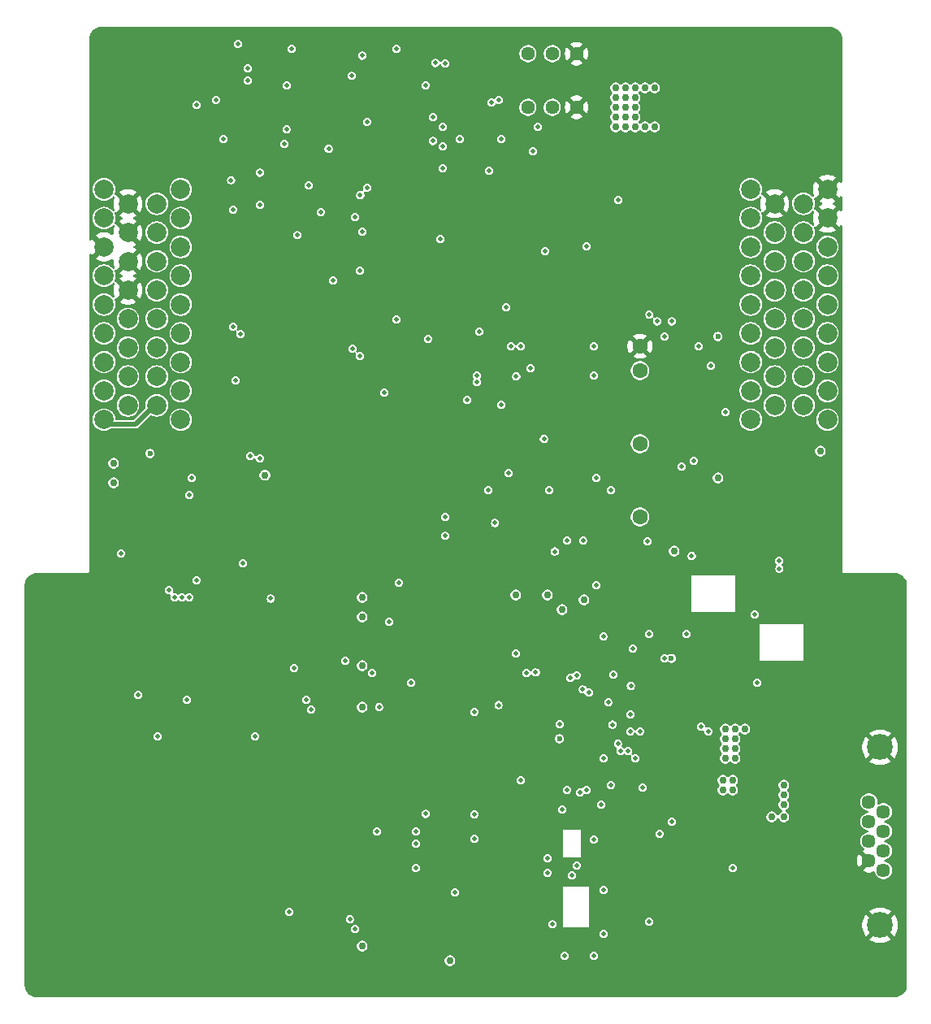
<source format=gbr>
%TF.GenerationSoftware,KiCad,Pcbnew,9.0.7*%
%TF.CreationDate,2026-02-09T19:02:23-08:00*%
%TF.ProjectId,VCU,5643552e-6b69-4636-9164-5f7063625858,1.5*%
%TF.SameCoordinates,Original*%
%TF.FileFunction,Copper,L2,Inr*%
%TF.FilePolarity,Positive*%
%FSLAX46Y46*%
G04 Gerber Fmt 4.6, Leading zero omitted, Abs format (unit mm)*
G04 Created by KiCad (PCBNEW 9.0.7) date 2026-02-09 19:02:23*
%MOMM*%
%LPD*%
G01*
G04 APERTURE LIST*
%TA.AperFunction,ComponentPad*%
%ADD10C,1.600200*%
%TD*%
%TA.AperFunction,ComponentPad*%
%ADD11C,6.400000*%
%TD*%
%TA.AperFunction,ComponentPad*%
%ADD12C,2.000000*%
%TD*%
%TA.AperFunction,ComponentPad*%
%ADD13C,1.440000*%
%TD*%
%TA.AperFunction,ComponentPad*%
%ADD14C,1.447800*%
%TD*%
%TA.AperFunction,ComponentPad*%
%ADD15C,2.692400*%
%TD*%
%TA.AperFunction,ViaPad*%
%ADD16C,0.508000*%
%TD*%
%TA.AperFunction,ViaPad*%
%ADD17C,0.762000*%
%TD*%
%TA.AperFunction,ViaPad*%
%ADD18C,0.600000*%
%TD*%
%TA.AperFunction,Conductor*%
%ADD19C,0.508000*%
%TD*%
G04 APERTURE END LIST*
D10*
%TO.N,GND*%
%TO.C,K3*%
X255395099Y-102918001D03*
%TO.N,Net-(D22-K)*%
X255395099Y-105458001D03*
%TO.N,BSPD_Shutdown_Out*%
X255395099Y-113078001D03*
%TO.N,Inertia_Shutdown*%
X255395099Y-120698001D03*
%TD*%
D11*
%TO.N,GND*%
%TO.C,H1*%
X202309099Y-72946001D03*
%TD*%
%TO.N,GND*%
%TO.C,H3*%
X278509099Y-130096001D03*
%TD*%
%TO.N,GND*%
%TO.C,H2*%
X195958626Y-165656001D03*
%TD*%
D12*
%TO.N,/APPS_1_Raw*%
%TO.C,J3*%
X207532880Y-86575640D03*
%TO.N,/APPS_2_Raw*%
X207532880Y-89575640D03*
%TO.N,/BPPS_1_Raw*%
X207532880Y-92575640D03*
%TO.N,/Status_Indicator_Strip*%
X207532880Y-95575640D03*
%TO.N,/BMS_LED_Cathode*%
X207532880Y-98575640D03*
%TO.N,/IMD_LED_Cathode*%
X207532880Y-101575640D03*
%TO.N,/BSPD_LED_Cathode*%
X207532880Y-104575640D03*
%TO.N,/RTD_Button_Neg*%
X207532880Y-107575640D03*
%TO.N,/RTD_LED_Cathode*%
X207532880Y-110575640D03*
%TO.N,+5V*%
X205032880Y-88075640D03*
X205032880Y-91075640D03*
X205032880Y-94075640D03*
X205032880Y-97075640D03*
%TO.N,+12V*%
X205032880Y-100075640D03*
X205032880Y-103075640D03*
X205032880Y-106075640D03*
X205032880Y-109075640D03*
%TO.N,GND*%
X202032880Y-88075640D03*
X202032880Y-91075640D03*
X202032880Y-94075640D03*
X202032880Y-97075640D03*
%TO.N,E_Stop_Shutdown*%
X202032880Y-100075640D03*
X202032880Y-103075640D03*
%TO.N,Inertia_Shutdown*%
X202032880Y-106075640D03*
%TO.N,+3V3*%
X202032880Y-109075640D03*
%TO.N,/MCU/SPS_1_Raw*%
X199532880Y-86575640D03*
%TO.N,+5V*%
X199532880Y-89575640D03*
%TO.N,GND*%
X199532880Y-92575640D03*
%TO.N,Shutdown_In*%
X199532880Y-95575640D03*
%TO.N,BOTS_Shutdown*%
X199532880Y-98575640D03*
X199532880Y-101575640D03*
%TO.N,unconnected-(J3-Pin_32-Pad32)*%
X199532880Y-104575640D03*
%TO.N,/MCU/Solenoid_Neg*%
X199532880Y-107575640D03*
%TO.N,+12V*%
X199532880Y-110575640D03*
%TD*%
D13*
%TO.N,+5V*%
%TO.C,RV2*%
X243711099Y-78026001D03*
%TO.N,Net-(U7A--)*%
X246251099Y-78026001D03*
%TO.N,GND*%
X248791099Y-78026001D03*
%TD*%
D12*
%TO.N,/CAN_Powertrain_H*%
%TO.C,J1*%
X266934820Y-110574600D03*
%TO.N,/nIMD_Fault*%
X266934820Y-107574600D03*
%TO.N,/nBMS_Fault*%
X266934820Y-104574600D03*
%TO.N,Shutdown_In*%
X266934820Y-101574600D03*
%TO.N,/UART5_RX*%
X266934820Y-98574600D03*
%TO.N,/UART5_TX*%
X266934820Y-95574600D03*
%TO.N,/Current_Analog_Raw*%
X266934820Y-92574600D03*
%TO.N,/Current_Vref_Raw*%
X266934820Y-89574600D03*
%TO.N,+12V*%
X266934820Y-86574600D03*
%TO.N,/CAN_Powertrain_L*%
X269434820Y-109074600D03*
%TO.N,/Reset_Button*%
X269434820Y-106074600D03*
%TO.N,/Brake_LED_Cathode*%
X269434820Y-103074600D03*
%TO.N,/RTD_Buzzer_Neg*%
X269434820Y-100074600D03*
%TO.N,/Driverless_Signal*%
X269434820Y-97074600D03*
%TO.N,/Rear_Brake_Raw*%
X269434820Y-94074600D03*
%TO.N,/Front_Brake_Raw*%
X269434820Y-91074600D03*
%TO.N,GND*%
X269434820Y-88074600D03*
%TO.N,CAN_Data_H*%
X272434820Y-109074600D03*
%TO.N,BSPD_Shutdown_Out*%
X272434820Y-106074600D03*
%TO.N,+12V*%
X272434820Y-103074600D03*
%TO.N,/RTD_Buzzer_Pos*%
X272434820Y-100074600D03*
%TO.N,/TSSI_RED_Cathode*%
X272434820Y-97074600D03*
%TO.N,/TSSI_GREEN_Cathode*%
X272434820Y-94074600D03*
%TO.N,+12V*%
X272434820Y-91074600D03*
X272434820Y-88074600D03*
%TO.N,CAN_Data_L*%
X274934820Y-110574600D03*
%TO.N,unconnected-(J1-Pin_27-Pad27)*%
X274934820Y-107574600D03*
%TO.N,unconnected-(J1-Pin_28-Pad28)*%
X274934820Y-104574600D03*
%TO.N,unconnected-(J1-Pin_29-Pad29)*%
X274934820Y-101574600D03*
%TO.N,unconnected-(J1-Pin_30-Pad30)*%
X274934820Y-98574600D03*
%TO.N,+12V*%
X274934820Y-95574600D03*
X274934820Y-92574600D03*
%TO.N,GND*%
X274934820Y-89574600D03*
X274934820Y-86574600D03*
%TD*%
D11*
%TO.N,GND*%
%TO.C,H4*%
X272159099Y-72946001D03*
%TD*%
D13*
%TO.N,+5V*%
%TO.C,RV1*%
X243711099Y-72443001D03*
%TO.N,Net-(U7B--)*%
X246251099Y-72443001D03*
%TO.N,GND*%
X248791099Y-72443001D03*
%TD*%
D14*
%TO.N,CAN_Data_L*%
%TO.C,J2*%
X280769700Y-151432000D03*
%TO.N,CAN_Data_H*%
X279245700Y-150416000D03*
%TO.N,/Dash_Launch*%
X279245700Y-152448000D03*
%TO.N,/Dash_Lap*%
X279245700Y-154480000D03*
%TO.N,unconnected-(J2-Pin_5-Pad5)*%
X280769700Y-153464000D03*
%TO.N,unconnected-(J2-Pin_6-Pad6)*%
X280769700Y-155496000D03*
%TO.N,+12V*%
X280769700Y-157528000D03*
%TO.N,GND*%
X279245700Y-156512000D03*
D15*
X280414100Y-163243000D03*
X280414100Y-144701000D03*
%TD*%
D16*
%TO.N,GND*%
X232027099Y-158544001D03*
X264793099Y-135430001D03*
X229233099Y-135430001D03*
X219073099Y-134160001D03*
X257935099Y-88948001D03*
X218579231Y-73250801D03*
X233805099Y-88948001D03*
X220089099Y-78280001D03*
D17*
X263015099Y-74470001D03*
D16*
X214247099Y-141526001D03*
X253617099Y-161592001D03*
X251585099Y-100632001D03*
X214501099Y-77772001D03*
D17*
X264031099Y-72438001D03*
X263015099Y-71422001D03*
D16*
X217803099Y-129080001D03*
X243203099Y-98854001D03*
D17*
X263015099Y-73454001D03*
D16*
X260983099Y-84122001D03*
X207389099Y-140256001D03*
X240663099Y-145590001D03*
X217803099Y-125524001D03*
X251585099Y-128318001D03*
X229233099Y-94790001D03*
D17*
X264793099Y-151940001D03*
X264031099Y-71422001D03*
D16*
X224407099Y-125524001D03*
X252347099Y-97838001D03*
D17*
X270635099Y-81582001D03*
X271397099Y-79804001D03*
D16*
X224407099Y-120444001D03*
D17*
X265047099Y-71422001D03*
D16*
X269365099Y-128064001D03*
D17*
X265809099Y-151940001D03*
D16*
X247013099Y-144574001D03*
X254125099Y-133652001D03*
X245743099Y-152194001D03*
X269873099Y-156258001D03*
D17*
X269619099Y-81582001D03*
X265047099Y-72438001D03*
D18*
X259108299Y-119428001D03*
X242949099Y-87678001D03*
D16*
X265023299Y-133144001D03*
X257935099Y-113332001D03*
X208151099Y-133144001D03*
X213993099Y-91488001D03*
X231011099Y-83614001D03*
X227455099Y-146098001D03*
D17*
X270889099Y-144574001D03*
D16*
X212977099Y-111808001D03*
X245997099Y-109014001D03*
X219073099Y-137716001D03*
D17*
X271397099Y-80820001D03*
D16*
X206373099Y-143558001D03*
X216787099Y-108506001D03*
D17*
X270635099Y-78534001D03*
D16*
X235075099Y-114856001D03*
X246251099Y-161338001D03*
X273175099Y-136700001D03*
X245743099Y-120698001D03*
X207135099Y-124508001D03*
X257935099Y-96060001D03*
X259967099Y-97330001D03*
X254647231Y-165416133D03*
X247013099Y-164386001D03*
X242695099Y-166418001D03*
X231011099Y-118412001D03*
X207643099Y-161592001D03*
X249299099Y-151178001D03*
D17*
X269619099Y-78534001D03*
D16*
X206119099Y-80312001D03*
X235329099Y-96822001D03*
X236091099Y-154734001D03*
X233043099Y-124762001D03*
X250061099Y-108252001D03*
X224407099Y-122984001D03*
X253109099Y-89710001D03*
X233043099Y-104188001D03*
X210183099Y-143558001D03*
D17*
X270889099Y-143304001D03*
D16*
X267333099Y-124254001D03*
X252855099Y-165373031D03*
X221105099Y-105204001D03*
D17*
X269873099Y-144574001D03*
D16*
X233297099Y-107236001D03*
X212977099Y-116888001D03*
D17*
X269873099Y-143304001D03*
D16*
X246505099Y-115364001D03*
X254872967Y-148906133D03*
X239886967Y-123168401D03*
X219835099Y-95298001D03*
X240155099Y-131366001D03*
X211453099Y-161592001D03*
X250823099Y-113586001D03*
X250061099Y-125778001D03*
X242695099Y-127810001D03*
D17*
X265809099Y-150924001D03*
D16*
X262761099Y-158290001D03*
X245997099Y-101902001D03*
X245743099Y-133144001D03*
X217794682Y-127556001D03*
X257935099Y-104910901D03*
X203071099Y-135684001D03*
X228979099Y-106982001D03*
X220851099Y-85138001D03*
X242187099Y-96314001D03*
X229995099Y-76502001D03*
D17*
X263015099Y-72438001D03*
D16*
X269873099Y-160068001D03*
X229741099Y-124762001D03*
X208151099Y-119428001D03*
X247013099Y-138224001D03*
D17*
X266825099Y-151940001D03*
D16*
X230503099Y-86408001D03*
X248139899Y-138252263D03*
X240155099Y-75232001D03*
X248537099Y-93570801D03*
X247267099Y-122476001D03*
D17*
X264793099Y-150924001D03*
D16*
X219835099Y-98346001D03*
X212723099Y-143558001D03*
X241679099Y-157528001D03*
X262253099Y-124508001D03*
X253109099Y-128318001D03*
D17*
X268857099Y-143304001D03*
D18*
X258951099Y-128826001D03*
D16*
X264031099Y-153210001D03*
X201801099Y-142288001D03*
X259459099Y-137716001D03*
X209421099Y-140002001D03*
X235837099Y-145590001D03*
X238377099Y-127302001D03*
X258189099Y-146352001D03*
D17*
X241171099Y-165148001D03*
D16*
X217803099Y-71930001D03*
X258951099Y-133906001D03*
%TO.N,+3V3*%
X256341099Y-132890001D03*
X247521099Y-166418001D03*
X221105099Y-140764001D03*
X257935099Y-135430001D03*
X243557599Y-136954001D03*
D17*
X265301099Y-143812001D03*
D16*
X267587099Y-137970001D03*
X242949099Y-148130001D03*
D17*
X264285099Y-144828001D03*
D16*
X260221099Y-132890001D03*
X236091099Y-159814001D03*
D17*
X265301099Y-144828001D03*
D16*
X246251099Y-163146801D03*
X255649099Y-148892001D03*
X247267099Y-151178001D03*
D17*
X264285099Y-145844001D03*
X265301099Y-142796001D03*
D16*
X250569099Y-166418001D03*
D17*
X264285099Y-142796001D03*
D16*
X205103099Y-143558001D03*
X245743099Y-156258001D03*
D17*
X266317099Y-142796001D03*
X264285099Y-143812001D03*
X265301099Y-145844001D03*
%TO.N,+5V*%
X253871099Y-79042001D03*
X252855099Y-78026001D03*
D16*
X208151099Y-139748001D03*
X267333099Y-130858001D03*
X229233099Y-131620001D03*
X218565099Y-75740001D03*
D17*
X252855099Y-79042001D03*
X252855099Y-77010001D03*
X270381099Y-151940001D03*
D16*
X226235899Y-87170001D03*
D17*
X256919099Y-75994001D03*
D16*
X241425099Y-98854001D03*
D17*
X253871099Y-80058001D03*
D16*
X253109099Y-87678001D03*
X230249099Y-127556001D03*
D17*
X264031099Y-148130001D03*
X265047099Y-148130001D03*
X253871099Y-77010001D03*
X253871099Y-78026001D03*
X253871099Y-75994001D03*
D16*
X239901099Y-77518001D03*
X226185099Y-95044001D03*
X208405099Y-118412001D03*
D17*
X252855099Y-75994001D03*
X255903099Y-75994001D03*
X255903099Y-80058001D03*
X265047099Y-149146001D03*
X256919099Y-80058001D03*
D16*
X213485099Y-71422001D03*
D17*
X269111099Y-151940001D03*
X264031099Y-149146001D03*
X254887099Y-79042001D03*
X270381099Y-150670001D03*
D16*
X208659099Y-116634001D03*
D17*
X254887099Y-80058001D03*
D16*
X222121099Y-88948001D03*
D17*
X254887099Y-75994001D03*
X270381099Y-148638001D03*
X254887099Y-78026001D03*
D16*
X257935099Y-101902001D03*
D17*
X270381099Y-149654001D03*
X252855099Y-80058001D03*
D16*
X260779899Y-124762001D03*
X215263099Y-143558001D03*
X224661099Y-135684001D03*
X239647099Y-84630001D03*
X218311099Y-81836001D03*
D17*
X254887099Y-77010001D03*
D16*
%TO.N,/Shutdown_VCU/BSPD_Fault_nDelayed*%
X219693967Y-91346869D03*
X234567099Y-91742001D03*
D17*
%TO.N,+12V*%
X226439099Y-140510001D03*
X226439099Y-129080001D03*
X216304499Y-116354601D03*
X226439099Y-131112001D03*
X274191099Y-113840001D03*
X226439099Y-136192001D03*
X226439099Y-165402001D03*
D16*
%TO.N,RTD_Button_3V3*%
X215771099Y-114602001D03*
X254633099Y-134414001D03*
%TO.N,/BPPS_1_Raw*%
X206881099Y-129080001D03*
%TO.N,/APPS_1_Raw*%
X208405099Y-129080001D03*
%TO.N,/APPS_2_Raw*%
X207643099Y-129080001D03*
%TO.N,E_Stop_Shutdown*%
X201293099Y-124508001D03*
%TO.N,RTD_LED*%
X239596299Y-117904001D03*
X251578173Y-133144001D03*
%TO.N,/Brake_LED_Cathode*%
X246505099Y-124304801D03*
D18*
%TO.N,/TSSI_RED_Cathode*%
X263523099Y-101902001D03*
X258666902Y-135430001D03*
D16*
X240648967Y-140306801D03*
%TO.N,/RTD_Buzzer_Neg*%
X256157099Y-123238001D03*
X264285099Y-109776001D03*
%TO.N,/RTD_Buzzer_Pos*%
X261491099Y-102918001D03*
%TO.N,Dash_Lap_Filtered*%
X265047099Y-157274001D03*
X254133328Y-145102035D03*
%TO.N,/TSSI_GREEN_Cathode*%
X250569099Y-105966001D03*
X250569099Y-102918001D03*
X245946299Y-117904001D03*
%TO.N,/Shutdown_VCU/High_Current_Output*%
X223391099Y-96060001D03*
X218554761Y-80327063D03*
%TO.N,/nBMS_Fault*%
X226185099Y-103934001D03*
X242491898Y-106045063D03*
X238377099Y-105966001D03*
%TO.N,Driverless_Signal_Filtered*%
X250823099Y-127810001D03*
X250823099Y-116634001D03*
%TO.N,NRST*%
X238123099Y-141018001D03*
X252081099Y-140002001D03*
X233043099Y-151635201D03*
X232027099Y-154734001D03*
D17*
%TO.N,Shutdown_In*%
X249553099Y-129334001D03*
X242441099Y-128826001D03*
X247267099Y-130350001D03*
X245743099Y-128826001D03*
X258951099Y-124254001D03*
X200531099Y-117142001D03*
D16*
%TO.N,BSPD_Shutdown_Out*%
X252347099Y-117907002D03*
D17*
X263523099Y-116634001D03*
D16*
%TO.N,Inertia_Shutdown*%
X249459109Y-123144011D03*
X247775099Y-123168401D03*
D18*
X204341099Y-114094001D03*
D16*
%TO.N,Current_Analog_Buff_Filtered*%
X244727099Y-80058001D03*
X234059099Y-73403201D03*
%TO.N,Rear_Brake_Fault*%
X212773899Y-85616581D03*
X211961099Y-81328001D03*
%TO.N,Front_Brake_Fault*%
X211199099Y-77264001D03*
X212977099Y-88694001D03*
%TO.N,BPPS_1_Buff_Filt*%
X231519099Y-137970001D03*
X242455231Y-134936133D03*
%TO.N,APPS_1_Buff_Filt*%
X220597099Y-139748001D03*
X250061099Y-138986001D03*
%TO.N,Rear_Brake_Buff_Filtered*%
X258697099Y-100327201D03*
X240663099Y-77264001D03*
X244219099Y-82598001D03*
X249807099Y-92504001D03*
%TO.N,/Shutdown_VCU/Hard_Front_Brake*%
X234821099Y-80058001D03*
X233805099Y-79042001D03*
%TO.N,Front_Brake_Buff_Filtered*%
X257173099Y-100327201D03*
X236599099Y-81328001D03*
X240917099Y-81328001D03*
X245489099Y-93012001D03*
%TO.N,/Shutdown_VCU/Hard_Rear_Brake*%
X235075099Y-73454001D03*
X220851099Y-86154001D03*
%TO.N,/Shutdown_VCU/Front_Brake_Short*%
X214501099Y-75232001D03*
X225691231Y-89470133D03*
%TO.N,/Shutdown_VCU/Current_Sensor_Open*%
X209167099Y-77772001D03*
X226439099Y-72641201D03*
%TO.N,/Shutdown_VCU/Rear_Brake_Open*%
X229995099Y-71930001D03*
X219073099Y-71930001D03*
%TO.N,/Shutdown_VCU/Front_Brake_Open*%
X222948099Y-82344001D03*
X214501099Y-73962001D03*
%TO.N,APPS_2_Buff_Filt*%
X203071099Y-139240001D03*
X249440322Y-138679048D03*
%TO.N,/Shutdown_VCU/BSPD_Set*%
X228725099Y-107744001D03*
X225423099Y-103172001D03*
%TO.N,STLINK_SWCLK*%
X225154967Y-162593869D03*
X218819099Y-161846001D03*
X258697099Y-152448001D03*
X225691231Y-163638133D03*
X257427099Y-153718001D03*
%TO.N,STLINK_SWO*%
X232027099Y-157274001D03*
X252522037Y-142338801D03*
%TO.N,INT1_3V3*%
X247775099Y-149146001D03*
X251585099Y-159560001D03*
%TO.N,UART4_TX*%
X254379099Y-143050001D03*
X253094967Y-144334133D03*
%TO.N,/nIMD_Fault*%
X243965099Y-105204001D03*
%TO.N,UART4_RX*%
X232027099Y-153464001D03*
X227963099Y-153464001D03*
X255395099Y-143050001D03*
X253363099Y-145082001D03*
%TO.N,SPI2_NSS*%
X248283099Y-158036001D03*
X245743099Y-157782001D03*
%TO.N,SPI2_SCK*%
X250569099Y-154298000D03*
X248791099Y-157020001D03*
%TO.N,SPI2_MOSI*%
X251331099Y-150670001D03*
X249807099Y-149146001D03*
%TO.N,BME_NSS*%
X249139899Y-149384605D03*
X254379099Y-141272001D03*
%TO.N,/MCU/BSDP_Fault*%
X245387499Y-112588879D03*
X238631099Y-101394001D03*
X233297099Y-102156001D03*
X241933099Y-102918001D03*
%TO.N,/MCU/Rear_Brake_Buff_Filtered_3V*%
X248791099Y-137208001D03*
X259713099Y-115440201D03*
%TO.N,/Shutdown_VCU/Short_Threshold*%
X226439099Y-90980001D03*
X234821099Y-84376001D03*
X226947099Y-86408001D03*
X226947099Y-79550001D03*
%TO.N,/MCU/Front_Brake_Buff_Filtered_3V*%
X260983099Y-114856001D03*
X248139899Y-137462001D03*
%TO.N,/Shutdown_VCU/Open_Threshold*%
X233805099Y-81531201D03*
X233043099Y-75740001D03*
%TO.N,/Status_Indicator_Strip*%
X214774299Y-114348001D03*
X216914099Y-129207001D03*
%TO.N,/MCU/Status_Indicator_Strip_3V*%
X254445267Y-138290169D03*
X228202967Y-140495869D03*
%TO.N,WKUP1*%
X251585099Y-164132001D03*
X256360299Y-162862001D03*
%TO.N,Net-(U6A--)*%
X225372299Y-74749401D03*
X234821099Y-82090001D03*
%TO.N,Net-(R34-Pad2)*%
X213993099Y-125524001D03*
X209167099Y-127302001D03*
%TO.N,/Reset_Button*%
X229995099Y-100124001D03*
X256373099Y-99597601D03*
X262761099Y-104950001D03*
%TO.N,/MCU/BSPD_Shutdown_Out_3V04*%
X240282099Y-121333001D03*
X244528638Y-136898462D03*
%TO.N,/Shutdown_VCU/Shutdown_LEDS/TSSI_Red_Logic*%
X235075099Y-122677301D03*
X235075099Y-120698001D03*
%TO.N,/UART5_RX*%
X261745099Y-142542001D03*
X269873099Y-125270001D03*
%TO.N,/UART5_TX*%
X262507099Y-143050001D03*
X269919758Y-126078660D03*
%TO.N,/BMS_LED_Cathode*%
X240917099Y-109014001D03*
X212977099Y-100886001D03*
%TO.N,/BSPD_LED_Cathode*%
X213231099Y-106474001D03*
X241679099Y-116126001D03*
%TO.N,/IMD_LED_Cathode*%
X242949099Y-102918001D03*
X213739099Y-101648001D03*
%TO.N,Net-(U9-Pad2)*%
X215771099Y-88186001D03*
X215771099Y-84833201D03*
%TO.N,Solenoid_Signal*%
X238123099Y-154226001D03*
X238123099Y-151686001D03*
D17*
%TO.N,/MCU/Solenoid_Neg*%
X200531099Y-115110001D03*
X235583099Y-166926001D03*
D16*
%TO.N,SPS_1_Buff_Filt*%
X227455099Y-136954001D03*
X219327099Y-136446001D03*
%TO.N,/MCU/SPS_1_Raw*%
X206322299Y-128318001D03*
%TO.N,Net-(U27-PA8)*%
X251585099Y-145844001D03*
%TO.N,Net-(U27-PA9)*%
X252347099Y-148638001D03*
%TO.N,Net-(U27-PA10)*%
X254887099Y-145844001D03*
%TO.N,Net-(U27-PB0)*%
X247013099Y-142288001D03*
D18*
%TO.N,Net-(U27-PB10)*%
X247013099Y-143812001D03*
D16*
%TO.N,Net-(U27-PC15)*%
X252639899Y-137127648D03*
%TO.N,Net-(D22-K)*%
X238396170Y-106651538D03*
X237361099Y-108506001D03*
%TD*%
D19*
%TO.N,+12V*%
X204787460Y-109075640D02*
X202817099Y-111046001D01*
X202817099Y-111046001D02*
X200003241Y-111046001D01*
%TD*%
%TA.AperFunction,Conductor*%
%TO.N,GND*%
G36*
X275206970Y-69644890D02*
G01*
X275390726Y-69659355D01*
X275410242Y-69662446D01*
X275584584Y-69704304D01*
X275584663Y-69704323D01*
X275603466Y-69710433D01*
X275769191Y-69779080D01*
X275786808Y-69788056D01*
X275857671Y-69831482D01*
X275939753Y-69881782D01*
X275955734Y-69893394D01*
X276092137Y-70009895D01*
X276106113Y-70023871D01*
X276222612Y-70160275D01*
X276234229Y-70176264D01*
X276327957Y-70329215D01*
X276336928Y-70346824D01*
X276405570Y-70512544D01*
X276411679Y-70531346D01*
X276453554Y-70705765D01*
X276456647Y-70725288D01*
X276471130Y-70909321D01*
X276471518Y-70919189D01*
X276471518Y-85744058D01*
X276451516Y-85812179D01*
X276397860Y-85858672D01*
X276327586Y-85868776D01*
X276263006Y-85839282D01*
X276233251Y-85801260D01*
X276224580Y-85784242D01*
X276224576Y-85784236D01*
X276165586Y-85703042D01*
X275575786Y-86292842D01*
X275555152Y-86243026D01*
X275478546Y-86128376D01*
X275381044Y-86030874D01*
X275266394Y-85954268D01*
X275216575Y-85933632D01*
X275806376Y-85343832D01*
X275806376Y-85343830D01*
X275725188Y-85284846D01*
X275513687Y-85177080D01*
X275287949Y-85103733D01*
X275053499Y-85066600D01*
X274816141Y-85066600D01*
X274581690Y-85103733D01*
X274355952Y-85177080D01*
X274144454Y-85284843D01*
X274063262Y-85343831D01*
X274653063Y-85933632D01*
X274603246Y-85954268D01*
X274488596Y-86030874D01*
X274391094Y-86128376D01*
X274314488Y-86243026D01*
X274293853Y-86292843D01*
X273704051Y-85703042D01*
X273645063Y-85784234D01*
X273537300Y-85995732D01*
X273463953Y-86221470D01*
X273426820Y-86455921D01*
X273426820Y-86693278D01*
X273463953Y-86927729D01*
X273537301Y-87153468D01*
X273537302Y-87153472D01*
X273550664Y-87179696D01*
X273563768Y-87249473D01*
X273537067Y-87315257D01*
X273479039Y-87356163D01*
X273408108Y-87359203D01*
X273346793Y-87323412D01*
X273336460Y-87310957D01*
X273333577Y-87306989D01*
X273333572Y-87306983D01*
X273202433Y-87175844D01*
X273052387Y-87066829D01*
X273052386Y-87066828D01*
X273052384Y-87066827D01*
X272887130Y-86982626D01*
X272828333Y-86963521D01*
X272710741Y-86925313D01*
X272589897Y-86906174D01*
X272527554Y-86896300D01*
X272342086Y-86896300D01*
X272279743Y-86906174D01*
X272158898Y-86925313D01*
X271982510Y-86982626D01*
X271982508Y-86982627D01*
X271817252Y-87066829D01*
X271667206Y-87175844D01*
X271536064Y-87306986D01*
X271427049Y-87457032D01*
X271342847Y-87622288D01*
X271342846Y-87622290D01*
X271285533Y-87798678D01*
X271268125Y-87908592D01*
X271256520Y-87981866D01*
X271256520Y-88167334D01*
X271268491Y-88242917D01*
X271285533Y-88350521D01*
X271300408Y-88396300D01*
X271342846Y-88526910D01*
X271422157Y-88682566D01*
X271427049Y-88692167D01*
X271536064Y-88842213D01*
X271667206Y-88973355D01*
X271682667Y-88984588D01*
X271817256Y-89082373D01*
X271982510Y-89166574D01*
X272158901Y-89223887D01*
X272342086Y-89252900D01*
X272342088Y-89252900D01*
X272527552Y-89252900D01*
X272527554Y-89252900D01*
X272710739Y-89223887D01*
X272887130Y-89166574D01*
X273052384Y-89082373D01*
X273202431Y-88973357D01*
X273333577Y-88842211D01*
X273336457Y-88838245D01*
X273392675Y-88794890D01*
X273463410Y-88788809D01*
X273526204Y-88821936D01*
X273561120Y-88883753D01*
X273557073Y-88954634D01*
X273550665Y-88969501D01*
X273537303Y-88995726D01*
X273537301Y-88995731D01*
X273463953Y-89221470D01*
X273426820Y-89455921D01*
X273426820Y-89693278D01*
X273463953Y-89927729D01*
X273537301Y-90153468D01*
X273537302Y-90153472D01*
X273550664Y-90179696D01*
X273563768Y-90249473D01*
X273537067Y-90315257D01*
X273479039Y-90356163D01*
X273408108Y-90359203D01*
X273346793Y-90323412D01*
X273336460Y-90310957D01*
X273333577Y-90306989D01*
X273333572Y-90306983D01*
X273202433Y-90175844D01*
X273052387Y-90066829D01*
X273052386Y-90066828D01*
X273052384Y-90066827D01*
X272887130Y-89982626D01*
X272828333Y-89963521D01*
X272710741Y-89925313D01*
X272589897Y-89906174D01*
X272527554Y-89896300D01*
X272342086Y-89896300D01*
X272279743Y-89906174D01*
X272158898Y-89925313D01*
X271982510Y-89982626D01*
X271982508Y-89982627D01*
X271817252Y-90066829D01*
X271667206Y-90175844D01*
X271536064Y-90306986D01*
X271427049Y-90457032D01*
X271342847Y-90622288D01*
X271342846Y-90622290D01*
X271285533Y-90798678D01*
X271268125Y-90908592D01*
X271256520Y-90981866D01*
X271256520Y-91167334D01*
X271273927Y-91277245D01*
X271285533Y-91350521D01*
X271300408Y-91396300D01*
X271342846Y-91526910D01*
X271423440Y-91685084D01*
X271427049Y-91692167D01*
X271536064Y-91842213D01*
X271667206Y-91973355D01*
X271668640Y-91974397D01*
X271817256Y-92082373D01*
X271982510Y-92166574D01*
X272158901Y-92223887D01*
X272342086Y-92252900D01*
X272342088Y-92252900D01*
X272527552Y-92252900D01*
X272527554Y-92252900D01*
X272710739Y-92223887D01*
X272887130Y-92166574D01*
X273052384Y-92082373D01*
X273202431Y-91973357D01*
X273333577Y-91842211D01*
X273442593Y-91692164D01*
X273526794Y-91526910D01*
X273584107Y-91350519D01*
X273613120Y-91167334D01*
X273613120Y-90981866D01*
X273584107Y-90798681D01*
X273526794Y-90622290D01*
X273523696Y-90616211D01*
X273520692Y-90607137D01*
X273519792Y-90580822D01*
X273514935Y-90554942D01*
X273518599Y-90545915D01*
X273518267Y-90536182D01*
X273531735Y-90513559D01*
X273541642Y-90489160D01*
X273549603Y-90483548D01*
X273554587Y-90475179D01*
X273578151Y-90463428D01*
X273599674Y-90448260D01*
X273611565Y-90446766D01*
X273618123Y-90443497D01*
X273628550Y-90444634D01*
X273650192Y-90441917D01*
X273704052Y-90446156D01*
X274293852Y-89856355D01*
X274314488Y-89906174D01*
X274391094Y-90020824D01*
X274488596Y-90118326D01*
X274603246Y-90194932D01*
X274653062Y-90215566D01*
X274063262Y-90805366D01*
X274144456Y-90864356D01*
X274144457Y-90864357D01*
X274355952Y-90972119D01*
X274581690Y-91045466D01*
X274816141Y-91082600D01*
X275053499Y-91082600D01*
X275287949Y-91045466D01*
X275513687Y-90972119D01*
X275725187Y-90864354D01*
X275806376Y-90805367D01*
X275806376Y-90805365D01*
X275216577Y-90215566D01*
X275266394Y-90194932D01*
X275381044Y-90118326D01*
X275478546Y-90020824D01*
X275555152Y-89906174D01*
X275575786Y-89856357D01*
X276165585Y-90446156D01*
X276165587Y-90446156D01*
X276224575Y-90364965D01*
X276233249Y-90347942D01*
X276281994Y-90296325D01*
X276350909Y-90279255D01*
X276418111Y-90302153D01*
X276462266Y-90357749D01*
X276471518Y-90405140D01*
X276471519Y-126336622D01*
X276471520Y-126336625D01*
X276510263Y-126430162D01*
X276510267Y-126430167D01*
X276581853Y-126501753D01*
X276581858Y-126501757D01*
X276654204Y-126531722D01*
X276675397Y-126540501D01*
X276776643Y-126540501D01*
X281893225Y-126540501D01*
X281933144Y-126540501D01*
X281943029Y-126540889D01*
X281956829Y-126541975D01*
X282126816Y-126555353D01*
X282146324Y-126558443D01*
X282320757Y-126600320D01*
X282339559Y-126606430D01*
X282505274Y-126675071D01*
X282505277Y-126675072D01*
X282522894Y-126684048D01*
X282675842Y-126777775D01*
X282691833Y-126789394D01*
X282820355Y-126899162D01*
X282828231Y-126905888D01*
X282842210Y-126919867D01*
X282873132Y-126956072D01*
X282958703Y-127056263D01*
X282970325Y-127072259D01*
X283064051Y-127225207D01*
X283073027Y-127242823D01*
X283141670Y-127408541D01*
X283147780Y-127427345D01*
X283189654Y-127601764D01*
X283192747Y-127621292D01*
X283207212Y-127805089D01*
X283207600Y-127814975D01*
X283207599Y-169421124D01*
X283207599Y-169461043D01*
X283207211Y-169470929D01*
X283192747Y-169654707D01*
X283189654Y-169674235D01*
X283147779Y-169848655D01*
X283141669Y-169867459D01*
X283073027Y-170033176D01*
X283064051Y-170050793D01*
X282970326Y-170203738D01*
X282958704Y-170219734D01*
X282842210Y-170356130D01*
X282828230Y-170370110D01*
X282691834Y-170486604D01*
X282675838Y-170498226D01*
X282522893Y-170591951D01*
X282505276Y-170600927D01*
X282339559Y-170669569D01*
X282320755Y-170675679D01*
X282146335Y-170717554D01*
X282126806Y-170720647D01*
X281943028Y-170735110D01*
X281933143Y-170735498D01*
X192504045Y-170735498D01*
X192491180Y-170734840D01*
X192312973Y-170716549D01*
X192293827Y-170713073D01*
X192286464Y-170711139D01*
X192263834Y-170705194D01*
X192123026Y-170668208D01*
X192104645Y-170661827D01*
X191942775Y-170591195D01*
X191925596Y-170582059D01*
X191776542Y-170487354D01*
X191760973Y-170475682D01*
X191628272Y-170359152D01*
X191614687Y-170345223D01*
X191544670Y-170261352D01*
X191501511Y-170209653D01*
X191490233Y-170193800D01*
X191399279Y-170042418D01*
X191390577Y-170025017D01*
X191324013Y-169861438D01*
X191318095Y-169842911D01*
X191277509Y-169671022D01*
X191274516Y-169651815D01*
X191261475Y-169483431D01*
X191261100Y-169473751D01*
X191261100Y-166999632D01*
X235023798Y-166999632D01*
X235061915Y-167141883D01*
X235135545Y-167269415D01*
X235135553Y-167269425D01*
X235239674Y-167373546D01*
X235239679Y-167373550D01*
X235239681Y-167373552D01*
X235367217Y-167447185D01*
X235509466Y-167485301D01*
X235509468Y-167485301D01*
X235656730Y-167485301D01*
X235656732Y-167485301D01*
X235798981Y-167447185D01*
X235926517Y-167373552D01*
X236030650Y-167269419D01*
X236104283Y-167141883D01*
X236142399Y-166999634D01*
X236142399Y-166852368D01*
X236104283Y-166710119D01*
X236030650Y-166582583D01*
X236030648Y-166582581D01*
X236030644Y-166582576D01*
X235926523Y-166478455D01*
X235926513Y-166478447D01*
X235897935Y-166461948D01*
X235798981Y-166404817D01*
X235656732Y-166366701D01*
X235509466Y-166366701D01*
X235414633Y-166392111D01*
X235367216Y-166404817D01*
X235239684Y-166478447D01*
X235239674Y-166478455D01*
X235135553Y-166582576D01*
X235135545Y-166582586D01*
X235061915Y-166710118D01*
X235023799Y-166852369D01*
X235023799Y-166999632D01*
X235023798Y-166999632D01*
X191261100Y-166999632D01*
X191261100Y-166361084D01*
X247088799Y-166361084D01*
X247088799Y-166474917D01*
X247118259Y-166584861D01*
X247118260Y-166584864D01*
X247175170Y-166683435D01*
X247175178Y-166683445D01*
X247255654Y-166763921D01*
X247255659Y-166763925D01*
X247255661Y-166763927D01*
X247255662Y-166763928D01*
X247255664Y-166763929D01*
X247354235Y-166820839D01*
X247354238Y-166820840D01*
X247464186Y-166850301D01*
X247578012Y-166850301D01*
X247687960Y-166820840D01*
X247786537Y-166763927D01*
X247867025Y-166683439D01*
X247923938Y-166584862D01*
X247953399Y-166474914D01*
X247953399Y-166361088D01*
X247953398Y-166361084D01*
X250136799Y-166361084D01*
X250136799Y-166474917D01*
X250166259Y-166584861D01*
X250166260Y-166584864D01*
X250223170Y-166683435D01*
X250223178Y-166683445D01*
X250303654Y-166763921D01*
X250303659Y-166763925D01*
X250303661Y-166763927D01*
X250303662Y-166763928D01*
X250303664Y-166763929D01*
X250402235Y-166820839D01*
X250402238Y-166820840D01*
X250512186Y-166850301D01*
X250626012Y-166850301D01*
X250735960Y-166820840D01*
X250834537Y-166763927D01*
X250915025Y-166683439D01*
X250971938Y-166584862D01*
X251001399Y-166474914D01*
X251001399Y-166361088D01*
X250971938Y-166251140D01*
X250971937Y-166251137D01*
X250915027Y-166152566D01*
X250915019Y-166152556D01*
X250834543Y-166072080D01*
X250834533Y-166072072D01*
X250735962Y-166015162D01*
X250735959Y-166015161D01*
X250626015Y-165985701D01*
X250626012Y-165985701D01*
X250512186Y-165985701D01*
X250512182Y-165985701D01*
X250402238Y-166015161D01*
X250402235Y-166015162D01*
X250303664Y-166072072D01*
X250303654Y-166072080D01*
X250223178Y-166152556D01*
X250223170Y-166152566D01*
X250166260Y-166251137D01*
X250166259Y-166251140D01*
X250136799Y-166361084D01*
X247953398Y-166361084D01*
X247923938Y-166251140D01*
X247923937Y-166251137D01*
X247867027Y-166152566D01*
X247867019Y-166152556D01*
X247786543Y-166072080D01*
X247786533Y-166072072D01*
X247687962Y-166015162D01*
X247687959Y-166015161D01*
X247578015Y-165985701D01*
X247578012Y-165985701D01*
X247464186Y-165985701D01*
X247464182Y-165985701D01*
X247354238Y-166015161D01*
X247354235Y-166015162D01*
X247255664Y-166072072D01*
X247255654Y-166072080D01*
X247175178Y-166152556D01*
X247175170Y-166152566D01*
X247118260Y-166251137D01*
X247118259Y-166251140D01*
X247088799Y-166361084D01*
X191261100Y-166361084D01*
X191261100Y-165475632D01*
X225879798Y-165475632D01*
X225917915Y-165617883D01*
X225991545Y-165745415D01*
X225991553Y-165745425D01*
X226095674Y-165849546D01*
X226095679Y-165849550D01*
X226095681Y-165849552D01*
X226223217Y-165923185D01*
X226365466Y-165961301D01*
X226365468Y-165961301D01*
X226512730Y-165961301D01*
X226512732Y-165961301D01*
X226654981Y-165923185D01*
X226782517Y-165849552D01*
X226886650Y-165745419D01*
X226960283Y-165617883D01*
X226998399Y-165475634D01*
X226998399Y-165328368D01*
X226960283Y-165186119D01*
X226886650Y-165058583D01*
X226886648Y-165058581D01*
X226886644Y-165058576D01*
X226782523Y-164954455D01*
X226782513Y-164954447D01*
X226654981Y-164880817D01*
X226512732Y-164842701D01*
X226365466Y-164842701D01*
X226270633Y-164868111D01*
X226223216Y-164880817D01*
X226095684Y-164954447D01*
X226095674Y-164954455D01*
X225991553Y-165058576D01*
X225991545Y-165058586D01*
X225917915Y-165186118D01*
X225879799Y-165328369D01*
X225879799Y-165475632D01*
X225879798Y-165475632D01*
X191261100Y-165475632D01*
X191261100Y-164075084D01*
X251152799Y-164075084D01*
X251152799Y-164188917D01*
X251182259Y-164298861D01*
X251182260Y-164298864D01*
X251239170Y-164397435D01*
X251239178Y-164397445D01*
X251319654Y-164477921D01*
X251319659Y-164477925D01*
X251319661Y-164477927D01*
X251319662Y-164477928D01*
X251319664Y-164477929D01*
X251418235Y-164534839D01*
X251418238Y-164534840D01*
X251528186Y-164564301D01*
X251642010Y-164564301D01*
X251642012Y-164564301D01*
X251691813Y-164550956D01*
X251691817Y-164550956D01*
X251729389Y-164540887D01*
X251751960Y-164534840D01*
X251850537Y-164477927D01*
X251931025Y-164397439D01*
X251987938Y-164298862D01*
X252017399Y-164188914D01*
X252017399Y-164075088D01*
X252014656Y-164064853D01*
X251987938Y-163965140D01*
X251987937Y-163965137D01*
X251931027Y-163866566D01*
X251931019Y-163866556D01*
X251850543Y-163786080D01*
X251850533Y-163786072D01*
X251751962Y-163729162D01*
X251751959Y-163729161D01*
X251642015Y-163699701D01*
X251642012Y-163699701D01*
X251528186Y-163699701D01*
X251528182Y-163699701D01*
X251418238Y-163729161D01*
X251418235Y-163729162D01*
X251319664Y-163786072D01*
X251319654Y-163786080D01*
X251239178Y-163866556D01*
X251239170Y-163866566D01*
X251182260Y-163965137D01*
X251182259Y-163965140D01*
X251152799Y-164075084D01*
X191261100Y-164075084D01*
X191261100Y-163581216D01*
X225258931Y-163581216D01*
X225258931Y-163695049D01*
X225288391Y-163804993D01*
X225288392Y-163804996D01*
X225345302Y-163903567D01*
X225345310Y-163903577D01*
X225425786Y-163984053D01*
X225425791Y-163984057D01*
X225425793Y-163984059D01*
X225425794Y-163984060D01*
X225425796Y-163984061D01*
X225524367Y-164040971D01*
X225524370Y-164040972D01*
X225613493Y-164064853D01*
X225634318Y-164070433D01*
X225748144Y-164070433D01*
X225858092Y-164040972D01*
X225956669Y-163984059D01*
X225956675Y-163984053D01*
X225962995Y-163977734D01*
X226037151Y-163903577D01*
X226037157Y-163903571D01*
X226094070Y-163804994D01*
X226123531Y-163695046D01*
X226123531Y-163581220D01*
X226099819Y-163492729D01*
X226094070Y-163471272D01*
X226094069Y-163471269D01*
X226037159Y-163372698D01*
X226037151Y-163372688D01*
X225956675Y-163292212D01*
X225956665Y-163292204D01*
X225858094Y-163235294D01*
X225858091Y-163235293D01*
X225748146Y-163205833D01*
X225748144Y-163205833D01*
X225634318Y-163205833D01*
X225634314Y-163205833D01*
X225524370Y-163235293D01*
X225524367Y-163235294D01*
X225425796Y-163292204D01*
X225425786Y-163292212D01*
X225345310Y-163372688D01*
X225345302Y-163372698D01*
X225288392Y-163471269D01*
X225288391Y-163471272D01*
X225258931Y-163581216D01*
X191261100Y-163581216D01*
X191261100Y-163089884D01*
X245818799Y-163089884D01*
X245818799Y-163203717D01*
X245848259Y-163313661D01*
X245848260Y-163313664D01*
X245905170Y-163412235D01*
X245905178Y-163412245D01*
X245985654Y-163492721D01*
X245985659Y-163492725D01*
X245985661Y-163492727D01*
X245985662Y-163492728D01*
X245985664Y-163492729D01*
X246084235Y-163549639D01*
X246084238Y-163549640D01*
X246194186Y-163579101D01*
X246308012Y-163579101D01*
X246417960Y-163549640D01*
X246516537Y-163492727D01*
X246597025Y-163412239D01*
X246653938Y-163313662D01*
X246683399Y-163203714D01*
X246683399Y-163089888D01*
X246653938Y-162979940D01*
X246653937Y-162979937D01*
X246597027Y-162881366D01*
X246597019Y-162881356D01*
X246516543Y-162800880D01*
X246516533Y-162800872D01*
X246417962Y-162743962D01*
X246417959Y-162743961D01*
X246308015Y-162714501D01*
X246308012Y-162714501D01*
X246194186Y-162714501D01*
X246194182Y-162714501D01*
X246084238Y-162743961D01*
X246084235Y-162743962D01*
X245985664Y-162800872D01*
X245985654Y-162800880D01*
X245905178Y-162881356D01*
X245905170Y-162881366D01*
X245848260Y-162979937D01*
X245848259Y-162979940D01*
X245818799Y-163089884D01*
X191261100Y-163089884D01*
X191261100Y-162536952D01*
X224722667Y-162536952D01*
X224722667Y-162650785D01*
X224752127Y-162760729D01*
X224752128Y-162760732D01*
X224809038Y-162859303D01*
X224809046Y-162859313D01*
X224889522Y-162939789D01*
X224889527Y-162939793D01*
X224889529Y-162939795D01*
X224889530Y-162939796D01*
X224889532Y-162939797D01*
X224988103Y-162996707D01*
X224988106Y-162996708D01*
X225098054Y-163026169D01*
X225211880Y-163026169D01*
X225321828Y-162996708D01*
X225420405Y-162939795D01*
X225500893Y-162859307D01*
X225557806Y-162760730D01*
X225587267Y-162650782D01*
X225587267Y-162536956D01*
X225557806Y-162427008D01*
X225557805Y-162427005D01*
X225500895Y-162328434D01*
X225500887Y-162328424D01*
X225420411Y-162247948D01*
X225420401Y-162247940D01*
X225321830Y-162191030D01*
X225321827Y-162191029D01*
X225211883Y-162161569D01*
X225211880Y-162161569D01*
X225098054Y-162161569D01*
X225098050Y-162161569D01*
X224988106Y-162191029D01*
X224988103Y-162191030D01*
X224889532Y-162247940D01*
X224889522Y-162247948D01*
X224809046Y-162328424D01*
X224809038Y-162328434D01*
X224752128Y-162427005D01*
X224752127Y-162427008D01*
X224722667Y-162536952D01*
X191261100Y-162536952D01*
X191261100Y-161789084D01*
X218386799Y-161789084D01*
X218386799Y-161902917D01*
X218416259Y-162012861D01*
X218416260Y-162012864D01*
X218473170Y-162111435D01*
X218473178Y-162111445D01*
X218553654Y-162191921D01*
X218553659Y-162191925D01*
X218553661Y-162191927D01*
X218553662Y-162191928D01*
X218553664Y-162191929D01*
X218652235Y-162248839D01*
X218652238Y-162248840D01*
X218762186Y-162278301D01*
X218876012Y-162278301D01*
X218985960Y-162248840D01*
X219084537Y-162191927D01*
X219165025Y-162111439D01*
X219221938Y-162012862D01*
X219251399Y-161902914D01*
X219251399Y-161789088D01*
X219244839Y-161764608D01*
X219221938Y-161679140D01*
X219221937Y-161679137D01*
X219165027Y-161580566D01*
X219165019Y-161580556D01*
X219084543Y-161500080D01*
X219084533Y-161500072D01*
X218985962Y-161443162D01*
X218985959Y-161443161D01*
X218876015Y-161413701D01*
X218876012Y-161413701D01*
X218762186Y-161413701D01*
X218762182Y-161413701D01*
X218652238Y-161443161D01*
X218652235Y-161443162D01*
X218553664Y-161500072D01*
X218553654Y-161500080D01*
X218473178Y-161580556D01*
X218473170Y-161580566D01*
X218416260Y-161679137D01*
X218416259Y-161679140D01*
X218386799Y-161789084D01*
X191261100Y-161789084D01*
X191261100Y-159757084D01*
X235658799Y-159757084D01*
X235658799Y-159870917D01*
X235688259Y-159980861D01*
X235688260Y-159980864D01*
X235745170Y-160079435D01*
X235745178Y-160079445D01*
X235825654Y-160159921D01*
X235825659Y-160159925D01*
X235825661Y-160159927D01*
X235825662Y-160159928D01*
X235825664Y-160159929D01*
X235924235Y-160216839D01*
X235924238Y-160216840D01*
X236034186Y-160246301D01*
X236148012Y-160246301D01*
X236257960Y-160216840D01*
X236356537Y-160159927D01*
X236437025Y-160079439D01*
X236493938Y-159980862D01*
X236523399Y-159870914D01*
X236523399Y-159757088D01*
X236493938Y-159647140D01*
X236493937Y-159647137D01*
X236437027Y-159548566D01*
X236437019Y-159548556D01*
X236356543Y-159468080D01*
X236356533Y-159468072D01*
X236257962Y-159411162D01*
X236257959Y-159411161D01*
X236148015Y-159381701D01*
X236148012Y-159381701D01*
X236034186Y-159381701D01*
X236034182Y-159381701D01*
X235924238Y-159411161D01*
X235924235Y-159411162D01*
X235825664Y-159468072D01*
X235825654Y-159468080D01*
X235745178Y-159548556D01*
X235745170Y-159548566D01*
X235688260Y-159647137D01*
X235688259Y-159647140D01*
X235658799Y-159757084D01*
X191261100Y-159757084D01*
X191261100Y-159210317D01*
X247375496Y-159210317D01*
X247400886Y-163323564D01*
X247400867Y-163326666D01*
X247400018Y-163372688D01*
X247399222Y-163415835D01*
X250046412Y-163416117D01*
X250046695Y-163416118D01*
X250046694Y-163416117D01*
X250046696Y-163416118D01*
X250046082Y-162805084D01*
X255927999Y-162805084D01*
X255927999Y-162918917D01*
X255957459Y-163028861D01*
X255957460Y-163028864D01*
X256014370Y-163127435D01*
X256014378Y-163127445D01*
X256094854Y-163207921D01*
X256094859Y-163207925D01*
X256094861Y-163207927D01*
X256094862Y-163207928D01*
X256094864Y-163207929D01*
X256193435Y-163264839D01*
X256193438Y-163264840D01*
X256303386Y-163294301D01*
X256417212Y-163294301D01*
X256527160Y-163264840D01*
X256625737Y-163207927D01*
X256706225Y-163127439D01*
X256709674Y-163121465D01*
X278559900Y-163121465D01*
X278559900Y-163364534D01*
X278591623Y-163605505D01*
X278654533Y-163840287D01*
X278654534Y-163840291D01*
X278747551Y-164064853D01*
X278747556Y-164064863D01*
X278869080Y-164275349D01*
X278935707Y-164362179D01*
X278935708Y-164362180D01*
X279519412Y-163778476D01*
X279605192Y-163906854D01*
X279750246Y-164051908D01*
X279878622Y-164137686D01*
X279294918Y-164721390D01*
X279381754Y-164788021D01*
X279592236Y-164909543D01*
X279592246Y-164909548D01*
X279816808Y-165002565D01*
X279816812Y-165002566D01*
X280051594Y-165065476D01*
X280292565Y-165097199D01*
X280292577Y-165097200D01*
X280535623Y-165097200D01*
X280535634Y-165097199D01*
X280776605Y-165065476D01*
X281011387Y-165002566D01*
X281011391Y-165002565D01*
X281235953Y-164909548D01*
X281235963Y-164909543D01*
X281446445Y-164788021D01*
X281446451Y-164788017D01*
X281533279Y-164721391D01*
X281533280Y-164721389D01*
X280949577Y-164137686D01*
X281077954Y-164051908D01*
X281223008Y-163906854D01*
X281308786Y-163778477D01*
X281892489Y-164362180D01*
X281892491Y-164362179D01*
X281959117Y-164275351D01*
X281959121Y-164275345D01*
X282080643Y-164064863D01*
X282080648Y-164064853D01*
X282173665Y-163840291D01*
X282173666Y-163840287D01*
X282236576Y-163605505D01*
X282268299Y-163364534D01*
X282268300Y-163364522D01*
X282268300Y-163121477D01*
X282268299Y-163121465D01*
X282236576Y-162880494D01*
X282173666Y-162645712D01*
X282173665Y-162645708D01*
X282080646Y-162421140D01*
X282080643Y-162421136D01*
X281959121Y-162210654D01*
X281892490Y-162123818D01*
X281308786Y-162707522D01*
X281223008Y-162579146D01*
X281077954Y-162434092D01*
X280949576Y-162348312D01*
X281533280Y-161764608D01*
X281533279Y-161764607D01*
X281446449Y-161697980D01*
X281235963Y-161576456D01*
X281235953Y-161576451D01*
X281011391Y-161483434D01*
X281011387Y-161483433D01*
X280776605Y-161420523D01*
X280535634Y-161388800D01*
X280292565Y-161388800D01*
X280051594Y-161420523D01*
X279816812Y-161483433D01*
X279816808Y-161483434D01*
X279592246Y-161576451D01*
X279592236Y-161576456D01*
X279381755Y-161697977D01*
X279294918Y-161764608D01*
X279878622Y-162348312D01*
X279750246Y-162434092D01*
X279605192Y-162579146D01*
X279519412Y-162707522D01*
X278935708Y-162123818D01*
X278869077Y-162210655D01*
X278747556Y-162421136D01*
X278747554Y-162421140D01*
X278654534Y-162645708D01*
X278654533Y-162645712D01*
X278591623Y-162880494D01*
X278559900Y-163121465D01*
X256709674Y-163121465D01*
X256727905Y-163089888D01*
X256748427Y-163054344D01*
X256757470Y-163038678D01*
X256763138Y-163028862D01*
X256792599Y-162918914D01*
X256792599Y-162805088D01*
X256791471Y-162800880D01*
X256763138Y-162695140D01*
X256763137Y-162695137D01*
X256706227Y-162596566D01*
X256706219Y-162596556D01*
X256625743Y-162516080D01*
X256625733Y-162516072D01*
X256527162Y-162459162D01*
X256527159Y-162459161D01*
X256417215Y-162429701D01*
X256417212Y-162429701D01*
X256303386Y-162429701D01*
X256303382Y-162429701D01*
X256193438Y-162459161D01*
X256193435Y-162459162D01*
X256094864Y-162516072D01*
X256094854Y-162516080D01*
X256014378Y-162596556D01*
X256014370Y-162596566D01*
X255957460Y-162695137D01*
X255957459Y-162695140D01*
X255927999Y-162805084D01*
X250046082Y-162805084D01*
X250042765Y-159503084D01*
X251152799Y-159503084D01*
X251152799Y-159616917D01*
X251182259Y-159726861D01*
X251182260Y-159726864D01*
X251239170Y-159825435D01*
X251239178Y-159825445D01*
X251319654Y-159905921D01*
X251319659Y-159905925D01*
X251319661Y-159905927D01*
X251319662Y-159905928D01*
X251319664Y-159905929D01*
X251418235Y-159962839D01*
X251418238Y-159962840D01*
X251528186Y-159992301D01*
X251642012Y-159992301D01*
X251751960Y-159962840D01*
X251850537Y-159905927D01*
X251931025Y-159825439D01*
X251987938Y-159726862D01*
X252017399Y-159616914D01*
X252017399Y-159503088D01*
X252008018Y-159468080D01*
X251987938Y-159393140D01*
X251987937Y-159393137D01*
X251931027Y-159294566D01*
X251931019Y-159294556D01*
X251850543Y-159214080D01*
X251850533Y-159214072D01*
X251751962Y-159157162D01*
X251751959Y-159157161D01*
X251642015Y-159127701D01*
X251642012Y-159127701D01*
X251528186Y-159127701D01*
X251528182Y-159127701D01*
X251418238Y-159157161D01*
X251418235Y-159157162D01*
X251319664Y-159214072D01*
X251319654Y-159214080D01*
X251239178Y-159294556D01*
X251239170Y-159294566D01*
X251182260Y-159393137D01*
X251182259Y-159393140D01*
X251152799Y-159503084D01*
X250042765Y-159503084D01*
X250042496Y-159235718D01*
X250042495Y-159235717D01*
X247375496Y-159210317D01*
X191261100Y-159210317D01*
X191261100Y-157725084D01*
X245310799Y-157725084D01*
X245310799Y-157838917D01*
X245340259Y-157948861D01*
X245340260Y-157948864D01*
X245397170Y-158047435D01*
X245397178Y-158047445D01*
X245477654Y-158127921D01*
X245477659Y-158127925D01*
X245477661Y-158127927D01*
X245477662Y-158127928D01*
X245477664Y-158127929D01*
X245576235Y-158184839D01*
X245576238Y-158184840D01*
X245686186Y-158214301D01*
X245800012Y-158214301D01*
X245909960Y-158184840D01*
X246008537Y-158127927D01*
X246089025Y-158047439D01*
X246128489Y-157979084D01*
X247850799Y-157979084D01*
X247850799Y-158092917D01*
X247880259Y-158202861D01*
X247880260Y-158202864D01*
X247937170Y-158301435D01*
X247937178Y-158301445D01*
X248017654Y-158381921D01*
X248017659Y-158381925D01*
X248017661Y-158381927D01*
X248017662Y-158381928D01*
X248017664Y-158381929D01*
X248116235Y-158438839D01*
X248116238Y-158438840D01*
X248226186Y-158468301D01*
X248340012Y-158468301D01*
X248449960Y-158438840D01*
X248548537Y-158381927D01*
X248629025Y-158301439D01*
X248685938Y-158202862D01*
X248715399Y-158092914D01*
X248715399Y-157979088D01*
X248685938Y-157869140D01*
X248685937Y-157869137D01*
X248629027Y-157770566D01*
X248629019Y-157770556D01*
X248548543Y-157690080D01*
X248548533Y-157690072D01*
X248449962Y-157633162D01*
X248449959Y-157633161D01*
X248340015Y-157603701D01*
X248340012Y-157603701D01*
X248226186Y-157603701D01*
X248226182Y-157603701D01*
X248116238Y-157633161D01*
X248116235Y-157633162D01*
X248017664Y-157690072D01*
X248017654Y-157690080D01*
X247937178Y-157770556D01*
X247937170Y-157770566D01*
X247880260Y-157869137D01*
X247880259Y-157869140D01*
X247850799Y-157979084D01*
X246128489Y-157979084D01*
X246145938Y-157948862D01*
X246175399Y-157838914D01*
X246175399Y-157725088D01*
X246166018Y-157690080D01*
X246145938Y-157615140D01*
X246145937Y-157615137D01*
X246089027Y-157516566D01*
X246089019Y-157516556D01*
X246008543Y-157436080D01*
X246008533Y-157436072D01*
X245909962Y-157379162D01*
X245909959Y-157379161D01*
X245800015Y-157349701D01*
X245800012Y-157349701D01*
X245686186Y-157349701D01*
X245686182Y-157349701D01*
X245576238Y-157379161D01*
X245576235Y-157379162D01*
X245477664Y-157436072D01*
X245477654Y-157436080D01*
X245397178Y-157516556D01*
X245397170Y-157516566D01*
X245340260Y-157615137D01*
X245340259Y-157615140D01*
X245310799Y-157725084D01*
X191261100Y-157725084D01*
X191261100Y-157217084D01*
X231594799Y-157217084D01*
X231594799Y-157330917D01*
X231624259Y-157440861D01*
X231624260Y-157440864D01*
X231681170Y-157539435D01*
X231681178Y-157539445D01*
X231761654Y-157619921D01*
X231761659Y-157619925D01*
X231761661Y-157619927D01*
X231761662Y-157619928D01*
X231761664Y-157619929D01*
X231860235Y-157676839D01*
X231860238Y-157676840D01*
X231970186Y-157706301D01*
X232084012Y-157706301D01*
X232193960Y-157676840D01*
X232234141Y-157653642D01*
X232292537Y-157619927D01*
X232373019Y-157539445D01*
X232373025Y-157539439D01*
X232429938Y-157440862D01*
X232459399Y-157330914D01*
X232459399Y-157217088D01*
X232429938Y-157107140D01*
X232429937Y-157107137D01*
X232378375Y-157017829D01*
X232373027Y-157008566D01*
X232373019Y-157008556D01*
X232327547Y-156963084D01*
X248358799Y-156963084D01*
X248358799Y-157076917D01*
X248388259Y-157186861D01*
X248388260Y-157186864D01*
X248445170Y-157285435D01*
X248445178Y-157285445D01*
X248525654Y-157365921D01*
X248525659Y-157365925D01*
X248525661Y-157365927D01*
X248525662Y-157365928D01*
X248525664Y-157365929D01*
X248624235Y-157422839D01*
X248624238Y-157422840D01*
X248734186Y-157452301D01*
X248848012Y-157452301D01*
X248957960Y-157422840D01*
X249056537Y-157365927D01*
X249137025Y-157285439D01*
X249176489Y-157217084D01*
X264614799Y-157217084D01*
X264614799Y-157330917D01*
X264644259Y-157440861D01*
X264644260Y-157440864D01*
X264701170Y-157539435D01*
X264701178Y-157539445D01*
X264781654Y-157619921D01*
X264781659Y-157619925D01*
X264781661Y-157619927D01*
X264781662Y-157619928D01*
X264781664Y-157619929D01*
X264880235Y-157676839D01*
X264880238Y-157676840D01*
X264990186Y-157706301D01*
X265104012Y-157706301D01*
X265213960Y-157676840D01*
X265312537Y-157619927D01*
X265393025Y-157539439D01*
X265449938Y-157440862D01*
X265479399Y-157330914D01*
X265479399Y-157217088D01*
X265449938Y-157107140D01*
X265449937Y-157107137D01*
X265393027Y-157008566D01*
X265393019Y-157008556D01*
X265312543Y-156928080D01*
X265312533Y-156928072D01*
X265213962Y-156871162D01*
X265213959Y-156871161D01*
X265104015Y-156841701D01*
X265104012Y-156841701D01*
X264990186Y-156841701D01*
X264990182Y-156841701D01*
X264880238Y-156871161D01*
X264880235Y-156871162D01*
X264781664Y-156928072D01*
X264781654Y-156928080D01*
X264701178Y-157008556D01*
X264701170Y-157008566D01*
X264644260Y-157107137D01*
X264644259Y-157107140D01*
X264614799Y-157217084D01*
X249176489Y-157217084D01*
X249193938Y-157186862D01*
X249223399Y-157076914D01*
X249223399Y-156963088D01*
X249214018Y-156928080D01*
X249193938Y-156853140D01*
X249193937Y-156853137D01*
X249137027Y-156754566D01*
X249137019Y-156754556D01*
X249056543Y-156674080D01*
X249056533Y-156674072D01*
X248957962Y-156617162D01*
X248957959Y-156617161D01*
X248848015Y-156587701D01*
X248848012Y-156587701D01*
X248734186Y-156587701D01*
X248734182Y-156587701D01*
X248624238Y-156617161D01*
X248624235Y-156617162D01*
X248525664Y-156674072D01*
X248525654Y-156674080D01*
X248445178Y-156754556D01*
X248445170Y-156754566D01*
X248388260Y-156853137D01*
X248388259Y-156853140D01*
X248358799Y-156963084D01*
X232327547Y-156963084D01*
X232292543Y-156928080D01*
X232292533Y-156928072D01*
X232193962Y-156871162D01*
X232193959Y-156871161D01*
X232084015Y-156841701D01*
X232084012Y-156841701D01*
X231970186Y-156841701D01*
X231970182Y-156841701D01*
X231860238Y-156871161D01*
X231860235Y-156871162D01*
X231761664Y-156928072D01*
X231761654Y-156928080D01*
X231681178Y-157008556D01*
X231681170Y-157008566D01*
X231624260Y-157107137D01*
X231624259Y-157107140D01*
X231594799Y-157217084D01*
X191261100Y-157217084D01*
X191261100Y-156201084D01*
X245310799Y-156201084D01*
X245310799Y-156314917D01*
X245340259Y-156424861D01*
X245340260Y-156424864D01*
X245397170Y-156523435D01*
X245397178Y-156523445D01*
X245477654Y-156603921D01*
X245477659Y-156603925D01*
X245477661Y-156603927D01*
X245477662Y-156603928D01*
X245477664Y-156603929D01*
X245576235Y-156660839D01*
X245576238Y-156660840D01*
X245686186Y-156690301D01*
X245800012Y-156690301D01*
X245909960Y-156660840D01*
X246008537Y-156603927D01*
X246089025Y-156523439D01*
X246145938Y-156424862D01*
X246148567Y-156415050D01*
X278013800Y-156415050D01*
X278013800Y-156608949D01*
X278044134Y-156800473D01*
X278104054Y-156984884D01*
X278104057Y-156984892D01*
X278192080Y-157157648D01*
X278192083Y-157157652D01*
X278212598Y-157185890D01*
X278827595Y-156570892D01*
X278855161Y-156673766D01*
X278910337Y-156769333D01*
X278988367Y-156847363D01*
X279083934Y-156902539D01*
X279186804Y-156930103D01*
X278571808Y-157545099D01*
X278571808Y-157545101D01*
X278600045Y-157565616D01*
X278772807Y-157653642D01*
X278772815Y-157653645D01*
X278957226Y-157713565D01*
X279148750Y-157743900D01*
X279342650Y-157743900D01*
X279534175Y-157713564D01*
X279718573Y-157653649D01*
X279721061Y-157652619D01*
X279722085Y-157652508D01*
X279723294Y-157652116D01*
X279723376Y-157652369D01*
X279791650Y-157645018D01*
X279855142Y-157676787D01*
X279891379Y-157737840D01*
X279892875Y-157744430D01*
X279902171Y-157791162D01*
X279970181Y-157955352D01*
X279986041Y-157979088D01*
X280068915Y-158103118D01*
X280068920Y-158103124D01*
X280194575Y-158228779D01*
X280194581Y-158228784D01*
X280342348Y-158327519D01*
X280506538Y-158395529D01*
X280680841Y-158430200D01*
X280680842Y-158430200D01*
X280858558Y-158430200D01*
X280858559Y-158430200D01*
X281032862Y-158395529D01*
X281197052Y-158327519D01*
X281344819Y-158228784D01*
X281470484Y-158103119D01*
X281569219Y-157955352D01*
X281637229Y-157791162D01*
X281671900Y-157616859D01*
X281671900Y-157439141D01*
X281637229Y-157264838D01*
X281569219Y-157100648D01*
X281470484Y-156952881D01*
X281470479Y-156952875D01*
X281344824Y-156827220D01*
X281344818Y-156827215D01*
X281295786Y-156794453D01*
X281197052Y-156728481D01*
X281033753Y-156660840D01*
X281032867Y-156660473D01*
X281032862Y-156660471D01*
X280907721Y-156635579D01*
X280844812Y-156602671D01*
X280809680Y-156540976D01*
X280813480Y-156470081D01*
X280855006Y-156412495D01*
X280907721Y-156388421D01*
X281032862Y-156363529D01*
X281197052Y-156295519D01*
X281344819Y-156196784D01*
X281470484Y-156071119D01*
X281569219Y-155923352D01*
X281637229Y-155759162D01*
X281671900Y-155584859D01*
X281671900Y-155407141D01*
X281637229Y-155232838D01*
X281569219Y-155068648D01*
X281470484Y-154920881D01*
X281470479Y-154920875D01*
X281344824Y-154795220D01*
X281344818Y-154795215D01*
X281266915Y-154743162D01*
X281197052Y-154696481D01*
X281033753Y-154628840D01*
X281032867Y-154628473D01*
X281032862Y-154628471D01*
X280907721Y-154603579D01*
X280844812Y-154570671D01*
X280809680Y-154508976D01*
X280813480Y-154438081D01*
X280855006Y-154380495D01*
X280907721Y-154356421D01*
X281032862Y-154331529D01*
X281197052Y-154263519D01*
X281344819Y-154164784D01*
X281470484Y-154039119D01*
X281569219Y-153891352D01*
X281637229Y-153727162D01*
X281671900Y-153552859D01*
X281671900Y-153375141D01*
X281637229Y-153200838D01*
X281569219Y-153036648D01*
X281470484Y-152888881D01*
X281470479Y-152888875D01*
X281344824Y-152763220D01*
X281344818Y-152763215D01*
X281295786Y-152730453D01*
X281197052Y-152664481D01*
X281032862Y-152596471D01*
X280907720Y-152571578D01*
X280844812Y-152538671D01*
X280809680Y-152476976D01*
X280813480Y-152406081D01*
X280855006Y-152348495D01*
X280907721Y-152324421D01*
X281032862Y-152299529D01*
X281197052Y-152231519D01*
X281344819Y-152132784D01*
X281470484Y-152007119D01*
X281569219Y-151859352D01*
X281637229Y-151695162D01*
X281671900Y-151520859D01*
X281671900Y-151343141D01*
X281637229Y-151168838D01*
X281569219Y-151004648D01*
X281470484Y-150856881D01*
X281470479Y-150856875D01*
X281344824Y-150731220D01*
X281344818Y-150731215D01*
X281266915Y-150679162D01*
X281197052Y-150632481D01*
X281032862Y-150564471D01*
X280858561Y-150529800D01*
X280858559Y-150529800D01*
X280680841Y-150529800D01*
X280680838Y-150529800D01*
X280506537Y-150564471D01*
X280506532Y-150564473D01*
X280342347Y-150632481D01*
X280342343Y-150632483D01*
X280341735Y-150632890D01*
X280341368Y-150633004D01*
X280336891Y-150635398D01*
X280336436Y-150634548D01*
X280273980Y-150654099D01*
X280205515Y-150635310D01*
X280158076Y-150582489D01*
X280146726Y-150512406D01*
X280147823Y-150505632D01*
X280147900Y-150504857D01*
X280147900Y-150327142D01*
X280147899Y-150327138D01*
X280113229Y-150152838D01*
X280045219Y-149988648D01*
X279946484Y-149840881D01*
X279946479Y-149840875D01*
X279820824Y-149715220D01*
X279820818Y-149715215D01*
X279771786Y-149682453D01*
X279673052Y-149616481D01*
X279509753Y-149548840D01*
X279508867Y-149548473D01*
X279508862Y-149548471D01*
X279334561Y-149513800D01*
X279334559Y-149513800D01*
X279156841Y-149513800D01*
X279156838Y-149513800D01*
X278982537Y-149548471D01*
X278982532Y-149548473D01*
X278818348Y-149616481D01*
X278670581Y-149715215D01*
X278670575Y-149715220D01*
X278544920Y-149840875D01*
X278544915Y-149840881D01*
X278446181Y-149988648D01*
X278378173Y-150152832D01*
X278378171Y-150152837D01*
X278343500Y-150327138D01*
X278343500Y-150504861D01*
X278368886Y-150632483D01*
X278378171Y-150679162D01*
X278446181Y-150843352D01*
X278507709Y-150935435D01*
X278544915Y-150991118D01*
X278544920Y-150991124D01*
X278670575Y-151116779D01*
X278670581Y-151116784D01*
X278818348Y-151215519D01*
X278982538Y-151283529D01*
X279091090Y-151305121D01*
X279107678Y-151308421D01*
X279170587Y-151341329D01*
X279205719Y-151403024D01*
X279201919Y-151473919D01*
X279160393Y-151531505D01*
X279107678Y-151555579D01*
X278982537Y-151580471D01*
X278982532Y-151580473D01*
X278818348Y-151648481D01*
X278670581Y-151747215D01*
X278670575Y-151747220D01*
X278544920Y-151872875D01*
X278544915Y-151872881D01*
X278446181Y-152020648D01*
X278378173Y-152184832D01*
X278378171Y-152184837D01*
X278343500Y-152359138D01*
X278343500Y-152536861D01*
X278378171Y-152711162D01*
X278378173Y-152711167D01*
X278379114Y-152713439D01*
X278446181Y-152875352D01*
X278449488Y-152880301D01*
X278544915Y-153023118D01*
X278544920Y-153023124D01*
X278670575Y-153148779D01*
X278670581Y-153148784D01*
X278818348Y-153247519D01*
X278982538Y-153315529D01*
X279091090Y-153337121D01*
X279107678Y-153340421D01*
X279170587Y-153373329D01*
X279205719Y-153435024D01*
X279201919Y-153505919D01*
X279160393Y-153563505D01*
X279107678Y-153587579D01*
X278982537Y-153612471D01*
X278982532Y-153612473D01*
X278818348Y-153680481D01*
X278670581Y-153779215D01*
X278670575Y-153779220D01*
X278544920Y-153904875D01*
X278544915Y-153904881D01*
X278446181Y-154052648D01*
X278378173Y-154216832D01*
X278378171Y-154216837D01*
X278343500Y-154391138D01*
X278343500Y-154568861D01*
X278368886Y-154696483D01*
X278378171Y-154743162D01*
X278446181Y-154907352D01*
X278455217Y-154920875D01*
X278544915Y-155055118D01*
X278544920Y-155055124D01*
X278670575Y-155180779D01*
X278670578Y-155180781D01*
X278670581Y-155180784D01*
X278688854Y-155192994D01*
X278697030Y-155198457D01*
X278742558Y-155252934D01*
X278751405Y-155323378D01*
X278720764Y-155387421D01*
X278684231Y-155415489D01*
X278600043Y-155458385D01*
X278571808Y-155478897D01*
X279186806Y-156093895D01*
X279083934Y-156121461D01*
X278988367Y-156176637D01*
X278910337Y-156254667D01*
X278855161Y-156350234D01*
X278827596Y-156453105D01*
X278212598Y-155838107D01*
X278192083Y-155866345D01*
X278104057Y-156039107D01*
X278104054Y-156039115D01*
X278044134Y-156223526D01*
X278013800Y-156415050D01*
X246148567Y-156415050D01*
X246155703Y-156388421D01*
X246158634Y-156377483D01*
X246175399Y-156314913D01*
X246175399Y-156201088D01*
X246175398Y-156201084D01*
X246145938Y-156091140D01*
X246145937Y-156091137D01*
X246089027Y-155992566D01*
X246089019Y-155992556D01*
X246008543Y-155912080D01*
X246008533Y-155912072D01*
X245909962Y-155855162D01*
X245909959Y-155855161D01*
X245800015Y-155825701D01*
X245800012Y-155825701D01*
X245686186Y-155825701D01*
X245686182Y-155825701D01*
X245576238Y-155855161D01*
X245576235Y-155855162D01*
X245477664Y-155912072D01*
X245477654Y-155912080D01*
X245397178Y-155992556D01*
X245397170Y-155992566D01*
X245340260Y-156091137D01*
X245340259Y-156091140D01*
X245310799Y-156201084D01*
X191261100Y-156201084D01*
X191261100Y-154677084D01*
X231594799Y-154677084D01*
X231594799Y-154790917D01*
X231624259Y-154900861D01*
X231624260Y-154900864D01*
X231681170Y-154999435D01*
X231681178Y-154999445D01*
X231761654Y-155079921D01*
X231761659Y-155079925D01*
X231761661Y-155079927D01*
X231761662Y-155079928D01*
X231761664Y-155079929D01*
X231860235Y-155136839D01*
X231860238Y-155136840D01*
X231970186Y-155166301D01*
X232084012Y-155166301D01*
X232193960Y-155136840D01*
X232292537Y-155079927D01*
X232373025Y-154999439D01*
X232429938Y-154900862D01*
X232459399Y-154790914D01*
X232459399Y-154677088D01*
X232446470Y-154628839D01*
X232429938Y-154567140D01*
X232429937Y-154567137D01*
X232373027Y-154468566D01*
X232373019Y-154468556D01*
X232292543Y-154388080D01*
X232292533Y-154388072D01*
X232193962Y-154331162D01*
X232193959Y-154331161D01*
X232084015Y-154301701D01*
X232084012Y-154301701D01*
X231970186Y-154301701D01*
X231970182Y-154301701D01*
X231860238Y-154331161D01*
X231860235Y-154331162D01*
X231761664Y-154388072D01*
X231761654Y-154388080D01*
X231681178Y-154468556D01*
X231681170Y-154468566D01*
X231624260Y-154567137D01*
X231624259Y-154567140D01*
X231594799Y-154677084D01*
X191261100Y-154677084D01*
X191261100Y-154169084D01*
X237690799Y-154169084D01*
X237690799Y-154282917D01*
X237720259Y-154392861D01*
X237720260Y-154392864D01*
X237777170Y-154491435D01*
X237777178Y-154491445D01*
X237857654Y-154571921D01*
X237857659Y-154571925D01*
X237857661Y-154571927D01*
X237857662Y-154571928D01*
X237857664Y-154571929D01*
X237956235Y-154628839D01*
X237956238Y-154628840D01*
X238066186Y-154658301D01*
X238180012Y-154658301D01*
X238289960Y-154628840D01*
X238388537Y-154571927D01*
X238469025Y-154491439D01*
X238525938Y-154392862D01*
X238555399Y-154282914D01*
X238555399Y-154169088D01*
X238542470Y-154120839D01*
X238525938Y-154059140D01*
X238525937Y-154059137D01*
X238469027Y-153960566D01*
X238469019Y-153960556D01*
X238388543Y-153880080D01*
X238388533Y-153880072D01*
X238289962Y-153823162D01*
X238289959Y-153823161D01*
X238180015Y-153793701D01*
X238180012Y-153793701D01*
X238066186Y-153793701D01*
X238066182Y-153793701D01*
X237956238Y-153823161D01*
X237956235Y-153823162D01*
X237857664Y-153880072D01*
X237857654Y-153880080D01*
X237777178Y-153960556D01*
X237777170Y-153960566D01*
X237720260Y-154059137D01*
X237720259Y-154059140D01*
X237690799Y-154169084D01*
X191261100Y-154169084D01*
X191261100Y-153407084D01*
X227530799Y-153407084D01*
X227530799Y-153520917D01*
X227560259Y-153630861D01*
X227560260Y-153630864D01*
X227617170Y-153729435D01*
X227617178Y-153729445D01*
X227697654Y-153809921D01*
X227697659Y-153809925D01*
X227697661Y-153809927D01*
X227697662Y-153809928D01*
X227697664Y-153809929D01*
X227796235Y-153866839D01*
X227796238Y-153866840D01*
X227901931Y-153895161D01*
X227906186Y-153896301D01*
X228020012Y-153896301D01*
X228129960Y-153866840D01*
X228228537Y-153809927D01*
X228309025Y-153729439D01*
X228365938Y-153630862D01*
X228395399Y-153520914D01*
X228395399Y-153407088D01*
X228395398Y-153407084D01*
X231594799Y-153407084D01*
X231594799Y-153520917D01*
X231624259Y-153630861D01*
X231624260Y-153630864D01*
X231681170Y-153729435D01*
X231681178Y-153729445D01*
X231761654Y-153809921D01*
X231761659Y-153809925D01*
X231761661Y-153809927D01*
X231761662Y-153809928D01*
X231761664Y-153809929D01*
X231860235Y-153866839D01*
X231860238Y-153866840D01*
X231965931Y-153895161D01*
X231970186Y-153896301D01*
X232084012Y-153896301D01*
X232193960Y-153866840D01*
X232292537Y-153809927D01*
X232373025Y-153729439D01*
X232429938Y-153630862D01*
X232459399Y-153520914D01*
X232459399Y-153407088D01*
X232450018Y-153372080D01*
X232429938Y-153297140D01*
X232429937Y-153297138D01*
X232428780Y-153295133D01*
X232422353Y-153284001D01*
X247358099Y-153284001D01*
X247368698Y-156209399D01*
X247368699Y-156209401D01*
X247368700Y-156209401D01*
X249218699Y-156209401D01*
X249218699Y-154241083D01*
X250136799Y-154241083D01*
X250136799Y-154354916D01*
X250166259Y-154464860D01*
X250166260Y-154464863D01*
X250223170Y-154563434D01*
X250223178Y-154563444D01*
X250303654Y-154643920D01*
X250303659Y-154643924D01*
X250303661Y-154643926D01*
X250303662Y-154643927D01*
X250303664Y-154643928D01*
X250402235Y-154700838D01*
X250402238Y-154700839D01*
X250512186Y-154730300D01*
X250626012Y-154730300D01*
X250735960Y-154700839D01*
X250738609Y-154699310D01*
X250777105Y-154677084D01*
X250834537Y-154643926D01*
X250915025Y-154563438D01*
X250971938Y-154464861D01*
X251001399Y-154354913D01*
X251001399Y-154241087D01*
X250971938Y-154131139D01*
X250971937Y-154131136D01*
X250915027Y-154032565D01*
X250915019Y-154032555D01*
X250834543Y-153952079D01*
X250834533Y-153952071D01*
X250735962Y-153895161D01*
X250735959Y-153895160D01*
X250626015Y-153865700D01*
X250626012Y-153865700D01*
X250512186Y-153865700D01*
X250512182Y-153865700D01*
X250402238Y-153895160D01*
X250402235Y-153895161D01*
X250303664Y-153952071D01*
X250303654Y-153952079D01*
X250223178Y-154032555D01*
X250223170Y-154032565D01*
X250166260Y-154131136D01*
X250166259Y-154131139D01*
X250136799Y-154241083D01*
X249218699Y-154241083D01*
X249218699Y-153809382D01*
X249215707Y-153661084D01*
X256994799Y-153661084D01*
X256994799Y-153774917D01*
X257024259Y-153884861D01*
X257024260Y-153884864D01*
X257081170Y-153983435D01*
X257081178Y-153983445D01*
X257161654Y-154063921D01*
X257161659Y-154063925D01*
X257161661Y-154063927D01*
X257161662Y-154063928D01*
X257161664Y-154063929D01*
X257260235Y-154120839D01*
X257260238Y-154120840D01*
X257298662Y-154131136D01*
X257370186Y-154150301D01*
X257484012Y-154150301D01*
X257593960Y-154120840D01*
X257692537Y-154063927D01*
X257773025Y-153983439D01*
X257823992Y-153895161D01*
X257829937Y-153884864D01*
X257829938Y-153884861D01*
X257831221Y-153880075D01*
X257859399Y-153774914D01*
X257859399Y-153661088D01*
X257829938Y-153551140D01*
X257829937Y-153551137D01*
X257773027Y-153452566D01*
X257773019Y-153452556D01*
X257692543Y-153372080D01*
X257692533Y-153372072D01*
X257593962Y-153315162D01*
X257593959Y-153315161D01*
X257484015Y-153285701D01*
X257484012Y-153285701D01*
X257370186Y-153285701D01*
X257370182Y-153285701D01*
X257260238Y-153315161D01*
X257260235Y-153315162D01*
X257161664Y-153372072D01*
X257161654Y-153372080D01*
X257081178Y-153452556D01*
X257081170Y-153452566D01*
X257024260Y-153551137D01*
X257024259Y-153551140D01*
X256994799Y-153661084D01*
X249215707Y-153661084D01*
X249215592Y-153655370D01*
X249208099Y-153284001D01*
X247358099Y-153284001D01*
X232422353Y-153284001D01*
X232373027Y-153198566D01*
X232373019Y-153198556D01*
X232292543Y-153118080D01*
X232292533Y-153118072D01*
X232193962Y-153061162D01*
X232193959Y-153061161D01*
X232084015Y-153031701D01*
X232084012Y-153031701D01*
X231970186Y-153031701D01*
X231970182Y-153031701D01*
X231860238Y-153061161D01*
X231860235Y-153061162D01*
X231761664Y-153118072D01*
X231761654Y-153118080D01*
X231681178Y-153198556D01*
X231681170Y-153198566D01*
X231624260Y-153297137D01*
X231624259Y-153297140D01*
X231594799Y-153407084D01*
X228395398Y-153407084D01*
X228386018Y-153372080D01*
X228365938Y-153297140D01*
X228365937Y-153297137D01*
X228309027Y-153198566D01*
X228309019Y-153198556D01*
X228228543Y-153118080D01*
X228228533Y-153118072D01*
X228129962Y-153061162D01*
X228129959Y-153061161D01*
X228020015Y-153031701D01*
X228020012Y-153031701D01*
X227906186Y-153031701D01*
X227906182Y-153031701D01*
X227796238Y-153061161D01*
X227796235Y-153061162D01*
X227697664Y-153118072D01*
X227697654Y-153118080D01*
X227617178Y-153198556D01*
X227617170Y-153198566D01*
X227560260Y-153297137D01*
X227560259Y-153297140D01*
X227530799Y-153407084D01*
X191261100Y-153407084D01*
X191261100Y-152391084D01*
X258264799Y-152391084D01*
X258264799Y-152504917D01*
X258294259Y-152614861D01*
X258294260Y-152614864D01*
X258351170Y-152713435D01*
X258351178Y-152713445D01*
X258431654Y-152793921D01*
X258431659Y-152793925D01*
X258431661Y-152793927D01*
X258431662Y-152793928D01*
X258431664Y-152793929D01*
X258530235Y-152850839D01*
X258530238Y-152850840D01*
X258621712Y-152875351D01*
X258640186Y-152880301D01*
X258754012Y-152880301D01*
X258863960Y-152850840D01*
X258962537Y-152793927D01*
X259043025Y-152713439D01*
X259099938Y-152614862D01*
X259129399Y-152504914D01*
X259129399Y-152391088D01*
X259099938Y-152281140D01*
X259099937Y-152281137D01*
X259043027Y-152182566D01*
X259043019Y-152182556D01*
X258962543Y-152102080D01*
X258962533Y-152102072D01*
X258863962Y-152045162D01*
X258863959Y-152045161D01*
X258754015Y-152015701D01*
X258754012Y-152015701D01*
X258640186Y-152015701D01*
X258640182Y-152015701D01*
X258530238Y-152045161D01*
X258530235Y-152045162D01*
X258431664Y-152102072D01*
X258431654Y-152102080D01*
X258351178Y-152182556D01*
X258351170Y-152182566D01*
X258294260Y-152281137D01*
X258294259Y-152281140D01*
X258264799Y-152391084D01*
X191261100Y-152391084D01*
X191261100Y-151578284D01*
X232610799Y-151578284D01*
X232610799Y-151692117D01*
X232640259Y-151802061D01*
X232640260Y-151802064D01*
X232697170Y-151900635D01*
X232697178Y-151900645D01*
X232777654Y-151981121D01*
X232777659Y-151981125D01*
X232777661Y-151981127D01*
X232777662Y-151981128D01*
X232777664Y-151981129D01*
X232876235Y-152038039D01*
X232876238Y-152038040D01*
X232986186Y-152067501D01*
X233100012Y-152067501D01*
X233209960Y-152038040D01*
X233308537Y-151981127D01*
X233389025Y-151900639D01*
X233445938Y-151802062D01*
X233475399Y-151692114D01*
X233475399Y-151629084D01*
X237690799Y-151629084D01*
X237690799Y-151742917D01*
X237720259Y-151852861D01*
X237720260Y-151852864D01*
X237777170Y-151951435D01*
X237777178Y-151951445D01*
X237857654Y-152031921D01*
X237857659Y-152031925D01*
X237857661Y-152031927D01*
X237857662Y-152031928D01*
X237857664Y-152031929D01*
X237956235Y-152088839D01*
X237956238Y-152088840D01*
X238066186Y-152118301D01*
X238180012Y-152118301D01*
X238289960Y-152088840D01*
X238388537Y-152031927D01*
X238406832Y-152013632D01*
X268551798Y-152013632D01*
X268589915Y-152155883D01*
X268663545Y-152283415D01*
X268663553Y-152283425D01*
X268767674Y-152387546D01*
X268767679Y-152387550D01*
X268767681Y-152387552D01*
X268767682Y-152387553D01*
X268767684Y-152387554D01*
X268799774Y-152406081D01*
X268895217Y-152461185D01*
X269037466Y-152499301D01*
X269037468Y-152499301D01*
X269184730Y-152499301D01*
X269184732Y-152499301D01*
X269326981Y-152461185D01*
X269454517Y-152387552D01*
X269558650Y-152283419D01*
X269632283Y-152155883D01*
X269632283Y-152155882D01*
X269636412Y-152148731D01*
X269639202Y-152150342D01*
X269674219Y-152106873D01*
X269741578Y-152084440D01*
X269810373Y-152101985D01*
X269854566Y-152149434D01*
X269855786Y-152148731D01*
X269933545Y-152283415D01*
X269933553Y-152283425D01*
X270037674Y-152387546D01*
X270037679Y-152387550D01*
X270037681Y-152387552D01*
X270037682Y-152387553D01*
X270037684Y-152387554D01*
X270069774Y-152406081D01*
X270165217Y-152461185D01*
X270307466Y-152499301D01*
X270307468Y-152499301D01*
X270454730Y-152499301D01*
X270454732Y-152499301D01*
X270596981Y-152461185D01*
X270724517Y-152387552D01*
X270828650Y-152283419D01*
X270902283Y-152155883D01*
X270940399Y-152013634D01*
X270940399Y-151866368D01*
X270902283Y-151724119D01*
X270847417Y-151629088D01*
X270828652Y-151596586D01*
X270828644Y-151596576D01*
X270724523Y-151492455D01*
X270724513Y-151492447D01*
X270589829Y-151414688D01*
X270591440Y-151411897D01*
X270547971Y-151376881D01*
X270525538Y-151309522D01*
X270543083Y-151240727D01*
X270590532Y-151196533D01*
X270589829Y-151195314D01*
X270635687Y-151168838D01*
X270724517Y-151117552D01*
X270828650Y-151013419D01*
X270902283Y-150885883D01*
X270940399Y-150743634D01*
X270940399Y-150596368D01*
X270902283Y-150454119D01*
X270828650Y-150326583D01*
X270748479Y-150246412D01*
X270744313Y-150241264D01*
X270733104Y-150214360D01*
X270719138Y-150188784D01*
X270719623Y-150182002D01*
X270717009Y-150175728D01*
X270722123Y-150147042D01*
X270724203Y-150117969D01*
X270728499Y-150111284D01*
X270729471Y-150105833D01*
X270737720Y-150096935D01*
X270753164Y-150072906D01*
X270828644Y-149997425D01*
X270828650Y-149997419D01*
X270902283Y-149869883D01*
X270940399Y-149727634D01*
X270940399Y-149580368D01*
X270902283Y-149438119D01*
X270828650Y-149310583D01*
X270828648Y-149310581D01*
X270828644Y-149310576D01*
X270753164Y-149235096D01*
X270719138Y-149172784D01*
X270724203Y-149101969D01*
X270753164Y-149056906D01*
X270828644Y-148981425D01*
X270828650Y-148981419D01*
X270902283Y-148853883D01*
X270940399Y-148711634D01*
X270940399Y-148564368D01*
X270902283Y-148422119D01*
X270828650Y-148294583D01*
X270828648Y-148294581D01*
X270828644Y-148294576D01*
X270724523Y-148190455D01*
X270724513Y-148190447D01*
X270596981Y-148116817D01*
X270454732Y-148078701D01*
X270307466Y-148078701D01*
X270212633Y-148104111D01*
X270165216Y-148116817D01*
X270037684Y-148190447D01*
X270037674Y-148190455D01*
X269933553Y-148294576D01*
X269933545Y-148294586D01*
X269859915Y-148422118D01*
X269859915Y-148422119D01*
X269826700Y-148546080D01*
X269821799Y-148564369D01*
X269821799Y-148711632D01*
X269821798Y-148711632D01*
X269859915Y-148853883D01*
X269933545Y-148981415D01*
X269933553Y-148981425D01*
X270009034Y-149056906D01*
X270043060Y-149119218D01*
X270037995Y-149190033D01*
X270009034Y-149235096D01*
X269933553Y-149310576D01*
X269933545Y-149310586D01*
X269859915Y-149438118D01*
X269859915Y-149438119D01*
X269829544Y-149551466D01*
X269821799Y-149580369D01*
X269821799Y-149727632D01*
X269821798Y-149727632D01*
X269859915Y-149869883D01*
X269933545Y-149997415D01*
X269933553Y-149997425D01*
X270009034Y-150072906D01*
X270043060Y-150135218D01*
X270037995Y-150206033D01*
X270009034Y-150251096D01*
X269933553Y-150326576D01*
X269933545Y-150326586D01*
X269859915Y-150454118D01*
X269821799Y-150596369D01*
X269821799Y-150743632D01*
X269821798Y-150743632D01*
X269859915Y-150885883D01*
X269933545Y-151013415D01*
X269933553Y-151013425D01*
X270037674Y-151117546D01*
X270037679Y-151117550D01*
X270037681Y-151117552D01*
X270037682Y-151117553D01*
X270037684Y-151117554D01*
X270112834Y-151160941D01*
X270126500Y-151168832D01*
X270172369Y-151195314D01*
X270170759Y-151198101D01*
X270214244Y-151233148D01*
X270236660Y-151300513D01*
X270219097Y-151369303D01*
X270171660Y-151413461D01*
X270172369Y-151414688D01*
X270037684Y-151492447D01*
X270037674Y-151492455D01*
X269933553Y-151596576D01*
X269933545Y-151596586D01*
X269855786Y-151731271D01*
X269852998Y-151729661D01*
X269817952Y-151773146D01*
X269750587Y-151795562D01*
X269681797Y-151777999D01*
X269637638Y-151730562D01*
X269636412Y-151731271D01*
X269615567Y-151695167D01*
X269594532Y-151658733D01*
X269558652Y-151596586D01*
X269558644Y-151596576D01*
X269454523Y-151492455D01*
X269454513Y-151492447D01*
X269326981Y-151418817D01*
X269184732Y-151380701D01*
X269037466Y-151380701D01*
X268954157Y-151403024D01*
X268895216Y-151418817D01*
X268767684Y-151492447D01*
X268767674Y-151492455D01*
X268663553Y-151596576D01*
X268663545Y-151596586D01*
X268589915Y-151724118D01*
X268584879Y-151742914D01*
X268555418Y-151852864D01*
X268551799Y-151866369D01*
X268551799Y-152013632D01*
X268551798Y-152013632D01*
X238406832Y-152013632D01*
X238469025Y-151951439D01*
X238518140Y-151866369D01*
X238525936Y-151852866D01*
X238525936Y-151852864D01*
X238525938Y-151852862D01*
X238555399Y-151742914D01*
X238555399Y-151629088D01*
X238542470Y-151580839D01*
X238525938Y-151519140D01*
X238525937Y-151519137D01*
X238469027Y-151420566D01*
X238469019Y-151420556D01*
X238388543Y-151340080D01*
X238388533Y-151340072D01*
X238289962Y-151283162D01*
X238289959Y-151283161D01*
X238180015Y-151253701D01*
X238180012Y-151253701D01*
X238066186Y-151253701D01*
X238066182Y-151253701D01*
X237956238Y-151283161D01*
X237956235Y-151283162D01*
X237857664Y-151340072D01*
X237857654Y-151340080D01*
X237777178Y-151420556D01*
X237777170Y-151420566D01*
X237720260Y-151519137D01*
X237720259Y-151519140D01*
X237690799Y-151629084D01*
X233475399Y-151629084D01*
X233475399Y-151578288D01*
X233445938Y-151468340D01*
X233445937Y-151468337D01*
X233389027Y-151369766D01*
X233389019Y-151369756D01*
X233308543Y-151289280D01*
X233308533Y-151289272D01*
X233209961Y-151232362D01*
X233209959Y-151232361D01*
X233100015Y-151202901D01*
X233100012Y-151202901D01*
X232986186Y-151202901D01*
X232986182Y-151202901D01*
X232876238Y-151232361D01*
X232876235Y-151232362D01*
X232777664Y-151289272D01*
X232777654Y-151289280D01*
X232697178Y-151369756D01*
X232697170Y-151369766D01*
X232640260Y-151468337D01*
X232640259Y-151468340D01*
X232610799Y-151578284D01*
X191261100Y-151578284D01*
X191261100Y-151121084D01*
X246834799Y-151121084D01*
X246834799Y-151234917D01*
X246864259Y-151344861D01*
X246864260Y-151344864D01*
X246921170Y-151443435D01*
X246921178Y-151443445D01*
X247001654Y-151523921D01*
X247001659Y-151523925D01*
X247001661Y-151523927D01*
X247001662Y-151523928D01*
X247001664Y-151523929D01*
X247100235Y-151580839D01*
X247100238Y-151580840D01*
X247158990Y-151596583D01*
X247210186Y-151610301D01*
X247324012Y-151610301D01*
X247433960Y-151580840D01*
X247532537Y-151523927D01*
X247613025Y-151443439D01*
X247669938Y-151344862D01*
X247699399Y-151234914D01*
X247699399Y-151121088D01*
X247686470Y-151072839D01*
X247669938Y-151011140D01*
X247669937Y-151011137D01*
X247613027Y-150912566D01*
X247613019Y-150912556D01*
X247532543Y-150832080D01*
X247532533Y-150832072D01*
X247433962Y-150775162D01*
X247433959Y-150775161D01*
X247324015Y-150745701D01*
X247324012Y-150745701D01*
X247210186Y-150745701D01*
X247210182Y-150745701D01*
X247100238Y-150775161D01*
X247100235Y-150775162D01*
X247001664Y-150832072D01*
X247001654Y-150832080D01*
X246921178Y-150912556D01*
X246921170Y-150912566D01*
X246864260Y-151011137D01*
X246864259Y-151011140D01*
X246834799Y-151121084D01*
X191261100Y-151121084D01*
X191261100Y-150613084D01*
X250898799Y-150613084D01*
X250898799Y-150726917D01*
X250928259Y-150836861D01*
X250928260Y-150836864D01*
X250985170Y-150935435D01*
X250985178Y-150935445D01*
X251065654Y-151015921D01*
X251065659Y-151015925D01*
X251065661Y-151015927D01*
X251065662Y-151015928D01*
X251065664Y-151015929D01*
X251164235Y-151072839D01*
X251164238Y-151072840D01*
X251274186Y-151102301D01*
X251388012Y-151102301D01*
X251497960Y-151072840D01*
X251596537Y-151015927D01*
X251677025Y-150935439D01*
X251733938Y-150836862D01*
X251763399Y-150726914D01*
X251763399Y-150613088D01*
X251733938Y-150503140D01*
X251733937Y-150503137D01*
X251677027Y-150404566D01*
X251677019Y-150404556D01*
X251596543Y-150324080D01*
X251596533Y-150324072D01*
X251497962Y-150267162D01*
X251497959Y-150267161D01*
X251388015Y-150237701D01*
X251388012Y-150237701D01*
X251274186Y-150237701D01*
X251274182Y-150237701D01*
X251164238Y-150267161D01*
X251164235Y-150267162D01*
X251065664Y-150324072D01*
X251065654Y-150324080D01*
X250985178Y-150404556D01*
X250985170Y-150404566D01*
X250928260Y-150503137D01*
X250928259Y-150503140D01*
X250898799Y-150613084D01*
X191261100Y-150613084D01*
X191261100Y-149089084D01*
X247342799Y-149089084D01*
X247342799Y-149202917D01*
X247372259Y-149312861D01*
X247372260Y-149312864D01*
X247429170Y-149411435D01*
X247429178Y-149411445D01*
X247509654Y-149491921D01*
X247509659Y-149491925D01*
X247509661Y-149491927D01*
X247509662Y-149491928D01*
X247509664Y-149491929D01*
X247608235Y-149548839D01*
X247608238Y-149548840D01*
X247718186Y-149578301D01*
X247832012Y-149578301D01*
X247941960Y-149548840D01*
X247943646Y-149547867D01*
X247974819Y-149529869D01*
X248040537Y-149491927D01*
X248121025Y-149411439D01*
X248169378Y-149327688D01*
X248707599Y-149327688D01*
X248707599Y-149441521D01*
X248737059Y-149551465D01*
X248737060Y-149551468D01*
X248793970Y-149650039D01*
X248793978Y-149650049D01*
X248874454Y-149730525D01*
X248874459Y-149730529D01*
X248874461Y-149730531D01*
X248874462Y-149730532D01*
X248874464Y-149730533D01*
X248973035Y-149787443D01*
X248973038Y-149787444D01*
X249082986Y-149816905D01*
X249196812Y-149816905D01*
X249306760Y-149787444D01*
X249405337Y-149730531D01*
X249485825Y-149650043D01*
X249508772Y-149610296D01*
X249560153Y-149561304D01*
X249629867Y-149547867D01*
X249650503Y-149551591D01*
X249750182Y-149578300D01*
X249750186Y-149578301D01*
X249864012Y-149578301D01*
X249973960Y-149548840D01*
X249975646Y-149547867D01*
X250006819Y-149529869D01*
X250072537Y-149491927D01*
X250153025Y-149411439D01*
X250209938Y-149312862D01*
X250239399Y-149202914D01*
X250239399Y-149089088D01*
X250226470Y-149040839D01*
X250209938Y-148979140D01*
X250209937Y-148979137D01*
X250153027Y-148880566D01*
X250153019Y-148880556D01*
X250072543Y-148800080D01*
X250072533Y-148800072D01*
X249973962Y-148743162D01*
X249973959Y-148743161D01*
X249864015Y-148713701D01*
X249864012Y-148713701D01*
X249750186Y-148713701D01*
X249750182Y-148713701D01*
X249640238Y-148743161D01*
X249640235Y-148743162D01*
X249541664Y-148800072D01*
X249541654Y-148800080D01*
X249461178Y-148880556D01*
X249461170Y-148880566D01*
X249438224Y-148920310D01*
X249386841Y-148969302D01*
X249317127Y-148982737D01*
X249296495Y-148979015D01*
X249233871Y-148962235D01*
X249196812Y-148952305D01*
X249082986Y-148952305D01*
X249082982Y-148952305D01*
X248973038Y-148981765D01*
X248973035Y-148981766D01*
X248874464Y-149038676D01*
X248874454Y-149038684D01*
X248793978Y-149119160D01*
X248793970Y-149119170D01*
X248737060Y-149217741D01*
X248737059Y-149217744D01*
X248707599Y-149327688D01*
X248169378Y-149327688D01*
X248177938Y-149312862D01*
X248207399Y-149202914D01*
X248207399Y-149089088D01*
X248194470Y-149040839D01*
X248177938Y-148979140D01*
X248177937Y-148979137D01*
X248121027Y-148880566D01*
X248121019Y-148880556D01*
X248040543Y-148800080D01*
X248040533Y-148800072D01*
X247941962Y-148743162D01*
X247941959Y-148743161D01*
X247832015Y-148713701D01*
X247832012Y-148713701D01*
X247718186Y-148713701D01*
X247718182Y-148713701D01*
X247608238Y-148743161D01*
X247608235Y-148743162D01*
X247509664Y-148800072D01*
X247509654Y-148800080D01*
X247429178Y-148880556D01*
X247429170Y-148880566D01*
X247372260Y-148979137D01*
X247372259Y-148979140D01*
X247342799Y-149089084D01*
X191261100Y-149089084D01*
X191261100Y-148581084D01*
X251914799Y-148581084D01*
X251914799Y-148694917D01*
X251944259Y-148804861D01*
X251944260Y-148804864D01*
X252001170Y-148903435D01*
X252001178Y-148903445D01*
X252081654Y-148983921D01*
X252081659Y-148983925D01*
X252081661Y-148983927D01*
X252081662Y-148983928D01*
X252081664Y-148983929D01*
X252180235Y-149040839D01*
X252180238Y-149040840D01*
X252290186Y-149070301D01*
X252404012Y-149070301D01*
X252513960Y-149040840D01*
X252517695Y-149038684D01*
X252546819Y-149021869D01*
X252612537Y-148983927D01*
X252693025Y-148903439D01*
X252732489Y-148835084D01*
X255216799Y-148835084D01*
X255216799Y-148948917D01*
X255246259Y-149058861D01*
X255246260Y-149058864D01*
X255303170Y-149157435D01*
X255303178Y-149157445D01*
X255383654Y-149237921D01*
X255383659Y-149237925D01*
X255383661Y-149237927D01*
X255383662Y-149237928D01*
X255383664Y-149237929D01*
X255482235Y-149294839D01*
X255482238Y-149294840D01*
X255540990Y-149310583D01*
X255592186Y-149324301D01*
X255706012Y-149324301D01*
X255815960Y-149294840D01*
X255914537Y-149237927D01*
X255995025Y-149157439D01*
X256051938Y-149058862D01*
X256081399Y-148948914D01*
X256081399Y-148835088D01*
X256072018Y-148800080D01*
X256051938Y-148725140D01*
X256051937Y-148725137D01*
X255995027Y-148626566D01*
X255995019Y-148626556D01*
X255914543Y-148546080D01*
X255914533Y-148546072D01*
X255815962Y-148489162D01*
X255815959Y-148489161D01*
X255706015Y-148459701D01*
X255706012Y-148459701D01*
X255592186Y-148459701D01*
X255592182Y-148459701D01*
X255482238Y-148489161D01*
X255482235Y-148489162D01*
X255383664Y-148546072D01*
X255383654Y-148546080D01*
X255303178Y-148626556D01*
X255303170Y-148626566D01*
X255246260Y-148725137D01*
X255246259Y-148725140D01*
X255216799Y-148835084D01*
X252732489Y-148835084D01*
X252749938Y-148804862D01*
X252779399Y-148694914D01*
X252779399Y-148581088D01*
X252770018Y-148546080D01*
X252749938Y-148471140D01*
X252749937Y-148471137D01*
X252693027Y-148372566D01*
X252693019Y-148372556D01*
X252612543Y-148292080D01*
X252612533Y-148292072D01*
X252513962Y-148235162D01*
X252513959Y-148235161D01*
X252404015Y-148205701D01*
X252404012Y-148205701D01*
X252290186Y-148205701D01*
X252290182Y-148205701D01*
X252180238Y-148235161D01*
X252180235Y-148235162D01*
X252081664Y-148292072D01*
X252081654Y-148292080D01*
X252001178Y-148372556D01*
X252001170Y-148372566D01*
X251944260Y-148471137D01*
X251944259Y-148471140D01*
X251914799Y-148581084D01*
X191261100Y-148581084D01*
X191261100Y-148073084D01*
X242516799Y-148073084D01*
X242516799Y-148186917D01*
X242546259Y-148296861D01*
X242546260Y-148296864D01*
X242603170Y-148395435D01*
X242603178Y-148395445D01*
X242683654Y-148475921D01*
X242683659Y-148475925D01*
X242683661Y-148475927D01*
X242683662Y-148475928D01*
X242683664Y-148475929D01*
X242782235Y-148532839D01*
X242782238Y-148532840D01*
X242892186Y-148562301D01*
X243006012Y-148562301D01*
X243115960Y-148532840D01*
X243214537Y-148475927D01*
X243295025Y-148395439D01*
X243351938Y-148296862D01*
X243376919Y-148203632D01*
X263471798Y-148203632D01*
X263509915Y-148345883D01*
X263583545Y-148473415D01*
X263583553Y-148473425D01*
X263659034Y-148548906D01*
X263693060Y-148611218D01*
X263687995Y-148682033D01*
X263659034Y-148727096D01*
X263583553Y-148802576D01*
X263583545Y-148802586D01*
X263509915Y-148930118D01*
X263509915Y-148930119D01*
X263475418Y-149058864D01*
X263471799Y-149072369D01*
X263471799Y-149219632D01*
X263471798Y-149219632D01*
X263509915Y-149361883D01*
X263583545Y-149489415D01*
X263583553Y-149489425D01*
X263687674Y-149593546D01*
X263687679Y-149593550D01*
X263687681Y-149593552D01*
X263815217Y-149667185D01*
X263957466Y-149705301D01*
X263957468Y-149705301D01*
X264104730Y-149705301D01*
X264104732Y-149705301D01*
X264246981Y-149667185D01*
X264374517Y-149593552D01*
X264406765Y-149561304D01*
X264450004Y-149518066D01*
X264512316Y-149484040D01*
X264583131Y-149489105D01*
X264628194Y-149518066D01*
X264703674Y-149593546D01*
X264703679Y-149593550D01*
X264703681Y-149593552D01*
X264831217Y-149667185D01*
X264973466Y-149705301D01*
X264973468Y-149705301D01*
X265120730Y-149705301D01*
X265120732Y-149705301D01*
X265262981Y-149667185D01*
X265390517Y-149593552D01*
X265494650Y-149489419D01*
X265568283Y-149361883D01*
X265606399Y-149219634D01*
X265606399Y-149072368D01*
X265568283Y-148930119D01*
X265513417Y-148835088D01*
X265494652Y-148802586D01*
X265494644Y-148802576D01*
X265419164Y-148727096D01*
X265385138Y-148664784D01*
X265390203Y-148593969D01*
X265419164Y-148548906D01*
X265494644Y-148473425D01*
X265494650Y-148473419D01*
X265568283Y-148345883D01*
X265606399Y-148203634D01*
X265606399Y-148056368D01*
X265568283Y-147914119D01*
X265497756Y-147791962D01*
X265494652Y-147786586D01*
X265494644Y-147786576D01*
X265390523Y-147682455D01*
X265390513Y-147682447D01*
X265262981Y-147608817D01*
X265120732Y-147570701D01*
X264973466Y-147570701D01*
X264878633Y-147596111D01*
X264831216Y-147608817D01*
X264703684Y-147682447D01*
X264703674Y-147682455D01*
X264628194Y-147757936D01*
X264565882Y-147791962D01*
X264495067Y-147786897D01*
X264450004Y-147757936D01*
X264374523Y-147682455D01*
X264374513Y-147682447D01*
X264246981Y-147608817D01*
X264104732Y-147570701D01*
X263957466Y-147570701D01*
X263862633Y-147596111D01*
X263815216Y-147608817D01*
X263687684Y-147682447D01*
X263687674Y-147682455D01*
X263583553Y-147786576D01*
X263583545Y-147786586D01*
X263509915Y-147914118D01*
X263471799Y-148056369D01*
X263471799Y-148203632D01*
X263471798Y-148203632D01*
X243376919Y-148203632D01*
X243381399Y-148186914D01*
X243381399Y-148073088D01*
X243381398Y-148073084D01*
X243381398Y-148073082D01*
X243351938Y-147963140D01*
X243351937Y-147963137D01*
X243295027Y-147864566D01*
X243295019Y-147864556D01*
X243214543Y-147784080D01*
X243214533Y-147784072D01*
X243115962Y-147727162D01*
X243115959Y-147727161D01*
X243006015Y-147697701D01*
X243006012Y-147697701D01*
X242892186Y-147697701D01*
X242892182Y-147697701D01*
X242782238Y-147727161D01*
X242782235Y-147727162D01*
X242683664Y-147784072D01*
X242683654Y-147784080D01*
X242603178Y-147864556D01*
X242603170Y-147864566D01*
X242546260Y-147963137D01*
X242546259Y-147963140D01*
X242516799Y-148073084D01*
X191261100Y-148073084D01*
X191261100Y-145787084D01*
X251152799Y-145787084D01*
X251152799Y-145900917D01*
X251182259Y-146010861D01*
X251182260Y-146010864D01*
X251239170Y-146109435D01*
X251239178Y-146109445D01*
X251319654Y-146189921D01*
X251319659Y-146189925D01*
X251319661Y-146189927D01*
X251319662Y-146189928D01*
X251319664Y-146189929D01*
X251418235Y-146246839D01*
X251418238Y-146246840D01*
X251528186Y-146276301D01*
X251642012Y-146276301D01*
X251751960Y-146246840D01*
X251753386Y-146246017D01*
X251784819Y-146227869D01*
X251850537Y-146189927D01*
X251931025Y-146109439D01*
X251987938Y-146010862D01*
X252017399Y-145900914D01*
X252017399Y-145787088D01*
X251987938Y-145677140D01*
X251987937Y-145677137D01*
X251931027Y-145578566D01*
X251931019Y-145578556D01*
X251850543Y-145498080D01*
X251850533Y-145498072D01*
X251751962Y-145441162D01*
X251751959Y-145441161D01*
X251642015Y-145411701D01*
X251642012Y-145411701D01*
X251528186Y-145411701D01*
X251528182Y-145411701D01*
X251418238Y-145441161D01*
X251418235Y-145441162D01*
X251319664Y-145498072D01*
X251319654Y-145498080D01*
X251239178Y-145578556D01*
X251239170Y-145578566D01*
X251182260Y-145677137D01*
X251182259Y-145677140D01*
X251152799Y-145787084D01*
X191261100Y-145787084D01*
X191261100Y-143501084D01*
X204670799Y-143501084D01*
X204670799Y-143614917D01*
X204700259Y-143724861D01*
X204700260Y-143724864D01*
X204757170Y-143823435D01*
X204757178Y-143823445D01*
X204837654Y-143903921D01*
X204837659Y-143903925D01*
X204837661Y-143903927D01*
X204837662Y-143903928D01*
X204837664Y-143903929D01*
X204936235Y-143960839D01*
X204936238Y-143960840D01*
X205046186Y-143990301D01*
X205160012Y-143990301D01*
X205269960Y-143960840D01*
X205368537Y-143903927D01*
X205449025Y-143823439D01*
X205505938Y-143724862D01*
X205535399Y-143614914D01*
X205535399Y-143501088D01*
X205535398Y-143501084D01*
X214830799Y-143501084D01*
X214830799Y-143614917D01*
X214860259Y-143724861D01*
X214860260Y-143724864D01*
X214917170Y-143823435D01*
X214917178Y-143823445D01*
X214997654Y-143903921D01*
X214997659Y-143903925D01*
X214997661Y-143903927D01*
X214997662Y-143903928D01*
X214997664Y-143903929D01*
X215096235Y-143960839D01*
X215096238Y-143960840D01*
X215206186Y-143990301D01*
X215320012Y-143990301D01*
X215429960Y-143960840D01*
X215528537Y-143903927D01*
X215609025Y-143823439D01*
X215651984Y-143749032D01*
X246534799Y-143749032D01*
X246534799Y-143874970D01*
X246557808Y-143960839D01*
X246567395Y-143996619D01*
X246630361Y-144105680D01*
X246630369Y-144105690D01*
X246719409Y-144194730D01*
X246719414Y-144194734D01*
X246719416Y-144194736D01*
X246719417Y-144194737D01*
X246719419Y-144194738D01*
X246828480Y-144257704D01*
X246828482Y-144257705D01*
X246950130Y-144290301D01*
X246950133Y-144290301D01*
X247076065Y-144290301D01*
X247076068Y-144290301D01*
X247124901Y-144277216D01*
X252662667Y-144277216D01*
X252662667Y-144391049D01*
X252692127Y-144500993D01*
X252692128Y-144500996D01*
X252749038Y-144599567D01*
X252749046Y-144599577D01*
X252829522Y-144680053D01*
X252829527Y-144680057D01*
X252829529Y-144680059D01*
X252829530Y-144680060D01*
X252829532Y-144680061D01*
X252920250Y-144732437D01*
X252969243Y-144783819D01*
X252982679Y-144853533D01*
X252966372Y-144904552D01*
X252960259Y-144915139D01*
X252960259Y-144915140D01*
X252930799Y-145025084D01*
X252930799Y-145138917D01*
X252960259Y-145248861D01*
X252960260Y-145248864D01*
X253017170Y-145347435D01*
X253017178Y-145347445D01*
X253097654Y-145427921D01*
X253097659Y-145427925D01*
X253097661Y-145427927D01*
X253097662Y-145427928D01*
X253097664Y-145427929D01*
X253196235Y-145484839D01*
X253196238Y-145484840D01*
X253271004Y-145504874D01*
X253306186Y-145514301D01*
X253420012Y-145514301D01*
X253529960Y-145484840D01*
X253542305Y-145477713D01*
X253605615Y-145441161D01*
X253628537Y-145427927D01*
X253649101Y-145407362D01*
X253711410Y-145373338D01*
X253782226Y-145378402D01*
X253827291Y-145407363D01*
X253867883Y-145447955D01*
X253867888Y-145447959D01*
X253867890Y-145447961D01*
X253867891Y-145447962D01*
X253867893Y-145447963D01*
X253966464Y-145504873D01*
X253966467Y-145504874D01*
X254076415Y-145534335D01*
X254190241Y-145534335D01*
X254265008Y-145514301D01*
X254300186Y-145504875D01*
X254300186Y-145504874D01*
X254300189Y-145504874D01*
X254318241Y-145494451D01*
X254387234Y-145477713D01*
X254454326Y-145500932D01*
X254498215Y-145556737D01*
X254504966Y-145627412D01*
X254490363Y-145666566D01*
X254484262Y-145677134D01*
X254484259Y-145677140D01*
X254454799Y-145787084D01*
X254454799Y-145900917D01*
X254484259Y-146010861D01*
X254484260Y-146010864D01*
X254541170Y-146109435D01*
X254541178Y-146109445D01*
X254621654Y-146189921D01*
X254621659Y-146189925D01*
X254621661Y-146189927D01*
X254621662Y-146189928D01*
X254621664Y-146189929D01*
X254720235Y-146246839D01*
X254720238Y-146246840D01*
X254830186Y-146276301D01*
X254944012Y-146276301D01*
X255053960Y-146246840D01*
X255055386Y-146246017D01*
X255086819Y-146227869D01*
X255152537Y-146189927D01*
X255233025Y-146109439D01*
X255289938Y-146010862D01*
X255319399Y-145900914D01*
X255319399Y-145787088D01*
X255289938Y-145677140D01*
X255289937Y-145677137D01*
X255233027Y-145578566D01*
X255233019Y-145578556D01*
X255152543Y-145498080D01*
X255152533Y-145498072D01*
X255053962Y-145441162D01*
X255053959Y-145441161D01*
X254944015Y-145411701D01*
X254944012Y-145411701D01*
X254830186Y-145411701D01*
X254830182Y-145411701D01*
X254720238Y-145441161D01*
X254720233Y-145441163D01*
X254702182Y-145451585D01*
X254633186Y-145468322D01*
X254566095Y-145445100D01*
X254522209Y-145389292D01*
X254515461Y-145318617D01*
X254530067Y-145279461D01*
X254532324Y-145275552D01*
X254536167Y-145268896D01*
X254565628Y-145158948D01*
X254565628Y-145045122D01*
X254536167Y-144935174D01*
X254536166Y-144935171D01*
X254479256Y-144836600D01*
X254479248Y-144836590D01*
X254398772Y-144756114D01*
X254398762Y-144756106D01*
X254300191Y-144699196D01*
X254300188Y-144699195D01*
X254190244Y-144669735D01*
X254190241Y-144669735D01*
X254076415Y-144669735D01*
X254076411Y-144669735D01*
X253966467Y-144699195D01*
X253966464Y-144699196D01*
X253867893Y-144756106D01*
X253867886Y-144756111D01*
X253847324Y-144776674D01*
X253785011Y-144810698D01*
X253714195Y-144805632D01*
X253684753Y-144789935D01*
X253676402Y-144783940D01*
X253628537Y-144736075D01*
X253532414Y-144680578D01*
X253527338Y-144676935D01*
X253509181Y-144653666D01*
X253488822Y-144632313D01*
X253487608Y-144626017D01*
X253483663Y-144620961D01*
X253480969Y-144591571D01*
X253475386Y-144562600D01*
X253477662Y-144555479D01*
X253477184Y-144550261D01*
X253482750Y-144539564D01*
X253491698Y-144511574D01*
X253497805Y-144500996D01*
X253497806Y-144500993D01*
X253502203Y-144484586D01*
X253527267Y-144391046D01*
X253527267Y-144277220D01*
X253497806Y-144167272D01*
X253497805Y-144167269D01*
X253440895Y-144068698D01*
X253440887Y-144068688D01*
X253360411Y-143988212D01*
X253360401Y-143988204D01*
X253261830Y-143931294D01*
X253261827Y-143931293D01*
X253151883Y-143901833D01*
X253151880Y-143901833D01*
X253038054Y-143901833D01*
X253038050Y-143901833D01*
X252928106Y-143931293D01*
X252928103Y-143931294D01*
X252829532Y-143988204D01*
X252829522Y-143988212D01*
X252749046Y-144068688D01*
X252749038Y-144068698D01*
X252692128Y-144167269D01*
X252692127Y-144167272D01*
X252662667Y-144277216D01*
X247124901Y-144277216D01*
X247197716Y-144257705D01*
X247306782Y-144194736D01*
X247306788Y-144194730D01*
X247321653Y-144179866D01*
X247395828Y-144105690D01*
X247395834Y-144105684D01*
X247458803Y-143996618D01*
X247491399Y-143874970D01*
X247491399Y-143749032D01*
X247458803Y-143627384D01*
X247451605Y-143614917D01*
X247395836Y-143518321D01*
X247395828Y-143518311D01*
X247306788Y-143429271D01*
X247306778Y-143429263D01*
X247197717Y-143366297D01*
X247156679Y-143355301D01*
X247076068Y-143333701D01*
X246950130Y-143333701D01*
X246877141Y-143353258D01*
X246828480Y-143366297D01*
X246719419Y-143429263D01*
X246719409Y-143429271D01*
X246630369Y-143518311D01*
X246630361Y-143518321D01*
X246567395Y-143627382D01*
X246556336Y-143668655D01*
X246534799Y-143749032D01*
X215651984Y-143749032D01*
X215665938Y-143724862D01*
X215695399Y-143614914D01*
X215695399Y-143501088D01*
X215682470Y-143452839D01*
X215665938Y-143391140D01*
X215665937Y-143391137D01*
X215609027Y-143292566D01*
X215609019Y-143292556D01*
X215528543Y-143212080D01*
X215528533Y-143212072D01*
X215429962Y-143155162D01*
X215429959Y-143155161D01*
X215320015Y-143125701D01*
X215320012Y-143125701D01*
X215206186Y-143125701D01*
X215206182Y-143125701D01*
X215096238Y-143155161D01*
X215096235Y-143155162D01*
X214997664Y-143212072D01*
X214997654Y-143212080D01*
X214917178Y-143292556D01*
X214917170Y-143292566D01*
X214860260Y-143391137D01*
X214860259Y-143391140D01*
X214830799Y-143501084D01*
X205535398Y-143501084D01*
X205522470Y-143452839D01*
X205505938Y-143391140D01*
X205505937Y-143391137D01*
X205449027Y-143292566D01*
X205449019Y-143292556D01*
X205368543Y-143212080D01*
X205368533Y-143212072D01*
X205269962Y-143155162D01*
X205269959Y-143155161D01*
X205160015Y-143125701D01*
X205160012Y-143125701D01*
X205046186Y-143125701D01*
X205046182Y-143125701D01*
X204936238Y-143155161D01*
X204936235Y-143155162D01*
X204837664Y-143212072D01*
X204837654Y-143212080D01*
X204757178Y-143292556D01*
X204757170Y-143292566D01*
X204700260Y-143391137D01*
X204700259Y-143391140D01*
X204670799Y-143501084D01*
X191261100Y-143501084D01*
X191261100Y-142993084D01*
X253946799Y-142993084D01*
X253946799Y-143106917D01*
X253976259Y-143216861D01*
X253976260Y-143216864D01*
X254033170Y-143315435D01*
X254033178Y-143315445D01*
X254113654Y-143395921D01*
X254113659Y-143395925D01*
X254113661Y-143395927D01*
X254113662Y-143395928D01*
X254113664Y-143395929D01*
X254212235Y-143452839D01*
X254212238Y-143452840D01*
X254270990Y-143468583D01*
X254322186Y-143482301D01*
X254436012Y-143482301D01*
X254545960Y-143452840D01*
X254644537Y-143395927D01*
X254725025Y-143315439D01*
X254766492Y-143243616D01*
X254777980Y-143223718D01*
X254829362Y-143174725D01*
X254899076Y-143161289D01*
X254964987Y-143187675D01*
X254996218Y-143223718D01*
X255049170Y-143315435D01*
X255049178Y-143315445D01*
X255129654Y-143395921D01*
X255129659Y-143395925D01*
X255129661Y-143395927D01*
X255129662Y-143395928D01*
X255129664Y-143395929D01*
X255228235Y-143452839D01*
X255228238Y-143452840D01*
X255286990Y-143468583D01*
X255338186Y-143482301D01*
X255452012Y-143482301D01*
X255561960Y-143452840D01*
X255660537Y-143395927D01*
X255741025Y-143315439D01*
X255782492Y-143243616D01*
X255797937Y-143216864D01*
X255797938Y-143216861D01*
X255799221Y-143212075D01*
X255827399Y-143106914D01*
X255827399Y-142993088D01*
X255814619Y-142945395D01*
X255797938Y-142883140D01*
X255797937Y-142883137D01*
X255741027Y-142784566D01*
X255741026Y-142784564D01*
X255741025Y-142784563D01*
X255741023Y-142784561D01*
X255741019Y-142784556D01*
X255660543Y-142704080D01*
X255660533Y-142704072D01*
X255561962Y-142647162D01*
X255561959Y-142647161D01*
X255452015Y-142617701D01*
X255452012Y-142617701D01*
X255338186Y-142617701D01*
X255338182Y-142617701D01*
X255228238Y-142647161D01*
X255228235Y-142647162D01*
X255129664Y-142704072D01*
X255129654Y-142704080D01*
X255049178Y-142784556D01*
X255049170Y-142784566D01*
X254996218Y-142876283D01*
X254944835Y-142925276D01*
X254875122Y-142938712D01*
X254809211Y-142912326D01*
X254777980Y-142876283D01*
X254725027Y-142784566D01*
X254725026Y-142784564D01*
X254725025Y-142784563D01*
X254725023Y-142784561D01*
X254725019Y-142784556D01*
X254644543Y-142704080D01*
X254644533Y-142704072D01*
X254545962Y-142647162D01*
X254545959Y-142647161D01*
X254436015Y-142617701D01*
X254436012Y-142617701D01*
X254322186Y-142617701D01*
X254322182Y-142617701D01*
X254212238Y-142647161D01*
X254212235Y-142647162D01*
X254113664Y-142704072D01*
X254113654Y-142704080D01*
X254033178Y-142784556D01*
X254033170Y-142784566D01*
X253976260Y-142883137D01*
X253976259Y-142883140D01*
X253946799Y-142993084D01*
X191261100Y-142993084D01*
X191261100Y-142231084D01*
X246580799Y-142231084D01*
X246580799Y-142344917D01*
X246610259Y-142454861D01*
X246610260Y-142454864D01*
X246667170Y-142553435D01*
X246667178Y-142553445D01*
X246747654Y-142633921D01*
X246747659Y-142633925D01*
X246747661Y-142633927D01*
X246747662Y-142633928D01*
X246747664Y-142633929D01*
X246846235Y-142690839D01*
X246846238Y-142690840D01*
X246956186Y-142720301D01*
X247070012Y-142720301D01*
X247179960Y-142690840D01*
X247278537Y-142633927D01*
X247359025Y-142553439D01*
X247415938Y-142454862D01*
X247445399Y-142344914D01*
X247445399Y-142281884D01*
X252089737Y-142281884D01*
X252089737Y-142395717D01*
X252119197Y-142505661D01*
X252119198Y-142505664D01*
X252176108Y-142604235D01*
X252176116Y-142604245D01*
X252256592Y-142684721D01*
X252256597Y-142684725D01*
X252256599Y-142684727D01*
X252256600Y-142684728D01*
X252256602Y-142684729D01*
X252355173Y-142741639D01*
X252355176Y-142741640D01*
X252465124Y-142771101D01*
X252578950Y-142771101D01*
X252688898Y-142741640D01*
X252787475Y-142684727D01*
X252867963Y-142604239D01*
X252905905Y-142538521D01*
X252924875Y-142505664D01*
X252924876Y-142505661D01*
X252930390Y-142485084D01*
X261312799Y-142485084D01*
X261312799Y-142598917D01*
X261342259Y-142708861D01*
X261342260Y-142708864D01*
X261399170Y-142807435D01*
X261399178Y-142807445D01*
X261479654Y-142887921D01*
X261479659Y-142887925D01*
X261479661Y-142887927D01*
X261479662Y-142887928D01*
X261479664Y-142887929D01*
X261578235Y-142944839D01*
X261578238Y-142944840D01*
X261688186Y-142974301D01*
X261802012Y-142974301D01*
X261911960Y-142944840D01*
X261911962Y-142944838D01*
X261916186Y-142943707D01*
X261987163Y-142945395D01*
X262045959Y-142985189D01*
X262073908Y-143050453D01*
X262074799Y-143065413D01*
X262074799Y-143106917D01*
X262104259Y-143216861D01*
X262104260Y-143216864D01*
X262161170Y-143315435D01*
X262161178Y-143315445D01*
X262241654Y-143395921D01*
X262241659Y-143395925D01*
X262241661Y-143395927D01*
X262241662Y-143395928D01*
X262241664Y-143395929D01*
X262340235Y-143452839D01*
X262340238Y-143452840D01*
X262398990Y-143468583D01*
X262450186Y-143482301D01*
X262564012Y-143482301D01*
X262673960Y-143452840D01*
X262772537Y-143395927D01*
X262853025Y-143315439D01*
X262894492Y-143243616D01*
X262909937Y-143216864D01*
X262909938Y-143216861D01*
X262911221Y-143212075D01*
X262939399Y-143106914D01*
X262939399Y-142993088D01*
X262926619Y-142945395D01*
X262909938Y-142883140D01*
X262909937Y-142883137D01*
X262902140Y-142869632D01*
X263725798Y-142869632D01*
X263763915Y-143011883D01*
X263837545Y-143139415D01*
X263837553Y-143139425D01*
X263913034Y-143214906D01*
X263947060Y-143277218D01*
X263941995Y-143348033D01*
X263913034Y-143393096D01*
X263837553Y-143468576D01*
X263837545Y-143468586D01*
X263763915Y-143596118D01*
X263763915Y-143596119D01*
X263729418Y-143724864D01*
X263725799Y-143738369D01*
X263725799Y-143885632D01*
X263725798Y-143885632D01*
X263763915Y-144027883D01*
X263837545Y-144155415D01*
X263837553Y-144155425D01*
X263913034Y-144230906D01*
X263947060Y-144293218D01*
X263941995Y-144364033D01*
X263913034Y-144409096D01*
X263837553Y-144484576D01*
X263837545Y-144484586D01*
X263763915Y-144612118D01*
X263763915Y-144612119D01*
X263730461Y-144736972D01*
X263725799Y-144754369D01*
X263725799Y-144901632D01*
X263725798Y-144901632D01*
X263763915Y-145043883D01*
X263837545Y-145171415D01*
X263837553Y-145171425D01*
X263913034Y-145246906D01*
X263947060Y-145309218D01*
X263941995Y-145380033D01*
X263913034Y-145425096D01*
X263837553Y-145500576D01*
X263837545Y-145500586D01*
X263763915Y-145628118D01*
X263763915Y-145628119D01*
X263735720Y-145733345D01*
X263725799Y-145770369D01*
X263725799Y-145917632D01*
X263725798Y-145917632D01*
X263763915Y-146059883D01*
X263837545Y-146187415D01*
X263837553Y-146187425D01*
X263941674Y-146291546D01*
X263941679Y-146291550D01*
X263941681Y-146291552D01*
X264069217Y-146365185D01*
X264211466Y-146403301D01*
X264211468Y-146403301D01*
X264358730Y-146403301D01*
X264358732Y-146403301D01*
X264500981Y-146365185D01*
X264628517Y-146291552D01*
X264643769Y-146276300D01*
X264704004Y-146216066D01*
X264766316Y-146182040D01*
X264837131Y-146187105D01*
X264882194Y-146216066D01*
X264957674Y-146291546D01*
X264957679Y-146291550D01*
X264957681Y-146291552D01*
X265085217Y-146365185D01*
X265227466Y-146403301D01*
X265227468Y-146403301D01*
X265374730Y-146403301D01*
X265374732Y-146403301D01*
X265516981Y-146365185D01*
X265644517Y-146291552D01*
X265748650Y-146187419D01*
X265822283Y-146059883D01*
X265860399Y-145917634D01*
X265860399Y-145770368D01*
X265822283Y-145628119D01*
X265751128Y-145504875D01*
X265748652Y-145500586D01*
X265748644Y-145500576D01*
X265673164Y-145425096D01*
X265639138Y-145362784D01*
X265644203Y-145291969D01*
X265673164Y-145246906D01*
X265748644Y-145171425D01*
X265748650Y-145171419D01*
X265822283Y-145043883D01*
X265860399Y-144901634D01*
X265860399Y-144754368D01*
X265822283Y-144612119D01*
X265803430Y-144579465D01*
X278559900Y-144579465D01*
X278559900Y-144822534D01*
X278591623Y-145063505D01*
X278654533Y-145298287D01*
X278654534Y-145298291D01*
X278747551Y-145522853D01*
X278747555Y-145522862D01*
X278869080Y-145733349D01*
X278935707Y-145820179D01*
X278935708Y-145820180D01*
X279519412Y-145236476D01*
X279605192Y-145364854D01*
X279750246Y-145509908D01*
X279878622Y-145595686D01*
X279294918Y-146179390D01*
X279381754Y-146246021D01*
X279592236Y-146367543D01*
X279592246Y-146367548D01*
X279816808Y-146460565D01*
X279816812Y-146460566D01*
X280051594Y-146523476D01*
X280292565Y-146555199D01*
X280292577Y-146555200D01*
X280535623Y-146555200D01*
X280535634Y-146555199D01*
X280776605Y-146523476D01*
X281011387Y-146460566D01*
X281011391Y-146460565D01*
X281235953Y-146367548D01*
X281235963Y-146367543D01*
X281446445Y-146246021D01*
X281446451Y-146246017D01*
X281533279Y-146179391D01*
X281533280Y-146179389D01*
X280949577Y-145595686D01*
X281077954Y-145509908D01*
X281223008Y-145364854D01*
X281308786Y-145236477D01*
X281892489Y-145820180D01*
X281892491Y-145820179D01*
X281959117Y-145733351D01*
X281959121Y-145733345D01*
X282080645Y-145522862D01*
X282080648Y-145522853D01*
X282173665Y-145298291D01*
X282173666Y-145298287D01*
X282236576Y-145063505D01*
X282268299Y-144822534D01*
X282268300Y-144822522D01*
X282268300Y-144579477D01*
X282268299Y-144579465D01*
X282236576Y-144338494D01*
X282173666Y-144103712D01*
X282173665Y-144103708D01*
X282080648Y-143879146D01*
X282080643Y-143879136D01*
X281959121Y-143668654D01*
X281892490Y-143581818D01*
X281308786Y-144165522D01*
X281223008Y-144037146D01*
X281077954Y-143892092D01*
X280949576Y-143806312D01*
X281533280Y-143222608D01*
X281533279Y-143222607D01*
X281446449Y-143155980D01*
X281235963Y-143034456D01*
X281235953Y-143034451D01*
X281011391Y-142941434D01*
X281011387Y-142941433D01*
X280776605Y-142878523D01*
X280535634Y-142846800D01*
X280292565Y-142846800D01*
X280051594Y-142878523D01*
X279816812Y-142941433D01*
X279816808Y-142941434D01*
X279592246Y-143034451D01*
X279592236Y-143034456D01*
X279381755Y-143155977D01*
X279294918Y-143222608D01*
X279878622Y-143806312D01*
X279750246Y-143892092D01*
X279605192Y-144037146D01*
X279519412Y-144165522D01*
X278935708Y-143581818D01*
X278869077Y-143668655D01*
X278747556Y-143879136D01*
X278747551Y-143879146D01*
X278654534Y-144103708D01*
X278654533Y-144103712D01*
X278591623Y-144338494D01*
X278559900Y-144579465D01*
X265803430Y-144579465D01*
X265758125Y-144500994D01*
X265748652Y-144484586D01*
X265748644Y-144484576D01*
X265673164Y-144409096D01*
X265639138Y-144346784D01*
X265644203Y-144275969D01*
X265673164Y-144230906D01*
X265748644Y-144155425D01*
X265748650Y-144155419D01*
X265822283Y-144027883D01*
X265860399Y-143885634D01*
X265860399Y-143738368D01*
X265822283Y-143596119D01*
X265767417Y-143501088D01*
X265748652Y-143468586D01*
X265748644Y-143468576D01*
X265673164Y-143393096D01*
X265668755Y-143385023D01*
X265661391Y-143379510D01*
X265652007Y-143354351D01*
X265639138Y-143330784D01*
X265639794Y-143321607D01*
X265636580Y-143312990D01*
X265642287Y-143286753D01*
X265644203Y-143259969D01*
X265650114Y-143250770D01*
X265651671Y-143243616D01*
X265673164Y-143214906D01*
X265720004Y-143168066D01*
X265782316Y-143134040D01*
X265853131Y-143139105D01*
X265898194Y-143168066D01*
X265973674Y-143243546D01*
X265973679Y-143243550D01*
X265973681Y-143243552D01*
X265973682Y-143243553D01*
X265973684Y-143243554D01*
X265986183Y-143250770D01*
X266101217Y-143317185D01*
X266243466Y-143355301D01*
X266243468Y-143355301D01*
X266390730Y-143355301D01*
X266390732Y-143355301D01*
X266532981Y-143317185D01*
X266660517Y-143243552D01*
X266689163Y-143214906D01*
X266721830Y-143182240D01*
X266764644Y-143139425D01*
X266764650Y-143139419D01*
X266838283Y-143011883D01*
X266876399Y-142869634D01*
X266876399Y-142722368D01*
X266838283Y-142580119D01*
X266783417Y-142485088D01*
X266764652Y-142452586D01*
X266764644Y-142452576D01*
X266660523Y-142348455D01*
X266660513Y-142348447D01*
X266532981Y-142274817D01*
X266390732Y-142236701D01*
X266243466Y-142236701D01*
X266148633Y-142262111D01*
X266101216Y-142274817D01*
X265973684Y-142348447D01*
X265973674Y-142348455D01*
X265898194Y-142423936D01*
X265835882Y-142457962D01*
X265765067Y-142452897D01*
X265720004Y-142423936D01*
X265644523Y-142348455D01*
X265644513Y-142348447D01*
X265516981Y-142274817D01*
X265374732Y-142236701D01*
X265227466Y-142236701D01*
X265132633Y-142262111D01*
X265085216Y-142274817D01*
X264957684Y-142348447D01*
X264957674Y-142348455D01*
X264882194Y-142423936D01*
X264819882Y-142457962D01*
X264749067Y-142452897D01*
X264704004Y-142423936D01*
X264628523Y-142348455D01*
X264628513Y-142348447D01*
X264500981Y-142274817D01*
X264358732Y-142236701D01*
X264211466Y-142236701D01*
X264116633Y-142262111D01*
X264069216Y-142274817D01*
X263941684Y-142348447D01*
X263941674Y-142348455D01*
X263837553Y-142452576D01*
X263837545Y-142452586D01*
X263763915Y-142580118D01*
X263763915Y-142580119D01*
X263729418Y-142708864D01*
X263725799Y-142722369D01*
X263725799Y-142869632D01*
X263725798Y-142869632D01*
X262902140Y-142869632D01*
X262853026Y-142784564D01*
X262853021Y-142784558D01*
X262772543Y-142704080D01*
X262772533Y-142704072D01*
X262673962Y-142647162D01*
X262673959Y-142647161D01*
X262564015Y-142617701D01*
X262564012Y-142617701D01*
X262450186Y-142617701D01*
X262340238Y-142647162D01*
X262340236Y-142647162D01*
X262336011Y-142648295D01*
X262265034Y-142646605D01*
X262206238Y-142606811D01*
X262178290Y-142541547D01*
X262177399Y-142526588D01*
X262177399Y-142485088D01*
X262177398Y-142485084D01*
X262147938Y-142375140D01*
X262147937Y-142375137D01*
X262091027Y-142276566D01*
X262091019Y-142276556D01*
X262010543Y-142196080D01*
X262010533Y-142196072D01*
X261911962Y-142139162D01*
X261911959Y-142139161D01*
X261802015Y-142109701D01*
X261802012Y-142109701D01*
X261688186Y-142109701D01*
X261688182Y-142109701D01*
X261578238Y-142139161D01*
X261578235Y-142139162D01*
X261479664Y-142196072D01*
X261479654Y-142196080D01*
X261399178Y-142276556D01*
X261399170Y-142276566D01*
X261342260Y-142375137D01*
X261342259Y-142375140D01*
X261312799Y-142485084D01*
X252930390Y-142485084D01*
X252937657Y-142457962D01*
X252954337Y-142395714D01*
X252954337Y-142281888D01*
X252924876Y-142171940D01*
X252924875Y-142171937D01*
X252867965Y-142073366D01*
X252867957Y-142073356D01*
X252787481Y-141992880D01*
X252787471Y-141992872D01*
X252688900Y-141935962D01*
X252688897Y-141935961D01*
X252578953Y-141906501D01*
X252578950Y-141906501D01*
X252465124Y-141906501D01*
X252465120Y-141906501D01*
X252355176Y-141935961D01*
X252355173Y-141935962D01*
X252256602Y-141992872D01*
X252256592Y-141992880D01*
X252176116Y-142073356D01*
X252176108Y-142073366D01*
X252119198Y-142171937D01*
X252119197Y-142171940D01*
X252089737Y-142281884D01*
X247445399Y-142281884D01*
X247445399Y-142231088D01*
X247436018Y-142196080D01*
X247415938Y-142121140D01*
X247415937Y-142121137D01*
X247359027Y-142022566D01*
X247359019Y-142022556D01*
X247278543Y-141942080D01*
X247278533Y-141942072D01*
X247179962Y-141885162D01*
X247179959Y-141885161D01*
X247070015Y-141855701D01*
X247070012Y-141855701D01*
X246956186Y-141855701D01*
X246956182Y-141855701D01*
X246846238Y-141885161D01*
X246846235Y-141885162D01*
X246747664Y-141942072D01*
X246747654Y-141942080D01*
X246667178Y-142022556D01*
X246667170Y-142022566D01*
X246610260Y-142121137D01*
X246610259Y-142121140D01*
X246580799Y-142231084D01*
X191261100Y-142231084D01*
X191261100Y-140707084D01*
X220672799Y-140707084D01*
X220672799Y-140820917D01*
X220702259Y-140930861D01*
X220702260Y-140930864D01*
X220759170Y-141029435D01*
X220759178Y-141029445D01*
X220839654Y-141109921D01*
X220839659Y-141109925D01*
X220839661Y-141109927D01*
X220839662Y-141109928D01*
X220839664Y-141109929D01*
X220938235Y-141166839D01*
X220938238Y-141166840D01*
X221005499Y-141184863D01*
X221048186Y-141196301D01*
X221162012Y-141196301D01*
X221271960Y-141166840D01*
X221370537Y-141109927D01*
X221451025Y-141029439D01*
X221490489Y-140961084D01*
X221507937Y-140930864D01*
X221507938Y-140930861D01*
X221508660Y-140928169D01*
X221537399Y-140820914D01*
X221537399Y-140707088D01*
X221528018Y-140672080D01*
X221507938Y-140597140D01*
X221507937Y-140597137D01*
X221500140Y-140583632D01*
X225879798Y-140583632D01*
X225917915Y-140725883D01*
X225991545Y-140853415D01*
X225991553Y-140853425D01*
X226095674Y-140957546D01*
X226095679Y-140957550D01*
X226095681Y-140957552D01*
X226095682Y-140957553D01*
X226095684Y-140957554D01*
X226145165Y-140986122D01*
X226223217Y-141031185D01*
X226365466Y-141069301D01*
X226365468Y-141069301D01*
X226512730Y-141069301D01*
X226512732Y-141069301D01*
X226654981Y-141031185D01*
X226776399Y-140961084D01*
X237690799Y-140961084D01*
X237690799Y-141074917D01*
X237720259Y-141184861D01*
X237720260Y-141184864D01*
X237777170Y-141283435D01*
X237777178Y-141283445D01*
X237857654Y-141363921D01*
X237857659Y-141363925D01*
X237857661Y-141363927D01*
X237857662Y-141363928D01*
X237857664Y-141363929D01*
X237956235Y-141420839D01*
X237956238Y-141420840D01*
X238066186Y-141450301D01*
X238180012Y-141450301D01*
X238289960Y-141420840D01*
X238388537Y-141363927D01*
X238469025Y-141283439D01*
X238508489Y-141215084D01*
X253946799Y-141215084D01*
X253946799Y-141328917D01*
X253976259Y-141438861D01*
X253976260Y-141438864D01*
X254033170Y-141537435D01*
X254033178Y-141537445D01*
X254113654Y-141617921D01*
X254113659Y-141617925D01*
X254113661Y-141617927D01*
X254113662Y-141617928D01*
X254113664Y-141617929D01*
X254212235Y-141674839D01*
X254212238Y-141674840D01*
X254322186Y-141704301D01*
X254436012Y-141704301D01*
X254545960Y-141674840D01*
X254644537Y-141617927D01*
X254725025Y-141537439D01*
X254781938Y-141438862D01*
X254811399Y-141328914D01*
X254811399Y-141215088D01*
X254798470Y-141166839D01*
X254781938Y-141105140D01*
X254781937Y-141105137D01*
X254725027Y-141006566D01*
X254725019Y-141006556D01*
X254644543Y-140926080D01*
X254644533Y-140926072D01*
X254545962Y-140869162D01*
X254545959Y-140869161D01*
X254436015Y-140839701D01*
X254436012Y-140839701D01*
X254322186Y-140839701D01*
X254322182Y-140839701D01*
X254212238Y-140869161D01*
X254212235Y-140869162D01*
X254113664Y-140926072D01*
X254113654Y-140926080D01*
X254033178Y-141006556D01*
X254033170Y-141006566D01*
X253976260Y-141105137D01*
X253976259Y-141105140D01*
X253946799Y-141215084D01*
X238508489Y-141215084D01*
X238525938Y-141184862D01*
X238555399Y-141074914D01*
X238555399Y-140961088D01*
X238546018Y-140926080D01*
X238525938Y-140851140D01*
X238525937Y-140851137D01*
X238469027Y-140752566D01*
X238469019Y-140752556D01*
X238388543Y-140672080D01*
X238388533Y-140672072D01*
X238289962Y-140615162D01*
X238289959Y-140615161D01*
X238180015Y-140585701D01*
X238180012Y-140585701D01*
X238066186Y-140585701D01*
X238066182Y-140585701D01*
X237956238Y-140615161D01*
X237956235Y-140615162D01*
X237857664Y-140672072D01*
X237857654Y-140672080D01*
X237777178Y-140752556D01*
X237777170Y-140752566D01*
X237720260Y-140851137D01*
X237720259Y-140851140D01*
X237690799Y-140961084D01*
X226776399Y-140961084D01*
X226782517Y-140957552D01*
X226886650Y-140853419D01*
X226960283Y-140725883D01*
X226998399Y-140583634D01*
X226998399Y-140438952D01*
X227770667Y-140438952D01*
X227770667Y-140552785D01*
X227800127Y-140662729D01*
X227800128Y-140662732D01*
X227857038Y-140761303D01*
X227857046Y-140761313D01*
X227937522Y-140841789D01*
X227937527Y-140841793D01*
X227937529Y-140841795D01*
X227937530Y-140841796D01*
X227937532Y-140841797D01*
X228036103Y-140898707D01*
X228036106Y-140898708D01*
X228146054Y-140928169D01*
X228259880Y-140928169D01*
X228369828Y-140898708D01*
X228421004Y-140869162D01*
X228465089Y-140843710D01*
X228467168Y-140842508D01*
X228468405Y-140841795D01*
X228548893Y-140761307D01*
X228600411Y-140672075D01*
X228605805Y-140662732D01*
X228605806Y-140662729D01*
X228627001Y-140583632D01*
X228635267Y-140552782D01*
X228635267Y-140438956D01*
X228626125Y-140404840D01*
X228605806Y-140329008D01*
X228605806Y-140329007D01*
X228591731Y-140304628D01*
X228560124Y-140249884D01*
X240216667Y-140249884D01*
X240216667Y-140363717D01*
X240246127Y-140473661D01*
X240246128Y-140473664D01*
X240303038Y-140572235D01*
X240303046Y-140572245D01*
X240383522Y-140652721D01*
X240383527Y-140652725D01*
X240383529Y-140652727D01*
X240383530Y-140652728D01*
X240383532Y-140652729D01*
X240482103Y-140709639D01*
X240482106Y-140709640D01*
X240542724Y-140725883D01*
X240592054Y-140739101D01*
X240705880Y-140739101D01*
X240815828Y-140709640D01*
X240914405Y-140652727D01*
X240994893Y-140572239D01*
X241051806Y-140473662D01*
X241081267Y-140363714D01*
X241081267Y-140249888D01*
X241059555Y-140168861D01*
X241051806Y-140139940D01*
X241051805Y-140139937D01*
X240994895Y-140041366D01*
X240994887Y-140041356D01*
X240914411Y-139960880D01*
X240914401Y-139960872D01*
X240887055Y-139945084D01*
X251648799Y-139945084D01*
X251648799Y-140058917D01*
X251678259Y-140168861D01*
X251678260Y-140168864D01*
X251735170Y-140267435D01*
X251735178Y-140267445D01*
X251815654Y-140347921D01*
X251815659Y-140347925D01*
X251815661Y-140347927D01*
X251815662Y-140347928D01*
X251815664Y-140347929D01*
X251914235Y-140404839D01*
X251914238Y-140404840D01*
X252024186Y-140434301D01*
X252138012Y-140434301D01*
X252247960Y-140404840D01*
X252346537Y-140347927D01*
X252427025Y-140267439D01*
X252483938Y-140168862D01*
X252513399Y-140058914D01*
X252513399Y-139945088D01*
X252483938Y-139835140D01*
X252483937Y-139835137D01*
X252427027Y-139736566D01*
X252427019Y-139736556D01*
X252346543Y-139656080D01*
X252346533Y-139656072D01*
X252247962Y-139599162D01*
X252247959Y-139599161D01*
X252138015Y-139569701D01*
X252138012Y-139569701D01*
X252024186Y-139569701D01*
X252024182Y-139569701D01*
X251914238Y-139599161D01*
X251914235Y-139599162D01*
X251815664Y-139656072D01*
X251815654Y-139656080D01*
X251735178Y-139736556D01*
X251735170Y-139736566D01*
X251678260Y-139835137D01*
X251678259Y-139835140D01*
X251648799Y-139945084D01*
X240887055Y-139945084D01*
X240815830Y-139903962D01*
X240815827Y-139903961D01*
X240705883Y-139874501D01*
X240705880Y-139874501D01*
X240592054Y-139874501D01*
X240592050Y-139874501D01*
X240482106Y-139903961D01*
X240482103Y-139903962D01*
X240383532Y-139960872D01*
X240383522Y-139960880D01*
X240303046Y-140041356D01*
X240303038Y-140041366D01*
X240246128Y-140139937D01*
X240246127Y-140139940D01*
X240216667Y-140249884D01*
X228560124Y-140249884D01*
X228548893Y-140230431D01*
X228548887Y-140230424D01*
X228468411Y-140149948D01*
X228468401Y-140149940D01*
X228369830Y-140093030D01*
X228369827Y-140093029D01*
X228259883Y-140063569D01*
X228259880Y-140063569D01*
X228146054Y-140063569D01*
X228146050Y-140063569D01*
X228036106Y-140093029D01*
X228036103Y-140093030D01*
X227937532Y-140149940D01*
X227937522Y-140149948D01*
X227857046Y-140230424D01*
X227857038Y-140230434D01*
X227800128Y-140329005D01*
X227800127Y-140329008D01*
X227770667Y-140438952D01*
X226998399Y-140438952D01*
X226998399Y-140436368D01*
X226960283Y-140294119D01*
X226886650Y-140166583D01*
X226886648Y-140166581D01*
X226886644Y-140166576D01*
X226782523Y-140062455D01*
X226782513Y-140062447D01*
X226654981Y-139988817D01*
X226512732Y-139950701D01*
X226365466Y-139950701D01*
X226270633Y-139976111D01*
X226223216Y-139988817D01*
X226095684Y-140062447D01*
X226095674Y-140062455D01*
X225991553Y-140166576D01*
X225991545Y-140166586D01*
X225917915Y-140294118D01*
X225917915Y-140294119D01*
X225884700Y-140418080D01*
X225879799Y-140436369D01*
X225879799Y-140583632D01*
X225879798Y-140583632D01*
X221500140Y-140583632D01*
X221451026Y-140498564D01*
X221451021Y-140498558D01*
X221370543Y-140418080D01*
X221370533Y-140418072D01*
X221271962Y-140361162D01*
X221271959Y-140361161D01*
X221162015Y-140331701D01*
X221162012Y-140331701D01*
X221048186Y-140331701D01*
X221048182Y-140331701D01*
X220938238Y-140361161D01*
X220938235Y-140361162D01*
X220839664Y-140418072D01*
X220839654Y-140418080D01*
X220759178Y-140498556D01*
X220759170Y-140498566D01*
X220702260Y-140597137D01*
X220702259Y-140597140D01*
X220672799Y-140707084D01*
X191261100Y-140707084D01*
X191261100Y-139691084D01*
X207718799Y-139691084D01*
X207718799Y-139804917D01*
X207748259Y-139914861D01*
X207748260Y-139914864D01*
X207805170Y-140013435D01*
X207805178Y-140013445D01*
X207885654Y-140093921D01*
X207885659Y-140093925D01*
X207885661Y-140093927D01*
X207885662Y-140093928D01*
X207885664Y-140093929D01*
X207984235Y-140150839D01*
X207984238Y-140150840D01*
X208042990Y-140166583D01*
X208094186Y-140180301D01*
X208208012Y-140180301D01*
X208317960Y-140150840D01*
X208416537Y-140093927D01*
X208497025Y-140013439D01*
X208553938Y-139914862D01*
X208583399Y-139804914D01*
X208583399Y-139691088D01*
X208583398Y-139691084D01*
X220164799Y-139691084D01*
X220164799Y-139804917D01*
X220194259Y-139914861D01*
X220194260Y-139914864D01*
X220251170Y-140013435D01*
X220251178Y-140013445D01*
X220331654Y-140093921D01*
X220331659Y-140093925D01*
X220331661Y-140093927D01*
X220331662Y-140093928D01*
X220331664Y-140093929D01*
X220430235Y-140150839D01*
X220430238Y-140150840D01*
X220488990Y-140166583D01*
X220540186Y-140180301D01*
X220654012Y-140180301D01*
X220763960Y-140150840D01*
X220862537Y-140093927D01*
X220943025Y-140013439D01*
X220999938Y-139914862D01*
X221029399Y-139804914D01*
X221029399Y-139691088D01*
X221020018Y-139656080D01*
X220999938Y-139581140D01*
X220999937Y-139581137D01*
X220943027Y-139482566D01*
X220943019Y-139482556D01*
X220862543Y-139402080D01*
X220862533Y-139402072D01*
X220763962Y-139345162D01*
X220763959Y-139345161D01*
X220654015Y-139315701D01*
X220654012Y-139315701D01*
X220540186Y-139315701D01*
X220540182Y-139315701D01*
X220430238Y-139345161D01*
X220430235Y-139345162D01*
X220331664Y-139402072D01*
X220331654Y-139402080D01*
X220251178Y-139482556D01*
X220251170Y-139482566D01*
X220194260Y-139581137D01*
X220194259Y-139581140D01*
X220164799Y-139691084D01*
X208583398Y-139691084D01*
X208574018Y-139656080D01*
X208553938Y-139581140D01*
X208553937Y-139581137D01*
X208497027Y-139482566D01*
X208497019Y-139482556D01*
X208416543Y-139402080D01*
X208416533Y-139402072D01*
X208317962Y-139345162D01*
X208317959Y-139345161D01*
X208208015Y-139315701D01*
X208208012Y-139315701D01*
X208094186Y-139315701D01*
X208094182Y-139315701D01*
X207984238Y-139345161D01*
X207984235Y-139345162D01*
X207885664Y-139402072D01*
X207885654Y-139402080D01*
X207805178Y-139482556D01*
X207805170Y-139482566D01*
X207748260Y-139581137D01*
X207748259Y-139581140D01*
X207718799Y-139691084D01*
X191261100Y-139691084D01*
X191261100Y-139183084D01*
X202638799Y-139183084D01*
X202638799Y-139296917D01*
X202668259Y-139406861D01*
X202668260Y-139406864D01*
X202725170Y-139505435D01*
X202725178Y-139505445D01*
X202805654Y-139585921D01*
X202805659Y-139585925D01*
X202805661Y-139585927D01*
X202805662Y-139585928D01*
X202805664Y-139585929D01*
X202904235Y-139642839D01*
X202904238Y-139642840D01*
X203014186Y-139672301D01*
X203128012Y-139672301D01*
X203237960Y-139642840D01*
X203336537Y-139585927D01*
X203417025Y-139505439D01*
X203473938Y-139406862D01*
X203503399Y-139296914D01*
X203503399Y-139183088D01*
X203473938Y-139073140D01*
X203473937Y-139073137D01*
X203417027Y-138974566D01*
X203417019Y-138974556D01*
X203336543Y-138894080D01*
X203336533Y-138894072D01*
X203237962Y-138837162D01*
X203237959Y-138837161D01*
X203128015Y-138807701D01*
X203128012Y-138807701D01*
X203014186Y-138807701D01*
X203014182Y-138807701D01*
X202904238Y-138837161D01*
X202904235Y-138837162D01*
X202805664Y-138894072D01*
X202805654Y-138894080D01*
X202725178Y-138974556D01*
X202725170Y-138974566D01*
X202668260Y-139073137D01*
X202668259Y-139073140D01*
X202638799Y-139183084D01*
X191261100Y-139183084D01*
X191261100Y-138622131D01*
X249008022Y-138622131D01*
X249008022Y-138735964D01*
X249037482Y-138845908D01*
X249037483Y-138845911D01*
X249094393Y-138944482D01*
X249094401Y-138944492D01*
X249174877Y-139024968D01*
X249174882Y-139024972D01*
X249174884Y-139024974D01*
X249174885Y-139024975D01*
X249174887Y-139024976D01*
X249273458Y-139081886D01*
X249273461Y-139081887D01*
X249383409Y-139111348D01*
X249497233Y-139111348D01*
X249497235Y-139111348D01*
X249522541Y-139104567D01*
X249593514Y-139106255D01*
X249652311Y-139146047D01*
X249664267Y-139163268D01*
X249715173Y-139251439D01*
X249715175Y-139251441D01*
X249715178Y-139251445D01*
X249795654Y-139331921D01*
X249795659Y-139331925D01*
X249795661Y-139331927D01*
X249795662Y-139331928D01*
X249795664Y-139331929D01*
X249894235Y-139388839D01*
X249894238Y-139388840D01*
X250004186Y-139418301D01*
X250118012Y-139418301D01*
X250227960Y-139388840D01*
X250326537Y-139331927D01*
X250407025Y-139251439D01*
X250463938Y-139152862D01*
X250493399Y-139042914D01*
X250493399Y-138929088D01*
X250484018Y-138894080D01*
X250463938Y-138819140D01*
X250463937Y-138819137D01*
X250407027Y-138720566D01*
X250407019Y-138720556D01*
X250326543Y-138640080D01*
X250326533Y-138640072D01*
X250227962Y-138583162D01*
X250227959Y-138583161D01*
X250118015Y-138553701D01*
X250118012Y-138553701D01*
X250004186Y-138553701D01*
X249978879Y-138560481D01*
X249907904Y-138558792D01*
X249849108Y-138518998D01*
X249837150Y-138501775D01*
X249786250Y-138413613D01*
X249786242Y-138413603D01*
X249705766Y-138333127D01*
X249705756Y-138333119D01*
X249607185Y-138276209D01*
X249607182Y-138276208D01*
X249497238Y-138246748D01*
X249497235Y-138246748D01*
X249383409Y-138246748D01*
X249383405Y-138246748D01*
X249273461Y-138276208D01*
X249273458Y-138276209D01*
X249174887Y-138333119D01*
X249174877Y-138333127D01*
X249094401Y-138413603D01*
X249094393Y-138413613D01*
X249037483Y-138512184D01*
X249037482Y-138512187D01*
X249008022Y-138622131D01*
X191261100Y-138622131D01*
X191261100Y-137913084D01*
X231086799Y-137913084D01*
X231086799Y-138026917D01*
X231116259Y-138136861D01*
X231116260Y-138136864D01*
X231173170Y-138235435D01*
X231173178Y-138235445D01*
X231253654Y-138315921D01*
X231253659Y-138315925D01*
X231253661Y-138315927D01*
X231253662Y-138315928D01*
X231253664Y-138315929D01*
X231352235Y-138372839D01*
X231352238Y-138372840D01*
X231462186Y-138402301D01*
X231576012Y-138402301D01*
X231685960Y-138372840D01*
X231784537Y-138315927D01*
X231865025Y-138235439D01*
X231866288Y-138233252D01*
X254012967Y-138233252D01*
X254012967Y-138347085D01*
X254042427Y-138457029D01*
X254042428Y-138457032D01*
X254099338Y-138555603D01*
X254099346Y-138555613D01*
X254179822Y-138636089D01*
X254179827Y-138636093D01*
X254179829Y-138636095D01*
X254179830Y-138636096D01*
X254179832Y-138636097D01*
X254278403Y-138693007D01*
X254278406Y-138693008D01*
X254381214Y-138720556D01*
X254388354Y-138722469D01*
X254502180Y-138722469D01*
X254612128Y-138693008D01*
X254710705Y-138636095D01*
X254791193Y-138555607D01*
X254848106Y-138457030D01*
X254877567Y-138347082D01*
X254877567Y-138233256D01*
X254848106Y-138123308D01*
X254848105Y-138123305D01*
X254791195Y-138024734D01*
X254791187Y-138024724D01*
X254710711Y-137944248D01*
X254710701Y-137944240D01*
X254656737Y-137913084D01*
X267154799Y-137913084D01*
X267154799Y-138026917D01*
X267184259Y-138136861D01*
X267184260Y-138136864D01*
X267241170Y-138235435D01*
X267241178Y-138235445D01*
X267321654Y-138315921D01*
X267321659Y-138315925D01*
X267321661Y-138315927D01*
X267321662Y-138315928D01*
X267321664Y-138315929D01*
X267420235Y-138372839D01*
X267420238Y-138372840D01*
X267530186Y-138402301D01*
X267644012Y-138402301D01*
X267753960Y-138372840D01*
X267852537Y-138315927D01*
X267933025Y-138235439D01*
X267989938Y-138136862D01*
X268019399Y-138026914D01*
X268019399Y-137913088D01*
X268006470Y-137864839D01*
X267989938Y-137803140D01*
X267989937Y-137803137D01*
X267933027Y-137704566D01*
X267933019Y-137704556D01*
X267852543Y-137624080D01*
X267852533Y-137624072D01*
X267753962Y-137567162D01*
X267753959Y-137567161D01*
X267644015Y-137537701D01*
X267644012Y-137537701D01*
X267530186Y-137537701D01*
X267530182Y-137537701D01*
X267420238Y-137567161D01*
X267420235Y-137567162D01*
X267321664Y-137624072D01*
X267321654Y-137624080D01*
X267241178Y-137704556D01*
X267241170Y-137704566D01*
X267184260Y-137803137D01*
X267184259Y-137803140D01*
X267154799Y-137913084D01*
X254656737Y-137913084D01*
X254612130Y-137887330D01*
X254612127Y-137887329D01*
X254502183Y-137857869D01*
X254502180Y-137857869D01*
X254388354Y-137857869D01*
X254388350Y-137857869D01*
X254278406Y-137887329D01*
X254278403Y-137887330D01*
X254179832Y-137944240D01*
X254179822Y-137944248D01*
X254099346Y-138024724D01*
X254099338Y-138024734D01*
X254042428Y-138123305D01*
X254042427Y-138123308D01*
X254012967Y-138233252D01*
X231866288Y-138233252D01*
X231921938Y-138136862D01*
X231951399Y-138026914D01*
X231951399Y-137913088D01*
X231938470Y-137864839D01*
X231921938Y-137803140D01*
X231921937Y-137803137D01*
X231865027Y-137704566D01*
X231865019Y-137704556D01*
X231784543Y-137624080D01*
X231784533Y-137624072D01*
X231685962Y-137567162D01*
X231685959Y-137567161D01*
X231576015Y-137537701D01*
X231576012Y-137537701D01*
X231462186Y-137537701D01*
X231462182Y-137537701D01*
X231352238Y-137567161D01*
X231352235Y-137567162D01*
X231253664Y-137624072D01*
X231253654Y-137624080D01*
X231173178Y-137704556D01*
X231173170Y-137704566D01*
X231116260Y-137803137D01*
X231116259Y-137803140D01*
X231086799Y-137913084D01*
X191261100Y-137913084D01*
X191261100Y-137405084D01*
X247707599Y-137405084D01*
X247707599Y-137518917D01*
X247737059Y-137628861D01*
X247737060Y-137628864D01*
X247793970Y-137727435D01*
X247793978Y-137727445D01*
X247874454Y-137807921D01*
X247874459Y-137807925D01*
X247874461Y-137807927D01*
X247874462Y-137807928D01*
X247874464Y-137807929D01*
X247973035Y-137864839D01*
X247973038Y-137864840D01*
X248056966Y-137887329D01*
X248082986Y-137894301D01*
X248196812Y-137894301D01*
X248306760Y-137864840D01*
X248405337Y-137807927D01*
X248485825Y-137727439D01*
X248514326Y-137678072D01*
X248565707Y-137629080D01*
X248635420Y-137615642D01*
X248656056Y-137619365D01*
X248734186Y-137640301D01*
X248848012Y-137640301D01*
X248957960Y-137610840D01*
X249056537Y-137553927D01*
X249137025Y-137473439D01*
X249183413Y-137393092D01*
X249193937Y-137374864D01*
X249193938Y-137374861D01*
X249214017Y-137299929D01*
X249223399Y-137264914D01*
X249223399Y-137151088D01*
X249201867Y-137070731D01*
X252207599Y-137070731D01*
X252207599Y-137184564D01*
X252237059Y-137294508D01*
X252237060Y-137294511D01*
X252293970Y-137393082D01*
X252293978Y-137393092D01*
X252374454Y-137473568D01*
X252374459Y-137473572D01*
X252374461Y-137473574D01*
X252374462Y-137473575D01*
X252374464Y-137473576D01*
X252473035Y-137530486D01*
X252473038Y-137530487D01*
X252499960Y-137537701D01*
X252582986Y-137559948D01*
X252696812Y-137559948D01*
X252806760Y-137530487D01*
X252905337Y-137473574D01*
X252985825Y-137393086D01*
X253039610Y-137299927D01*
X253042737Y-137294511D01*
X253042738Y-137294508D01*
X253044560Y-137287711D01*
X253072199Y-137184561D01*
X253072199Y-137070735D01*
X253042738Y-136960787D01*
X253042737Y-136960784D01*
X252985827Y-136862213D01*
X252985819Y-136862203D01*
X252905343Y-136781727D01*
X252905333Y-136781719D01*
X252806762Y-136724809D01*
X252806759Y-136724808D01*
X252696815Y-136695348D01*
X252696812Y-136695348D01*
X252582986Y-136695348D01*
X252582982Y-136695348D01*
X252473038Y-136724808D01*
X252473035Y-136724809D01*
X252374464Y-136781719D01*
X252374454Y-136781727D01*
X252293978Y-136862203D01*
X252293970Y-136862213D01*
X252237060Y-136960784D01*
X252237059Y-136960787D01*
X252207599Y-137070731D01*
X249201867Y-137070731D01*
X249193938Y-137041140D01*
X249193936Y-137041137D01*
X249193936Y-137041135D01*
X249137027Y-136942566D01*
X249137019Y-136942556D01*
X249056543Y-136862080D01*
X249056533Y-136862072D01*
X248957962Y-136805162D01*
X248957959Y-136805161D01*
X248848015Y-136775701D01*
X248848012Y-136775701D01*
X248734186Y-136775701D01*
X248734182Y-136775701D01*
X248624238Y-136805161D01*
X248624235Y-136805162D01*
X248525664Y-136862072D01*
X248525654Y-136862080D01*
X248445178Y-136942556D01*
X248445170Y-136942566D01*
X248416671Y-136991929D01*
X248365288Y-137040923D01*
X248295574Y-137054358D01*
X248274943Y-137050636D01*
X248196812Y-137029701D01*
X248082986Y-137029701D01*
X248082982Y-137029701D01*
X247973038Y-137059161D01*
X247973035Y-137059162D01*
X247874464Y-137116072D01*
X247874454Y-137116080D01*
X247793978Y-137196556D01*
X247793970Y-137196566D01*
X247737060Y-137295137D01*
X247737059Y-137295140D01*
X247707599Y-137405084D01*
X191261100Y-137405084D01*
X191261100Y-136897084D01*
X227022799Y-136897084D01*
X227022799Y-137010917D01*
X227052259Y-137120861D01*
X227052260Y-137120864D01*
X227109170Y-137219435D01*
X227109178Y-137219445D01*
X227189654Y-137299921D01*
X227189659Y-137299925D01*
X227189661Y-137299927D01*
X227189662Y-137299928D01*
X227189664Y-137299929D01*
X227288235Y-137356839D01*
X227288238Y-137356840D01*
X227398186Y-137386301D01*
X227512012Y-137386301D01*
X227621960Y-137356840D01*
X227720537Y-137299927D01*
X227801025Y-137219439D01*
X227857938Y-137120862D01*
X227887399Y-137010914D01*
X227887399Y-136897088D01*
X227887398Y-136897084D01*
X243125299Y-136897084D01*
X243125299Y-137010917D01*
X243154759Y-137120861D01*
X243154760Y-137120864D01*
X243211670Y-137219435D01*
X243211678Y-137219445D01*
X243292154Y-137299921D01*
X243292159Y-137299925D01*
X243292161Y-137299927D01*
X243292162Y-137299928D01*
X243292164Y-137299929D01*
X243390735Y-137356839D01*
X243390738Y-137356840D01*
X243500686Y-137386301D01*
X243614512Y-137386301D01*
X243724460Y-137356840D01*
X243823037Y-137299927D01*
X243903525Y-137219439D01*
X243950032Y-137138886D01*
X244001414Y-137089893D01*
X244071128Y-137076456D01*
X244137039Y-137102843D01*
X244168270Y-137138886D01*
X244182709Y-137163896D01*
X244182717Y-137163906D01*
X244263193Y-137244382D01*
X244263198Y-137244386D01*
X244263200Y-137244388D01*
X244263201Y-137244389D01*
X244263203Y-137244390D01*
X244361774Y-137301300D01*
X244361777Y-137301301D01*
X244471725Y-137330762D01*
X244585551Y-137330762D01*
X244695499Y-137301301D01*
X244695500Y-137301300D01*
X244695504Y-137301299D01*
X244719038Y-137287711D01*
X244719041Y-137287710D01*
X244774402Y-137255746D01*
X244794076Y-137244388D01*
X244874564Y-137163900D01*
X244917292Y-137089893D01*
X244931476Y-137065325D01*
X244931477Y-137065322D01*
X244959489Y-136960784D01*
X244960938Y-136955375D01*
X244960938Y-136841549D01*
X244931477Y-136731601D01*
X244931476Y-136731598D01*
X244874566Y-136633027D01*
X244874565Y-136633025D01*
X244874564Y-136633024D01*
X244874562Y-136633022D01*
X244874558Y-136633017D01*
X244794082Y-136552541D01*
X244794072Y-136552533D01*
X244695501Y-136495623D01*
X244695498Y-136495622D01*
X244585554Y-136466162D01*
X244585551Y-136466162D01*
X244471725Y-136466162D01*
X244471721Y-136466162D01*
X244361777Y-136495622D01*
X244361774Y-136495623D01*
X244263203Y-136552533D01*
X244263193Y-136552541D01*
X244182717Y-136633017D01*
X244182711Y-136633025D01*
X244136204Y-136713577D01*
X244084821Y-136762570D01*
X244015107Y-136776005D01*
X243949196Y-136749618D01*
X243917966Y-136713576D01*
X243903525Y-136688563D01*
X243903519Y-136688556D01*
X243823043Y-136608080D01*
X243823033Y-136608072D01*
X243724462Y-136551162D01*
X243724459Y-136551161D01*
X243614515Y-136521701D01*
X243614512Y-136521701D01*
X243500686Y-136521701D01*
X243500682Y-136521701D01*
X243390738Y-136551161D01*
X243390735Y-136551162D01*
X243292164Y-136608072D01*
X243292154Y-136608080D01*
X243211678Y-136688556D01*
X243211670Y-136688566D01*
X243154760Y-136787137D01*
X243154759Y-136787140D01*
X243125299Y-136897084D01*
X227887398Y-136897084D01*
X227878018Y-136862080D01*
X227857938Y-136787140D01*
X227857937Y-136787137D01*
X227801027Y-136688566D01*
X227801019Y-136688556D01*
X227720543Y-136608080D01*
X227720533Y-136608072D01*
X227621962Y-136551162D01*
X227621959Y-136551161D01*
X227512015Y-136521701D01*
X227512012Y-136521701D01*
X227398186Y-136521701D01*
X227398182Y-136521701D01*
X227288238Y-136551161D01*
X227288235Y-136551162D01*
X227189664Y-136608072D01*
X227189654Y-136608080D01*
X227109178Y-136688556D01*
X227109170Y-136688566D01*
X227052260Y-136787137D01*
X227052259Y-136787140D01*
X227022799Y-136897084D01*
X191261100Y-136897084D01*
X191261100Y-136389084D01*
X218894799Y-136389084D01*
X218894799Y-136502917D01*
X218924259Y-136612861D01*
X218924260Y-136612864D01*
X218981170Y-136711435D01*
X218981178Y-136711445D01*
X219061654Y-136791921D01*
X219061659Y-136791925D01*
X219061661Y-136791927D01*
X219061662Y-136791928D01*
X219061664Y-136791929D01*
X219160235Y-136848839D01*
X219160238Y-136848840D01*
X219210108Y-136862203D01*
X219270186Y-136878301D01*
X219384012Y-136878301D01*
X219493960Y-136848840D01*
X219506589Y-136841549D01*
X219592537Y-136791927D01*
X219673019Y-136711445D01*
X219673025Y-136711439D01*
X219710967Y-136645721D01*
X219729937Y-136612864D01*
X219729938Y-136612861D01*
X219731221Y-136608075D01*
X219759399Y-136502914D01*
X219759399Y-136389088D01*
X219729938Y-136279140D01*
X219729937Y-136279137D01*
X219722140Y-136265632D01*
X225879798Y-136265632D01*
X225917915Y-136407883D01*
X225991545Y-136535415D01*
X225991553Y-136535425D01*
X226095674Y-136639546D01*
X226095679Y-136639550D01*
X226095681Y-136639552D01*
X226223217Y-136713185D01*
X226365466Y-136751301D01*
X226365468Y-136751301D01*
X226512730Y-136751301D01*
X226512732Y-136751301D01*
X226654981Y-136713185D01*
X226782517Y-136639552D01*
X226886650Y-136535419D01*
X226960283Y-136407883D01*
X226998399Y-136265634D01*
X226998399Y-136118368D01*
X226960283Y-135976119D01*
X226886650Y-135848583D01*
X226886648Y-135848581D01*
X226886644Y-135848576D01*
X226782523Y-135744455D01*
X226782513Y-135744447D01*
X226654981Y-135670817D01*
X226512732Y-135632701D01*
X226365466Y-135632701D01*
X226270633Y-135658111D01*
X226223216Y-135670817D01*
X226095684Y-135744447D01*
X226095674Y-135744455D01*
X225991553Y-135848576D01*
X225991545Y-135848586D01*
X225917915Y-135976118D01*
X225917915Y-135976119D01*
X225884700Y-136100080D01*
X225879799Y-136118369D01*
X225879799Y-136265632D01*
X225879798Y-136265632D01*
X219722140Y-136265632D01*
X219673027Y-136180566D01*
X219673019Y-136180556D01*
X219592543Y-136100080D01*
X219592533Y-136100072D01*
X219493962Y-136043162D01*
X219493959Y-136043161D01*
X219384015Y-136013701D01*
X219384012Y-136013701D01*
X219270186Y-136013701D01*
X219270182Y-136013701D01*
X219160238Y-136043161D01*
X219160235Y-136043162D01*
X219061664Y-136100072D01*
X219061654Y-136100080D01*
X218981178Y-136180556D01*
X218981170Y-136180566D01*
X218924260Y-136279137D01*
X218924259Y-136279140D01*
X218894799Y-136389084D01*
X191261100Y-136389084D01*
X191261100Y-135627084D01*
X224228799Y-135627084D01*
X224228799Y-135740917D01*
X224258259Y-135850861D01*
X224258260Y-135850864D01*
X224315170Y-135949435D01*
X224315178Y-135949445D01*
X224395654Y-136029921D01*
X224395659Y-136029925D01*
X224395661Y-136029927D01*
X224395662Y-136029928D01*
X224395664Y-136029929D01*
X224494235Y-136086839D01*
X224494238Y-136086840D01*
X224604186Y-136116301D01*
X224718012Y-136116301D01*
X224827960Y-136086840D01*
X224926537Y-136029927D01*
X224926543Y-136029921D01*
X224935451Y-136021014D01*
X225007019Y-135949445D01*
X225007025Y-135949439D01*
X225063938Y-135850862D01*
X225093399Y-135740914D01*
X225093399Y-135627088D01*
X225063938Y-135517140D01*
X225063937Y-135517137D01*
X225007027Y-135418566D01*
X225007019Y-135418556D01*
X224961547Y-135373084D01*
X257502799Y-135373084D01*
X257502799Y-135486917D01*
X257532259Y-135596861D01*
X257532260Y-135596864D01*
X257589170Y-135695435D01*
X257589178Y-135695445D01*
X257669654Y-135775921D01*
X257669659Y-135775925D01*
X257669661Y-135775927D01*
X257669662Y-135775928D01*
X257669664Y-135775929D01*
X257768235Y-135832839D01*
X257768238Y-135832840D01*
X257826990Y-135848583D01*
X257878186Y-135862301D01*
X257992012Y-135862301D01*
X258101960Y-135832840D01*
X258200537Y-135775927D01*
X258200541Y-135775922D01*
X258202945Y-135774535D01*
X258271940Y-135757797D01*
X258339032Y-135781017D01*
X258355041Y-135794559D01*
X258373212Y-135812730D01*
X258373217Y-135812734D01*
X258373219Y-135812736D01*
X258373220Y-135812737D01*
X258373222Y-135812738D01*
X258459068Y-135862301D01*
X258482285Y-135875705D01*
X258603933Y-135908301D01*
X258603936Y-135908301D01*
X258729868Y-135908301D01*
X258729871Y-135908301D01*
X258851519Y-135875705D01*
X258960585Y-135812736D01*
X259049637Y-135723684D01*
X259072548Y-135684001D01*
X267841099Y-135684001D01*
X272413099Y-135684001D01*
X272413099Y-131874001D01*
X267841099Y-131874001D01*
X267841099Y-135684001D01*
X259072548Y-135684001D01*
X259112606Y-135614618D01*
X259145202Y-135492970D01*
X259145202Y-135367032D01*
X259112606Y-135245384D01*
X259087311Y-135201571D01*
X259049639Y-135136321D01*
X259049631Y-135136311D01*
X258960591Y-135047271D01*
X258960581Y-135047263D01*
X258851520Y-134984297D01*
X258821107Y-134976148D01*
X258729871Y-134951701D01*
X258603933Y-134951701D01*
X258530944Y-134971258D01*
X258482283Y-134984297D01*
X258373222Y-135047263D01*
X258373215Y-135047268D01*
X258355040Y-135065444D01*
X258292727Y-135099468D01*
X258221911Y-135094402D01*
X258202946Y-135085466D01*
X258101961Y-135027162D01*
X258101959Y-135027161D01*
X257992015Y-134997701D01*
X257992012Y-134997701D01*
X257878186Y-134997701D01*
X257878182Y-134997701D01*
X257768238Y-135027161D01*
X257768235Y-135027162D01*
X257669664Y-135084072D01*
X257669654Y-135084080D01*
X257589178Y-135164556D01*
X257589170Y-135164566D01*
X257532260Y-135263137D01*
X257532259Y-135263140D01*
X257502799Y-135373084D01*
X224961547Y-135373084D01*
X224926543Y-135338080D01*
X224926533Y-135338072D01*
X224827962Y-135281162D01*
X224827959Y-135281161D01*
X224718015Y-135251701D01*
X224718012Y-135251701D01*
X224604186Y-135251701D01*
X224604182Y-135251701D01*
X224494238Y-135281161D01*
X224494235Y-135281162D01*
X224395664Y-135338072D01*
X224395654Y-135338080D01*
X224315178Y-135418556D01*
X224315170Y-135418566D01*
X224258260Y-135517137D01*
X224258259Y-135517140D01*
X224228799Y-135627084D01*
X191261100Y-135627084D01*
X191261100Y-134879216D01*
X242022931Y-134879216D01*
X242022931Y-134993049D01*
X242052391Y-135102993D01*
X242052392Y-135102996D01*
X242109302Y-135201567D01*
X242109310Y-135201577D01*
X242189786Y-135282053D01*
X242189791Y-135282057D01*
X242189793Y-135282059D01*
X242189794Y-135282060D01*
X242189796Y-135282061D01*
X242288367Y-135338971D01*
X242288370Y-135338972D01*
X242398318Y-135368433D01*
X242512144Y-135368433D01*
X242622092Y-135338972D01*
X242720669Y-135282059D01*
X242721567Y-135281161D01*
X242726995Y-135275734D01*
X242801151Y-135201577D01*
X242801157Y-135201571D01*
X242858070Y-135102994D01*
X242887531Y-134993046D01*
X242887531Y-134879220D01*
X242858070Y-134769272D01*
X242858069Y-134769269D01*
X242801159Y-134670698D01*
X242801151Y-134670688D01*
X242720675Y-134590212D01*
X242720665Y-134590204D01*
X242622094Y-134533294D01*
X242622091Y-134533293D01*
X242512147Y-134503833D01*
X242512144Y-134503833D01*
X242398318Y-134503833D01*
X242398314Y-134503833D01*
X242288370Y-134533293D01*
X242288367Y-134533294D01*
X242189796Y-134590204D01*
X242189786Y-134590212D01*
X242109310Y-134670688D01*
X242109302Y-134670698D01*
X242052392Y-134769269D01*
X242052391Y-134769272D01*
X242022931Y-134879216D01*
X191261100Y-134879216D01*
X191261100Y-134357084D01*
X254200799Y-134357084D01*
X254200799Y-134470917D01*
X254230259Y-134580861D01*
X254230260Y-134580864D01*
X254287170Y-134679435D01*
X254287178Y-134679445D01*
X254367654Y-134759921D01*
X254367659Y-134759925D01*
X254367661Y-134759927D01*
X254367662Y-134759928D01*
X254367664Y-134759929D01*
X254466235Y-134816839D01*
X254466238Y-134816840D01*
X254576186Y-134846301D01*
X254690012Y-134846301D01*
X254799960Y-134816840D01*
X254898537Y-134759927D01*
X254979025Y-134679439D01*
X255030543Y-134590207D01*
X255035937Y-134580864D01*
X255035938Y-134580861D01*
X255065398Y-134470917D01*
X255065399Y-134470914D01*
X255065399Y-134357088D01*
X255065398Y-134357084D01*
X255035938Y-134247140D01*
X255035937Y-134247137D01*
X254979027Y-134148566D01*
X254979019Y-134148556D01*
X254898543Y-134068080D01*
X254898533Y-134068072D01*
X254799962Y-134011162D01*
X254799959Y-134011161D01*
X254690015Y-133981701D01*
X254690012Y-133981701D01*
X254576186Y-133981701D01*
X254576182Y-133981701D01*
X254466238Y-134011161D01*
X254466235Y-134011162D01*
X254367664Y-134068072D01*
X254367654Y-134068080D01*
X254287178Y-134148556D01*
X254287170Y-134148566D01*
X254230260Y-134247137D01*
X254230259Y-134247140D01*
X254200799Y-134357084D01*
X191261100Y-134357084D01*
X191261100Y-133087084D01*
X251145873Y-133087084D01*
X251145873Y-133200917D01*
X251175333Y-133310861D01*
X251175334Y-133310864D01*
X251232244Y-133409435D01*
X251232252Y-133409445D01*
X251312728Y-133489921D01*
X251312733Y-133489925D01*
X251312735Y-133489927D01*
X251312736Y-133489928D01*
X251312738Y-133489929D01*
X251411309Y-133546839D01*
X251411312Y-133546840D01*
X251521260Y-133576301D01*
X251635086Y-133576301D01*
X251745034Y-133546840D01*
X251843611Y-133489927D01*
X251924099Y-133409439D01*
X251981012Y-133310862D01*
X252010473Y-133200914D01*
X252010473Y-133087088D01*
X251981012Y-132977140D01*
X251981011Y-132977137D01*
X251929449Y-132887829D01*
X251924101Y-132878566D01*
X251924093Y-132878556D01*
X251878621Y-132833084D01*
X255908799Y-132833084D01*
X255908799Y-132946917D01*
X255938259Y-133056861D01*
X255938260Y-133056864D01*
X255995170Y-133155435D01*
X255995178Y-133155445D01*
X256075654Y-133235921D01*
X256075659Y-133235925D01*
X256075661Y-133235927D01*
X256075662Y-133235928D01*
X256075664Y-133235929D01*
X256174235Y-133292839D01*
X256174238Y-133292840D01*
X256284186Y-133322301D01*
X256398012Y-133322301D01*
X256507960Y-133292840D01*
X256606537Y-133235927D01*
X256687025Y-133155439D01*
X256743938Y-133056862D01*
X256773399Y-132946914D01*
X256773399Y-132833088D01*
X256773398Y-132833084D01*
X259788799Y-132833084D01*
X259788799Y-132946917D01*
X259818259Y-133056861D01*
X259818260Y-133056864D01*
X259875170Y-133155435D01*
X259875178Y-133155445D01*
X259955654Y-133235921D01*
X259955659Y-133235925D01*
X259955661Y-133235927D01*
X259955662Y-133235928D01*
X259955664Y-133235929D01*
X260054235Y-133292839D01*
X260054238Y-133292840D01*
X260164186Y-133322301D01*
X260278012Y-133322301D01*
X260387960Y-133292840D01*
X260486537Y-133235927D01*
X260567025Y-133155439D01*
X260623938Y-133056862D01*
X260653399Y-132946914D01*
X260653399Y-132833088D01*
X260644018Y-132798080D01*
X260623938Y-132723140D01*
X260623937Y-132723137D01*
X260567027Y-132624566D01*
X260567019Y-132624556D01*
X260486543Y-132544080D01*
X260486533Y-132544072D01*
X260387962Y-132487162D01*
X260387959Y-132487161D01*
X260278015Y-132457701D01*
X260278012Y-132457701D01*
X260164186Y-132457701D01*
X260164182Y-132457701D01*
X260054238Y-132487161D01*
X260054235Y-132487162D01*
X259955664Y-132544072D01*
X259955654Y-132544080D01*
X259875178Y-132624556D01*
X259875170Y-132624566D01*
X259818260Y-132723137D01*
X259818259Y-132723140D01*
X259788799Y-132833084D01*
X256773398Y-132833084D01*
X256764018Y-132798080D01*
X256743938Y-132723140D01*
X256743937Y-132723137D01*
X256687027Y-132624566D01*
X256687019Y-132624556D01*
X256606543Y-132544080D01*
X256606533Y-132544072D01*
X256507962Y-132487162D01*
X256507959Y-132487161D01*
X256398015Y-132457701D01*
X256398012Y-132457701D01*
X256284186Y-132457701D01*
X256284182Y-132457701D01*
X256174238Y-132487161D01*
X256174235Y-132487162D01*
X256075664Y-132544072D01*
X256075654Y-132544080D01*
X255995178Y-132624556D01*
X255995170Y-132624566D01*
X255938260Y-132723137D01*
X255938259Y-132723140D01*
X255908799Y-132833084D01*
X251878621Y-132833084D01*
X251843617Y-132798080D01*
X251843607Y-132798072D01*
X251745036Y-132741162D01*
X251745033Y-132741161D01*
X251635089Y-132711701D01*
X251635086Y-132711701D01*
X251521260Y-132711701D01*
X251521256Y-132711701D01*
X251411312Y-132741161D01*
X251411309Y-132741162D01*
X251312738Y-132798072D01*
X251312728Y-132798080D01*
X251232252Y-132878556D01*
X251232244Y-132878566D01*
X251175334Y-132977137D01*
X251175333Y-132977140D01*
X251145873Y-133087084D01*
X191261100Y-133087084D01*
X191261100Y-131185632D01*
X225879798Y-131185632D01*
X225917915Y-131327883D01*
X225991545Y-131455415D01*
X225991553Y-131455425D01*
X226095674Y-131559546D01*
X226095679Y-131559550D01*
X226095681Y-131559552D01*
X226095682Y-131559553D01*
X226095684Y-131559554D01*
X226145165Y-131588122D01*
X226223217Y-131633185D01*
X226365466Y-131671301D01*
X226365468Y-131671301D01*
X226512730Y-131671301D01*
X226512732Y-131671301D01*
X226654981Y-131633185D01*
X226776399Y-131563084D01*
X228800799Y-131563084D01*
X228800799Y-131676917D01*
X228830259Y-131786861D01*
X228830260Y-131786864D01*
X228887170Y-131885435D01*
X228887178Y-131885445D01*
X228967654Y-131965921D01*
X228967659Y-131965925D01*
X228967661Y-131965927D01*
X228967662Y-131965928D01*
X228967664Y-131965929D01*
X229066235Y-132022839D01*
X229066238Y-132022840D01*
X229176186Y-132052301D01*
X229290012Y-132052301D01*
X229399960Y-132022840D01*
X229498537Y-131965927D01*
X229579025Y-131885439D01*
X229635938Y-131786862D01*
X229665399Y-131676914D01*
X229665399Y-131563088D01*
X229635938Y-131453140D01*
X229635937Y-131453137D01*
X229579027Y-131354566D01*
X229579019Y-131354556D01*
X229498543Y-131274080D01*
X229498533Y-131274072D01*
X229399962Y-131217162D01*
X229399959Y-131217161D01*
X229290015Y-131187701D01*
X229290012Y-131187701D01*
X229176186Y-131187701D01*
X229176182Y-131187701D01*
X229066238Y-131217161D01*
X229066235Y-131217162D01*
X228967664Y-131274072D01*
X228967654Y-131274080D01*
X228887178Y-131354556D01*
X228887170Y-131354566D01*
X228830260Y-131453137D01*
X228830259Y-131453140D01*
X228800799Y-131563084D01*
X226776399Y-131563084D01*
X226782517Y-131559552D01*
X226782523Y-131559546D01*
X226876336Y-131465734D01*
X226886644Y-131455425D01*
X226886650Y-131455419D01*
X226960283Y-131327883D01*
X226998399Y-131185634D01*
X226998399Y-131038368D01*
X226960283Y-130896119D01*
X226905417Y-130801088D01*
X226886652Y-130768586D01*
X226886644Y-130768576D01*
X226782523Y-130664455D01*
X226782513Y-130664447D01*
X226654981Y-130590817D01*
X226512732Y-130552701D01*
X226365466Y-130552701D01*
X226270633Y-130578111D01*
X226223216Y-130590817D01*
X226095684Y-130664447D01*
X226095674Y-130664455D01*
X225991553Y-130768576D01*
X225991545Y-130768586D01*
X225917915Y-130896118D01*
X225917915Y-130896119D01*
X225883418Y-131024864D01*
X225879799Y-131038369D01*
X225879799Y-131185632D01*
X225879798Y-131185632D01*
X191261100Y-131185632D01*
X191261100Y-130423632D01*
X246707798Y-130423632D01*
X246745915Y-130565883D01*
X246819545Y-130693415D01*
X246819553Y-130693425D01*
X246923674Y-130797546D01*
X246923679Y-130797550D01*
X246923681Y-130797552D01*
X246923682Y-130797553D01*
X246923684Y-130797554D01*
X246973165Y-130826122D01*
X247051217Y-130871185D01*
X247193466Y-130909301D01*
X247193468Y-130909301D01*
X247340730Y-130909301D01*
X247340732Y-130909301D01*
X247482981Y-130871185D01*
X247604399Y-130801084D01*
X266900799Y-130801084D01*
X266900799Y-130914917D01*
X266930259Y-131024861D01*
X266930260Y-131024864D01*
X266987170Y-131123435D01*
X266987178Y-131123445D01*
X267067654Y-131203921D01*
X267067659Y-131203925D01*
X267067661Y-131203927D01*
X267067662Y-131203928D01*
X267067664Y-131203929D01*
X267166235Y-131260839D01*
X267166238Y-131260840D01*
X267276186Y-131290301D01*
X267390012Y-131290301D01*
X267499960Y-131260840D01*
X267598537Y-131203927D01*
X267679025Y-131123439D01*
X267735938Y-131024862D01*
X267765399Y-130914914D01*
X267765399Y-130801088D01*
X267735938Y-130691140D01*
X267735937Y-130691137D01*
X267679027Y-130592566D01*
X267679019Y-130592556D01*
X267598543Y-130512080D01*
X267598533Y-130512072D01*
X267499962Y-130455162D01*
X267499959Y-130455161D01*
X267390015Y-130425701D01*
X267390012Y-130425701D01*
X267276186Y-130425701D01*
X267276182Y-130425701D01*
X267166238Y-130455161D01*
X267166235Y-130455162D01*
X267067664Y-130512072D01*
X267067654Y-130512080D01*
X266987178Y-130592556D01*
X266987170Y-130592566D01*
X266930260Y-130691137D01*
X266930259Y-130691140D01*
X266900799Y-130801084D01*
X247604399Y-130801084D01*
X247610517Y-130797552D01*
X247639493Y-130768576D01*
X247704336Y-130703734D01*
X247714644Y-130693425D01*
X247714650Y-130693419D01*
X247766276Y-130604001D01*
X260729099Y-130604001D01*
X265301099Y-130604001D01*
X265301099Y-126794001D01*
X260729099Y-126794001D01*
X260729099Y-130604001D01*
X247766276Y-130604001D01*
X247788283Y-130565883D01*
X247826399Y-130423634D01*
X247826399Y-130276368D01*
X247788283Y-130134119D01*
X247714650Y-130006583D01*
X247714648Y-130006581D01*
X247714644Y-130006576D01*
X247610523Y-129902455D01*
X247610513Y-129902447D01*
X247482981Y-129828817D01*
X247340732Y-129790701D01*
X247193466Y-129790701D01*
X247098633Y-129816111D01*
X247051216Y-129828817D01*
X246923684Y-129902447D01*
X246923674Y-129902455D01*
X246819553Y-130006576D01*
X246819545Y-130006586D01*
X246745915Y-130134118D01*
X246707799Y-130276369D01*
X246707799Y-130423632D01*
X246707798Y-130423632D01*
X191261100Y-130423632D01*
X191261100Y-128261084D01*
X205889999Y-128261084D01*
X205889999Y-128374917D01*
X205919459Y-128484861D01*
X205919460Y-128484864D01*
X205976370Y-128583435D01*
X205976378Y-128583445D01*
X206056854Y-128663921D01*
X206056859Y-128663925D01*
X206056861Y-128663927D01*
X206056862Y-128663928D01*
X206056864Y-128663929D01*
X206155435Y-128720839D01*
X206155438Y-128720840D01*
X206265382Y-128750300D01*
X206265386Y-128750301D01*
X206357686Y-128750301D01*
X206425807Y-128770303D01*
X206472300Y-128823959D01*
X206482404Y-128894233D01*
X206479393Y-128908913D01*
X206448799Y-129023089D01*
X206448799Y-129136917D01*
X206478259Y-129246861D01*
X206478260Y-129246864D01*
X206535170Y-129345435D01*
X206535178Y-129345445D01*
X206615654Y-129425921D01*
X206615659Y-129425925D01*
X206615661Y-129425927D01*
X206615662Y-129425928D01*
X206615664Y-129425929D01*
X206714235Y-129482839D01*
X206714238Y-129482840D01*
X206824186Y-129512301D01*
X206938012Y-129512301D01*
X207047960Y-129482840D01*
X207146537Y-129425927D01*
X207149049Y-129423415D01*
X207173004Y-129399461D01*
X207235316Y-129365435D01*
X207306131Y-129370500D01*
X207351194Y-129399461D01*
X207377654Y-129425921D01*
X207377659Y-129425925D01*
X207377661Y-129425927D01*
X207377662Y-129425928D01*
X207377664Y-129425929D01*
X207476235Y-129482839D01*
X207476238Y-129482840D01*
X207586186Y-129512301D01*
X207700012Y-129512301D01*
X207809960Y-129482840D01*
X207908537Y-129425927D01*
X207911049Y-129423415D01*
X207935004Y-129399461D01*
X207997316Y-129365435D01*
X208068131Y-129370500D01*
X208113194Y-129399461D01*
X208139654Y-129425921D01*
X208139659Y-129425925D01*
X208139661Y-129425927D01*
X208139662Y-129425928D01*
X208139664Y-129425929D01*
X208238235Y-129482839D01*
X208238238Y-129482840D01*
X208348186Y-129512301D01*
X208462012Y-129512301D01*
X208571960Y-129482840D01*
X208670537Y-129425927D01*
X208751025Y-129345439D01*
X208788967Y-129279721D01*
X208807937Y-129246864D01*
X208807938Y-129246861D01*
X208828688Y-129169425D01*
X208833870Y-129150084D01*
X216481799Y-129150084D01*
X216481799Y-129263917D01*
X216511259Y-129373861D01*
X216511260Y-129373864D01*
X216568170Y-129472435D01*
X216568178Y-129472445D01*
X216648654Y-129552921D01*
X216648659Y-129552925D01*
X216648661Y-129552927D01*
X216648662Y-129552928D01*
X216648664Y-129552929D01*
X216747235Y-129609839D01*
X216747238Y-129609840D01*
X216857186Y-129639301D01*
X216971012Y-129639301D01*
X217080960Y-129609840D01*
X217179537Y-129552927D01*
X217260025Y-129472439D01*
X217316938Y-129373862D01*
X217346399Y-129263914D01*
X217346399Y-129153632D01*
X225879798Y-129153632D01*
X225917915Y-129295883D01*
X225991545Y-129423415D01*
X225991553Y-129423425D01*
X226095674Y-129527546D01*
X226095679Y-129527550D01*
X226095681Y-129527552D01*
X226223217Y-129601185D01*
X226365466Y-129639301D01*
X226365468Y-129639301D01*
X226512730Y-129639301D01*
X226512732Y-129639301D01*
X226654981Y-129601185D01*
X226782517Y-129527552D01*
X226886650Y-129423419D01*
X226895765Y-129407632D01*
X248993798Y-129407632D01*
X249031915Y-129549883D01*
X249105545Y-129677415D01*
X249105553Y-129677425D01*
X249209674Y-129781546D01*
X249209679Y-129781550D01*
X249209681Y-129781552D01*
X249209682Y-129781553D01*
X249209684Y-129781554D01*
X249259165Y-129810122D01*
X249337217Y-129855185D01*
X249479466Y-129893301D01*
X249479468Y-129893301D01*
X249626730Y-129893301D01*
X249626732Y-129893301D01*
X249768981Y-129855185D01*
X249896517Y-129781552D01*
X250000650Y-129677419D01*
X250074283Y-129549883D01*
X250112399Y-129407634D01*
X250112399Y-129260368D01*
X250074283Y-129118119D01*
X250019417Y-129023088D01*
X250000652Y-128990586D01*
X250000644Y-128990576D01*
X249896523Y-128886455D01*
X249896513Y-128886447D01*
X249768981Y-128812817D01*
X249626732Y-128774701D01*
X249479466Y-128774701D01*
X249424229Y-128789502D01*
X249337216Y-128812817D01*
X249209684Y-128886447D01*
X249209674Y-128886455D01*
X249105553Y-128990576D01*
X249105545Y-128990586D01*
X249031915Y-129118118D01*
X249031915Y-129118119D01*
X248997418Y-129246864D01*
X248993799Y-129260369D01*
X248993799Y-129407632D01*
X248993798Y-129407632D01*
X226895765Y-129407632D01*
X226960283Y-129295883D01*
X226998399Y-129153634D01*
X226998399Y-129006368D01*
X226969799Y-128899632D01*
X241881798Y-128899632D01*
X241919915Y-129041883D01*
X241993545Y-129169415D01*
X241993553Y-129169425D01*
X242097674Y-129273546D01*
X242097679Y-129273550D01*
X242097681Y-129273552D01*
X242225217Y-129347185D01*
X242367466Y-129385301D01*
X242367468Y-129385301D01*
X242514730Y-129385301D01*
X242514732Y-129385301D01*
X242656981Y-129347185D01*
X242784517Y-129273552D01*
X242888650Y-129169419D01*
X242962283Y-129041883D01*
X243000399Y-128899634D01*
X243000399Y-128899632D01*
X245183798Y-128899632D01*
X245221915Y-129041883D01*
X245295545Y-129169415D01*
X245295553Y-129169425D01*
X245399674Y-129273546D01*
X245399679Y-129273550D01*
X245399681Y-129273552D01*
X245527217Y-129347185D01*
X245669466Y-129385301D01*
X245669468Y-129385301D01*
X245816730Y-129385301D01*
X245816732Y-129385301D01*
X245958981Y-129347185D01*
X246086517Y-129273552D01*
X246190650Y-129169419D01*
X246264283Y-129041883D01*
X246302399Y-128899634D01*
X246302399Y-128752368D01*
X246264283Y-128610119D01*
X246219220Y-128532067D01*
X246190652Y-128482586D01*
X246190644Y-128482576D01*
X246086523Y-128378455D01*
X246086513Y-128378447D01*
X245958981Y-128304817D01*
X245816732Y-128266701D01*
X245669466Y-128266701D01*
X245574633Y-128292111D01*
X245527216Y-128304817D01*
X245399684Y-128378447D01*
X245399674Y-128378455D01*
X245295553Y-128482576D01*
X245295545Y-128482586D01*
X245221915Y-128610118D01*
X245221915Y-128610119D01*
X245188700Y-128734080D01*
X245183799Y-128752369D01*
X245183799Y-128899632D01*
X245183798Y-128899632D01*
X243000399Y-128899632D01*
X243000399Y-128752368D01*
X242962283Y-128610119D01*
X242917220Y-128532067D01*
X242888652Y-128482586D01*
X242888644Y-128482576D01*
X242784523Y-128378455D01*
X242784513Y-128378447D01*
X242656981Y-128304817D01*
X242514732Y-128266701D01*
X242367466Y-128266701D01*
X242272633Y-128292111D01*
X242225216Y-128304817D01*
X242097684Y-128378447D01*
X242097674Y-128378455D01*
X241993553Y-128482576D01*
X241993545Y-128482586D01*
X241919915Y-128610118D01*
X241919915Y-128610119D01*
X241886700Y-128734080D01*
X241881799Y-128752369D01*
X241881799Y-128899632D01*
X241881798Y-128899632D01*
X226969799Y-128899632D01*
X226960283Y-128864119D01*
X226895764Y-128752369D01*
X226886652Y-128736586D01*
X226886644Y-128736576D01*
X226782523Y-128632455D01*
X226782513Y-128632447D01*
X226654981Y-128558817D01*
X226512732Y-128520701D01*
X226365466Y-128520701D01*
X226270633Y-128546111D01*
X226223216Y-128558817D01*
X226095684Y-128632447D01*
X226095674Y-128632455D01*
X225991553Y-128736576D01*
X225991545Y-128736586D01*
X225917915Y-128864118D01*
X225879799Y-129006369D01*
X225879799Y-129153632D01*
X225879798Y-129153632D01*
X217346399Y-129153632D01*
X217346399Y-129150088D01*
X217337833Y-129118118D01*
X217316938Y-129040138D01*
X217260027Y-128941566D01*
X217260019Y-128941556D01*
X217179543Y-128861080D01*
X217179533Y-128861072D01*
X217080962Y-128804162D01*
X217080959Y-128804161D01*
X216971015Y-128774701D01*
X216971012Y-128774701D01*
X216857186Y-128774701D01*
X216857182Y-128774701D01*
X216747238Y-128804161D01*
X216747235Y-128804162D01*
X216648664Y-128861072D01*
X216648654Y-128861080D01*
X216568178Y-128941556D01*
X216568170Y-128941566D01*
X216511260Y-129040137D01*
X216511259Y-129040140D01*
X216481799Y-129150084D01*
X208833870Y-129150084D01*
X208837399Y-129136914D01*
X208837399Y-129023088D01*
X208807938Y-128913140D01*
X208807937Y-128913137D01*
X208751027Y-128814566D01*
X208751019Y-128814556D01*
X208670543Y-128734080D01*
X208670533Y-128734072D01*
X208571962Y-128677162D01*
X208571959Y-128677161D01*
X208462015Y-128647701D01*
X208462012Y-128647701D01*
X208348186Y-128647701D01*
X208348182Y-128647701D01*
X208238238Y-128677161D01*
X208238235Y-128677162D01*
X208139664Y-128734072D01*
X208139654Y-128734080D01*
X208113194Y-128760541D01*
X208050882Y-128794567D01*
X207980067Y-128789502D01*
X207935004Y-128760541D01*
X207908543Y-128734080D01*
X207908533Y-128734072D01*
X207809962Y-128677162D01*
X207809959Y-128677161D01*
X207700015Y-128647701D01*
X207700012Y-128647701D01*
X207586186Y-128647701D01*
X207586182Y-128647701D01*
X207476238Y-128677161D01*
X207476235Y-128677162D01*
X207377664Y-128734072D01*
X207377654Y-128734080D01*
X207351194Y-128760541D01*
X207288882Y-128794567D01*
X207218067Y-128789502D01*
X207173004Y-128760541D01*
X207146543Y-128734080D01*
X207146533Y-128734072D01*
X207047962Y-128677162D01*
X207047959Y-128677161D01*
X206938015Y-128647701D01*
X206938012Y-128647701D01*
X206845712Y-128647701D01*
X206777591Y-128627699D01*
X206731098Y-128574043D01*
X206720994Y-128503769D01*
X206724005Y-128489089D01*
X206725138Y-128484861D01*
X206754599Y-128374914D01*
X206754599Y-128261088D01*
X206741670Y-128212839D01*
X206725138Y-128151140D01*
X206725137Y-128151137D01*
X206668227Y-128052566D01*
X206668219Y-128052556D01*
X206587743Y-127972080D01*
X206587733Y-127972072D01*
X206489162Y-127915162D01*
X206489159Y-127915161D01*
X206379215Y-127885701D01*
X206379212Y-127885701D01*
X206265386Y-127885701D01*
X206265382Y-127885701D01*
X206155438Y-127915161D01*
X206155435Y-127915162D01*
X206056864Y-127972072D01*
X206056854Y-127972080D01*
X205976378Y-128052556D01*
X205976370Y-128052566D01*
X205919460Y-128151137D01*
X205919459Y-128151140D01*
X205889999Y-128261084D01*
X191261100Y-128261084D01*
X191261100Y-127814954D01*
X191261488Y-127805070D01*
X191267057Y-127734301D01*
X191275951Y-127621281D01*
X191279040Y-127601778D01*
X191320919Y-127427340D01*
X191327028Y-127408541D01*
X191394734Y-127245084D01*
X208734799Y-127245084D01*
X208734799Y-127358917D01*
X208764259Y-127468861D01*
X208764260Y-127468864D01*
X208821170Y-127567435D01*
X208821178Y-127567445D01*
X208901654Y-127647921D01*
X208901659Y-127647925D01*
X208901661Y-127647927D01*
X208901662Y-127647928D01*
X208901664Y-127647929D01*
X209000235Y-127704839D01*
X209000238Y-127704840D01*
X209067499Y-127722863D01*
X209110186Y-127734301D01*
X209224012Y-127734301D01*
X209333960Y-127704840D01*
X209432537Y-127647927D01*
X209513025Y-127567439D01*
X209552489Y-127499084D01*
X229816799Y-127499084D01*
X229816799Y-127612917D01*
X229846259Y-127722861D01*
X229846260Y-127722864D01*
X229903170Y-127821435D01*
X229903178Y-127821445D01*
X229983654Y-127901921D01*
X229983659Y-127901925D01*
X229983661Y-127901927D01*
X229983662Y-127901928D01*
X229983664Y-127901929D01*
X230082235Y-127958839D01*
X230082238Y-127958840D01*
X230192186Y-127988301D01*
X230306012Y-127988301D01*
X230415960Y-127958840D01*
X230514537Y-127901927D01*
X230595025Y-127821439D01*
X230634489Y-127753084D01*
X250390799Y-127753084D01*
X250390799Y-127866917D01*
X250420259Y-127976861D01*
X250420260Y-127976864D01*
X250477170Y-128075435D01*
X250477178Y-128075445D01*
X250557654Y-128155921D01*
X250557659Y-128155925D01*
X250557661Y-128155927D01*
X250557662Y-128155928D01*
X250557664Y-128155929D01*
X250656235Y-128212839D01*
X250656238Y-128212840D01*
X250766186Y-128242301D01*
X250880012Y-128242301D01*
X250989960Y-128212840D01*
X251088537Y-128155927D01*
X251169025Y-128075439D01*
X251225938Y-127976862D01*
X251255399Y-127866914D01*
X251255399Y-127753088D01*
X251242470Y-127704839D01*
X251225938Y-127643140D01*
X251225937Y-127643137D01*
X251169027Y-127544566D01*
X251169019Y-127544556D01*
X251088543Y-127464080D01*
X251088533Y-127464072D01*
X250989962Y-127407162D01*
X250989959Y-127407161D01*
X250880015Y-127377701D01*
X250880012Y-127377701D01*
X250766186Y-127377701D01*
X250766182Y-127377701D01*
X250656238Y-127407161D01*
X250656235Y-127407162D01*
X250557664Y-127464072D01*
X250557654Y-127464080D01*
X250477178Y-127544556D01*
X250477170Y-127544566D01*
X250420260Y-127643137D01*
X250420259Y-127643140D01*
X250390799Y-127753084D01*
X230634489Y-127753084D01*
X230651938Y-127722862D01*
X230681399Y-127612914D01*
X230681399Y-127499088D01*
X230672018Y-127464080D01*
X230651938Y-127389140D01*
X230651937Y-127389137D01*
X230595027Y-127290566D01*
X230595019Y-127290556D01*
X230514543Y-127210080D01*
X230514533Y-127210072D01*
X230415962Y-127153162D01*
X230415959Y-127153161D01*
X230306015Y-127123701D01*
X230306012Y-127123701D01*
X230192186Y-127123701D01*
X230192182Y-127123701D01*
X230082238Y-127153161D01*
X230082235Y-127153162D01*
X229983664Y-127210072D01*
X229983654Y-127210080D01*
X229903178Y-127290556D01*
X229903170Y-127290566D01*
X229846260Y-127389137D01*
X229846259Y-127389140D01*
X229816799Y-127499084D01*
X209552489Y-127499084D01*
X209569938Y-127468862D01*
X209599399Y-127358914D01*
X209599399Y-127245088D01*
X209590018Y-127210080D01*
X209569938Y-127135140D01*
X209569937Y-127135137D01*
X209513027Y-127036566D01*
X209513019Y-127036556D01*
X209432543Y-126956080D01*
X209432533Y-126956072D01*
X209333962Y-126899162D01*
X209333959Y-126899161D01*
X209224015Y-126869701D01*
X209224012Y-126869701D01*
X209110186Y-126869701D01*
X209110182Y-126869701D01*
X209000238Y-126899161D01*
X209000235Y-126899162D01*
X208901664Y-126956072D01*
X208901654Y-126956080D01*
X208821178Y-127036556D01*
X208821170Y-127036566D01*
X208764260Y-127135137D01*
X208764259Y-127135140D01*
X208734799Y-127245084D01*
X191394734Y-127245084D01*
X191395676Y-127242811D01*
X191404644Y-127225211D01*
X191498372Y-127072258D01*
X191509986Y-127056273D01*
X191626488Y-126919867D01*
X191640467Y-126905889D01*
X191648343Y-126899162D01*
X191776868Y-126789391D01*
X191792856Y-126777774D01*
X191945810Y-126684043D01*
X191963415Y-126675074D01*
X192129144Y-126606427D01*
X192147943Y-126600320D01*
X192240233Y-126578162D01*
X192322365Y-126558444D01*
X192341880Y-126555352D01*
X192516737Y-126541590D01*
X192525645Y-126540890D01*
X192535530Y-126540502D01*
X192585626Y-126540502D01*
X192585638Y-126540501D01*
X197792801Y-126540501D01*
X197792802Y-126540501D01*
X197886342Y-126501756D01*
X197935984Y-126452114D01*
X197957933Y-126430166D01*
X197996679Y-126336626D01*
X197996684Y-125740096D01*
X197996687Y-125467084D01*
X213560799Y-125467084D01*
X213560799Y-125580917D01*
X213590259Y-125690861D01*
X213590260Y-125690864D01*
X213647170Y-125789435D01*
X213647178Y-125789445D01*
X213727654Y-125869921D01*
X213727659Y-125869925D01*
X213727661Y-125869927D01*
X213727662Y-125869928D01*
X213727664Y-125869929D01*
X213826235Y-125926839D01*
X213826238Y-125926840D01*
X213936186Y-125956301D01*
X214050012Y-125956301D01*
X214159960Y-125926840D01*
X214258537Y-125869927D01*
X214339025Y-125789439D01*
X214395938Y-125690862D01*
X214425399Y-125580914D01*
X214425399Y-125467088D01*
X214395938Y-125357140D01*
X214395937Y-125357137D01*
X214339027Y-125258566D01*
X214339019Y-125258556D01*
X214293547Y-125213084D01*
X269440799Y-125213084D01*
X269440799Y-125326917D01*
X269470259Y-125436861D01*
X269470260Y-125436864D01*
X269527170Y-125535435D01*
X269527178Y-125535445D01*
X269600298Y-125608565D01*
X269634324Y-125670877D01*
X269629259Y-125741692D01*
X269600298Y-125786755D01*
X269573837Y-125813215D01*
X269573829Y-125813225D01*
X269516919Y-125911796D01*
X269516918Y-125911799D01*
X269487458Y-126021743D01*
X269487458Y-126135576D01*
X269516918Y-126245520D01*
X269516919Y-126245523D01*
X269573829Y-126344094D01*
X269573837Y-126344104D01*
X269654313Y-126424580D01*
X269654318Y-126424584D01*
X269654320Y-126424586D01*
X269654321Y-126424587D01*
X269654323Y-126424588D01*
X269752894Y-126481498D01*
X269752897Y-126481499D01*
X269828499Y-126501757D01*
X269862845Y-126510960D01*
X269976671Y-126510960D01*
X270086619Y-126481499D01*
X270185196Y-126424586D01*
X270265684Y-126344098D01*
X270322597Y-126245521D01*
X270352058Y-126135573D01*
X270352058Y-126021747D01*
X270334521Y-125956301D01*
X270322597Y-125911799D01*
X270322596Y-125911796D01*
X270265686Y-125813225D01*
X270265678Y-125813215D01*
X270192559Y-125740096D01*
X270158533Y-125677784D01*
X270163598Y-125606969D01*
X270192559Y-125561906D01*
X270219019Y-125535445D01*
X270219025Y-125535439D01*
X270275938Y-125436862D01*
X270305399Y-125326914D01*
X270305399Y-125213088D01*
X270296018Y-125178080D01*
X270275938Y-125103140D01*
X270275937Y-125103137D01*
X270219027Y-125004566D01*
X270219019Y-125004556D01*
X270138543Y-124924080D01*
X270138533Y-124924072D01*
X270039962Y-124867162D01*
X270039959Y-124867161D01*
X269930015Y-124837701D01*
X269930012Y-124837701D01*
X269816186Y-124837701D01*
X269816182Y-124837701D01*
X269706238Y-124867161D01*
X269706235Y-124867162D01*
X269607664Y-124924072D01*
X269607654Y-124924080D01*
X269527178Y-125004556D01*
X269527170Y-125004566D01*
X269470260Y-125103137D01*
X269470259Y-125103140D01*
X269440799Y-125213084D01*
X214293547Y-125213084D01*
X214258543Y-125178080D01*
X214258533Y-125178072D01*
X214159962Y-125121162D01*
X214159959Y-125121161D01*
X214050015Y-125091701D01*
X214050012Y-125091701D01*
X213936186Y-125091701D01*
X213936182Y-125091701D01*
X213826238Y-125121161D01*
X213826235Y-125121162D01*
X213727664Y-125178072D01*
X213727654Y-125178080D01*
X213647178Y-125258556D01*
X213647170Y-125258566D01*
X213590260Y-125357137D01*
X213590259Y-125357140D01*
X213560799Y-125467084D01*
X197996687Y-125467084D01*
X197996687Y-125458828D01*
X197996696Y-124451084D01*
X200860799Y-124451084D01*
X200860799Y-124564917D01*
X200890259Y-124674861D01*
X200890260Y-124674864D01*
X200947170Y-124773435D01*
X200947178Y-124773445D01*
X201027654Y-124853921D01*
X201027659Y-124853925D01*
X201027661Y-124853927D01*
X201027662Y-124853928D01*
X201027664Y-124853929D01*
X201126235Y-124910839D01*
X201126238Y-124910840D01*
X201236186Y-124940301D01*
X201350012Y-124940301D01*
X201459960Y-124910840D01*
X201558537Y-124853927D01*
X201639025Y-124773439D01*
X201678489Y-124705084D01*
X201695937Y-124674864D01*
X201695938Y-124674861D01*
X201702405Y-124650729D01*
X201725399Y-124564914D01*
X201725399Y-124451088D01*
X201695938Y-124341140D01*
X201656456Y-124272754D01*
X201642097Y-124247884D01*
X246072799Y-124247884D01*
X246072799Y-124361717D01*
X246102259Y-124471661D01*
X246102260Y-124471664D01*
X246159170Y-124570235D01*
X246159178Y-124570245D01*
X246239654Y-124650721D01*
X246239659Y-124650725D01*
X246239661Y-124650727D01*
X246239662Y-124650728D01*
X246239664Y-124650729D01*
X246338235Y-124707639D01*
X246338238Y-124707640D01*
X246448186Y-124737101D01*
X246562012Y-124737101D01*
X246671960Y-124707640D01*
X246682502Y-124701554D01*
X246728730Y-124674864D01*
X246770537Y-124650727D01*
X246851025Y-124570239D01*
X246907938Y-124471662D01*
X246937399Y-124361714D01*
X246937399Y-124327632D01*
X258391798Y-124327632D01*
X258429915Y-124469883D01*
X258503545Y-124597415D01*
X258503553Y-124597425D01*
X258607674Y-124701546D01*
X258607679Y-124701550D01*
X258607681Y-124701552D01*
X258607682Y-124701553D01*
X258607684Y-124701554D01*
X258657165Y-124730122D01*
X258735217Y-124775185D01*
X258877466Y-124813301D01*
X258877468Y-124813301D01*
X259024730Y-124813301D01*
X259024732Y-124813301D01*
X259166981Y-124775185D01*
X259288399Y-124705084D01*
X260347599Y-124705084D01*
X260347599Y-124818917D01*
X260377059Y-124928861D01*
X260377060Y-124928864D01*
X260433970Y-125027435D01*
X260433978Y-125027445D01*
X260514454Y-125107921D01*
X260514459Y-125107925D01*
X260514461Y-125107927D01*
X260514462Y-125107928D01*
X260514464Y-125107929D01*
X260613035Y-125164839D01*
X260613038Y-125164840D01*
X260722986Y-125194301D01*
X260836812Y-125194301D01*
X260946760Y-125164840D01*
X261045337Y-125107927D01*
X261125825Y-125027439D01*
X261182738Y-124928862D01*
X261212199Y-124818914D01*
X261212199Y-124705088D01*
X261182738Y-124595140D01*
X261182737Y-124595137D01*
X261125827Y-124496566D01*
X261125819Y-124496556D01*
X261045343Y-124416080D01*
X261045333Y-124416072D01*
X260946762Y-124359162D01*
X260946759Y-124359161D01*
X260836815Y-124329701D01*
X260836812Y-124329701D01*
X260722986Y-124329701D01*
X260722982Y-124329701D01*
X260613038Y-124359161D01*
X260613035Y-124359162D01*
X260514464Y-124416072D01*
X260514454Y-124416080D01*
X260433978Y-124496556D01*
X260433970Y-124496566D01*
X260377060Y-124595137D01*
X260377059Y-124595140D01*
X260347599Y-124705084D01*
X259288399Y-124705084D01*
X259294517Y-124701552D01*
X259321208Y-124674861D01*
X259388336Y-124607734D01*
X259398644Y-124597425D01*
X259398650Y-124597419D01*
X259472283Y-124469883D01*
X259510399Y-124327634D01*
X259510399Y-124180368D01*
X259472283Y-124038119D01*
X259398650Y-123910583D01*
X259398648Y-123910581D01*
X259398644Y-123910576D01*
X259294523Y-123806455D01*
X259294513Y-123806447D01*
X259166981Y-123732817D01*
X259024732Y-123694701D01*
X258877466Y-123694701D01*
X258782633Y-123720111D01*
X258735216Y-123732817D01*
X258607684Y-123806447D01*
X258607674Y-123806455D01*
X258503553Y-123910576D01*
X258503545Y-123910586D01*
X258429915Y-124038118D01*
X258429581Y-124039366D01*
X258396700Y-124162080D01*
X258391799Y-124180369D01*
X258391799Y-124327632D01*
X258391798Y-124327632D01*
X246937399Y-124327632D01*
X246937399Y-124247888D01*
X246925832Y-124204720D01*
X246925832Y-124204717D01*
X246907938Y-124137940D01*
X246907937Y-124137937D01*
X246851027Y-124039366D01*
X246851019Y-124039356D01*
X246770543Y-123958880D01*
X246770533Y-123958872D01*
X246671962Y-123901962D01*
X246671959Y-123901961D01*
X246562015Y-123872501D01*
X246562012Y-123872501D01*
X246448186Y-123872501D01*
X246448182Y-123872501D01*
X246338238Y-123901961D01*
X246338235Y-123901962D01*
X246239664Y-123958872D01*
X246239654Y-123958880D01*
X246159178Y-124039356D01*
X246159170Y-124039366D01*
X246102260Y-124137937D01*
X246102259Y-124137940D01*
X246072799Y-124247884D01*
X201642097Y-124247884D01*
X201639027Y-124242566D01*
X201639019Y-124242556D01*
X201558543Y-124162080D01*
X201558533Y-124162072D01*
X201459962Y-124105162D01*
X201459959Y-124105161D01*
X201350015Y-124075701D01*
X201350012Y-124075701D01*
X201236186Y-124075701D01*
X201236182Y-124075701D01*
X201126238Y-124105161D01*
X201126235Y-124105162D01*
X201027664Y-124162072D01*
X201027654Y-124162080D01*
X200947178Y-124242556D01*
X200947170Y-124242566D01*
X200890260Y-124341137D01*
X200890259Y-124341140D01*
X200860799Y-124451084D01*
X197996696Y-124451084D01*
X197996696Y-124442828D01*
X197996699Y-124180369D01*
X197996706Y-123335261D01*
X197996708Y-123111484D01*
X247342799Y-123111484D01*
X247342799Y-123225317D01*
X247372259Y-123335261D01*
X247372260Y-123335264D01*
X247429170Y-123433835D01*
X247429178Y-123433845D01*
X247509654Y-123514321D01*
X247509659Y-123514325D01*
X247509661Y-123514327D01*
X247509662Y-123514328D01*
X247509664Y-123514329D01*
X247608235Y-123571239D01*
X247608238Y-123571240D01*
X247718186Y-123600701D01*
X247832012Y-123600701D01*
X247941960Y-123571240D01*
X248040537Y-123514327D01*
X248121025Y-123433839D01*
X248177938Y-123335262D01*
X248207399Y-123225314D01*
X248207399Y-123111488D01*
X248207398Y-123111484D01*
X248207388Y-123111445D01*
X248207388Y-123111443D01*
X248200863Y-123087094D01*
X249026809Y-123087094D01*
X249026809Y-123200927D01*
X249056269Y-123310871D01*
X249056270Y-123310874D01*
X249113180Y-123409445D01*
X249113188Y-123409455D01*
X249193664Y-123489931D01*
X249193669Y-123489935D01*
X249193671Y-123489937D01*
X249193672Y-123489938D01*
X249193674Y-123489939D01*
X249292245Y-123546849D01*
X249292248Y-123546850D01*
X249402196Y-123576311D01*
X249516022Y-123576311D01*
X249625970Y-123546850D01*
X249724547Y-123489937D01*
X249805035Y-123409449D01*
X249861948Y-123310872D01*
X249891409Y-123200924D01*
X249891409Y-123181084D01*
X255724799Y-123181084D01*
X255724799Y-123294917D01*
X255754259Y-123404861D01*
X255754260Y-123404864D01*
X255811170Y-123503435D01*
X255811178Y-123503445D01*
X255891654Y-123583921D01*
X255891659Y-123583925D01*
X255891661Y-123583927D01*
X255891662Y-123583928D01*
X255891664Y-123583929D01*
X255990235Y-123640839D01*
X255990238Y-123640840D01*
X256100186Y-123670301D01*
X256214012Y-123670301D01*
X256323960Y-123640840D01*
X256422537Y-123583927D01*
X256503025Y-123503439D01*
X256559938Y-123404862D01*
X256589399Y-123294914D01*
X256589399Y-123181088D01*
X256559938Y-123071140D01*
X256559937Y-123071137D01*
X256503027Y-122972566D01*
X256503019Y-122972556D01*
X256422543Y-122892080D01*
X256422533Y-122892072D01*
X256323962Y-122835162D01*
X256323959Y-122835161D01*
X256214015Y-122805701D01*
X256214012Y-122805701D01*
X256100186Y-122805701D01*
X256100182Y-122805701D01*
X255990238Y-122835161D01*
X255990235Y-122835162D01*
X255891664Y-122892072D01*
X255891654Y-122892080D01*
X255811178Y-122972556D01*
X255811170Y-122972566D01*
X255754260Y-123071137D01*
X255754259Y-123071140D01*
X255724799Y-123181084D01*
X249891409Y-123181084D01*
X249891409Y-123087098D01*
X249861948Y-122977150D01*
X249861947Y-122977147D01*
X249805037Y-122878576D01*
X249805029Y-122878566D01*
X249724553Y-122798090D01*
X249724543Y-122798082D01*
X249625972Y-122741172D01*
X249625969Y-122741171D01*
X249516025Y-122711711D01*
X249516022Y-122711711D01*
X249402196Y-122711711D01*
X249402192Y-122711711D01*
X249292248Y-122741171D01*
X249292245Y-122741172D01*
X249193674Y-122798082D01*
X249193664Y-122798090D01*
X249113188Y-122878566D01*
X249113180Y-122878576D01*
X249056270Y-122977147D01*
X249056269Y-122977150D01*
X249026809Y-123087094D01*
X248200863Y-123087094D01*
X248177938Y-123001540D01*
X248177937Y-123001537D01*
X248121027Y-122902966D01*
X248121019Y-122902956D01*
X248040543Y-122822480D01*
X248040533Y-122822472D01*
X247941962Y-122765562D01*
X247941959Y-122765561D01*
X247832015Y-122736101D01*
X247832012Y-122736101D01*
X247718186Y-122736101D01*
X247718182Y-122736101D01*
X247608238Y-122765561D01*
X247608235Y-122765562D01*
X247509664Y-122822472D01*
X247509654Y-122822480D01*
X247429178Y-122902956D01*
X247429170Y-122902966D01*
X247372260Y-123001537D01*
X247372259Y-123001540D01*
X247342799Y-123111484D01*
X197996708Y-123111484D01*
X197996713Y-122620384D01*
X234642799Y-122620384D01*
X234642799Y-122734217D01*
X234672259Y-122844161D01*
X234672260Y-122844164D01*
X234729170Y-122942735D01*
X234729178Y-122942745D01*
X234809654Y-123023221D01*
X234809659Y-123023225D01*
X234809661Y-123023227D01*
X234809662Y-123023228D01*
X234809664Y-123023229D01*
X234908235Y-123080139D01*
X234908238Y-123080140D01*
X235018186Y-123109601D01*
X235132012Y-123109601D01*
X235241960Y-123080140D01*
X235340537Y-123023227D01*
X235340543Y-123023221D01*
X235349631Y-123014134D01*
X235421019Y-122942745D01*
X235421025Y-122942739D01*
X235477938Y-122844162D01*
X235507399Y-122734214D01*
X235507399Y-122620388D01*
X235477938Y-122510440D01*
X235477937Y-122510437D01*
X235421027Y-122411866D01*
X235421019Y-122411856D01*
X235340543Y-122331380D01*
X235340533Y-122331372D01*
X235241962Y-122274462D01*
X235241959Y-122274461D01*
X235132015Y-122245001D01*
X235132012Y-122245001D01*
X235018186Y-122245001D01*
X235018182Y-122245001D01*
X234908238Y-122274461D01*
X234908235Y-122274462D01*
X234809664Y-122331372D01*
X234809654Y-122331380D01*
X234729178Y-122411856D01*
X234729170Y-122411866D01*
X234672260Y-122510437D01*
X234672259Y-122510440D01*
X234642799Y-122620384D01*
X197996713Y-122620384D01*
X197996713Y-122612128D01*
X197996725Y-121276084D01*
X239849799Y-121276084D01*
X239849799Y-121389917D01*
X239879259Y-121499861D01*
X239879260Y-121499864D01*
X239936170Y-121598435D01*
X239936178Y-121598445D01*
X240016654Y-121678921D01*
X240016659Y-121678925D01*
X240016661Y-121678927D01*
X240016662Y-121678928D01*
X240016664Y-121678929D01*
X240115235Y-121735839D01*
X240115238Y-121735840D01*
X240225186Y-121765301D01*
X240339012Y-121765301D01*
X240448960Y-121735840D01*
X240547537Y-121678927D01*
X240628025Y-121598439D01*
X240684938Y-121499862D01*
X240714399Y-121389914D01*
X240714399Y-121276088D01*
X240684938Y-121166140D01*
X240684937Y-121166137D01*
X240628027Y-121067566D01*
X240628019Y-121067556D01*
X240547543Y-120987080D01*
X240547533Y-120987072D01*
X240448962Y-120930162D01*
X240448959Y-120930161D01*
X240339015Y-120900701D01*
X240339012Y-120900701D01*
X240225186Y-120900701D01*
X240225182Y-120900701D01*
X240115238Y-120930161D01*
X240115235Y-120930162D01*
X240016664Y-120987072D01*
X240016654Y-120987080D01*
X239936178Y-121067556D01*
X239936170Y-121067566D01*
X239879260Y-121166137D01*
X239879259Y-121166140D01*
X239849799Y-121276084D01*
X197996725Y-121276084D01*
X197996725Y-121267828D01*
X197996731Y-120641084D01*
X234642799Y-120641084D01*
X234642799Y-120754917D01*
X234672259Y-120864861D01*
X234672260Y-120864864D01*
X234729170Y-120963435D01*
X234729178Y-120963445D01*
X234809654Y-121043921D01*
X234809659Y-121043925D01*
X234809661Y-121043927D01*
X234809662Y-121043928D01*
X234809664Y-121043929D01*
X234908235Y-121100839D01*
X234908238Y-121100840D01*
X235018186Y-121130301D01*
X235132012Y-121130301D01*
X235241960Y-121100840D01*
X235340537Y-121043927D01*
X235421025Y-120963439D01*
X235477938Y-120864862D01*
X235507399Y-120754914D01*
X235507399Y-120641088D01*
X235496827Y-120601634D01*
X254416699Y-120601634D01*
X254416699Y-120794367D01*
X254430722Y-120864864D01*
X254454298Y-120983390D01*
X254528052Y-121161447D01*
X254635126Y-121321695D01*
X254771405Y-121457974D01*
X254931653Y-121565048D01*
X255109710Y-121638802D01*
X255298735Y-121676401D01*
X255298736Y-121676401D01*
X255491462Y-121676401D01*
X255491463Y-121676401D01*
X255680488Y-121638802D01*
X255858545Y-121565048D01*
X256018793Y-121457974D01*
X256155072Y-121321695D01*
X256262146Y-121161447D01*
X256335900Y-120983390D01*
X256373499Y-120794365D01*
X256373499Y-120601637D01*
X256335900Y-120412612D01*
X256262146Y-120234555D01*
X256155072Y-120074307D01*
X256018793Y-119938028D01*
X255858545Y-119830954D01*
X255680488Y-119757200D01*
X255491465Y-119719601D01*
X255491463Y-119719601D01*
X255298735Y-119719601D01*
X255298732Y-119719601D01*
X255109709Y-119757200D01*
X255109704Y-119757202D01*
X254931653Y-119830954D01*
X254771409Y-119938025D01*
X254771402Y-119938030D01*
X254635128Y-120074304D01*
X254635123Y-120074311D01*
X254528052Y-120234555D01*
X254454300Y-120412606D01*
X254454298Y-120412611D01*
X254416699Y-120601634D01*
X235496827Y-120601634D01*
X235477938Y-120531140D01*
X235421025Y-120432563D01*
X235421023Y-120432561D01*
X235421019Y-120432556D01*
X235340543Y-120352080D01*
X235340533Y-120352072D01*
X235241962Y-120295162D01*
X235241959Y-120295161D01*
X235132015Y-120265701D01*
X235132012Y-120265701D01*
X235018186Y-120265701D01*
X235018182Y-120265701D01*
X234908238Y-120295161D01*
X234908235Y-120295162D01*
X234809664Y-120352072D01*
X234809654Y-120352080D01*
X234729178Y-120432556D01*
X234729170Y-120432566D01*
X234672260Y-120531137D01*
X234672259Y-120531140D01*
X234642799Y-120641084D01*
X197996731Y-120641084D01*
X197996731Y-120632828D01*
X197996752Y-118355084D01*
X207972799Y-118355084D01*
X207972799Y-118468917D01*
X208002259Y-118578861D01*
X208002260Y-118578864D01*
X208059170Y-118677435D01*
X208059178Y-118677445D01*
X208139654Y-118757921D01*
X208139659Y-118757925D01*
X208139661Y-118757927D01*
X208139662Y-118757928D01*
X208139664Y-118757929D01*
X208238235Y-118814839D01*
X208238238Y-118814840D01*
X208348186Y-118844301D01*
X208462012Y-118844301D01*
X208571960Y-118814840D01*
X208670537Y-118757927D01*
X208751025Y-118677439D01*
X208807938Y-118578862D01*
X208837399Y-118468914D01*
X208837399Y-118355088D01*
X208824470Y-118306839D01*
X208807938Y-118245140D01*
X208807937Y-118245137D01*
X208751027Y-118146566D01*
X208751019Y-118146556D01*
X208670543Y-118066080D01*
X208670533Y-118066072D01*
X208571962Y-118009162D01*
X208571959Y-118009161D01*
X208462015Y-117979701D01*
X208462012Y-117979701D01*
X208348186Y-117979701D01*
X208348182Y-117979701D01*
X208238238Y-118009161D01*
X208238235Y-118009162D01*
X208139664Y-118066072D01*
X208139654Y-118066080D01*
X208059178Y-118146556D01*
X208059170Y-118146566D01*
X208002260Y-118245137D01*
X208002259Y-118245140D01*
X207972799Y-118355084D01*
X197996752Y-118355084D01*
X197996752Y-118346828D01*
X197996757Y-117847084D01*
X239163999Y-117847084D01*
X239163999Y-117960917D01*
X239193459Y-118070861D01*
X239193460Y-118070864D01*
X239250370Y-118169435D01*
X239250378Y-118169445D01*
X239330854Y-118249921D01*
X239330859Y-118249925D01*
X239330861Y-118249927D01*
X239330862Y-118249928D01*
X239330864Y-118249929D01*
X239429435Y-118306839D01*
X239429438Y-118306840D01*
X239539386Y-118336301D01*
X239653212Y-118336301D01*
X239763160Y-118306840D01*
X239861737Y-118249927D01*
X239942225Y-118169439D01*
X239997404Y-118073865D01*
X239999137Y-118070864D01*
X239999138Y-118070861D01*
X240000421Y-118066075D01*
X240028599Y-117960914D01*
X240028599Y-117847088D01*
X240028598Y-117847084D01*
X245513999Y-117847084D01*
X245513999Y-117960917D01*
X245543459Y-118070861D01*
X245543460Y-118070864D01*
X245600370Y-118169435D01*
X245600378Y-118169445D01*
X245680854Y-118249921D01*
X245680859Y-118249925D01*
X245680861Y-118249927D01*
X245680862Y-118249928D01*
X245680864Y-118249929D01*
X245779435Y-118306839D01*
X245779438Y-118306840D01*
X245889386Y-118336301D01*
X246003212Y-118336301D01*
X246113160Y-118306840D01*
X246211737Y-118249927D01*
X246292225Y-118169439D01*
X246347404Y-118073865D01*
X246349137Y-118070864D01*
X246349138Y-118070861D01*
X246350421Y-118066075D01*
X246378599Y-117960914D01*
X246378599Y-117850085D01*
X251914799Y-117850085D01*
X251914799Y-117963918D01*
X251944259Y-118073862D01*
X251944260Y-118073865D01*
X252001170Y-118172436D01*
X252001178Y-118172446D01*
X252081654Y-118252922D01*
X252081659Y-118252926D01*
X252081661Y-118252928D01*
X252081662Y-118252929D01*
X252081664Y-118252930D01*
X252180235Y-118309840D01*
X252180238Y-118309841D01*
X252278982Y-118336300D01*
X252290186Y-118339302D01*
X252404012Y-118339302D01*
X252513960Y-118309841D01*
X252612537Y-118252928D01*
X252693025Y-118172440D01*
X252749938Y-118073863D01*
X252779399Y-117963915D01*
X252779399Y-117850089D01*
X252749938Y-117740141D01*
X252749937Y-117740138D01*
X252693027Y-117641567D01*
X252693019Y-117641557D01*
X252612543Y-117561081D01*
X252612533Y-117561073D01*
X252513962Y-117504163D01*
X252513959Y-117504162D01*
X252404015Y-117474702D01*
X252404012Y-117474702D01*
X252290186Y-117474702D01*
X252290182Y-117474702D01*
X252180238Y-117504162D01*
X252180235Y-117504163D01*
X252081664Y-117561073D01*
X252081654Y-117561081D01*
X252001178Y-117641557D01*
X252001170Y-117641567D01*
X251944260Y-117740138D01*
X251944259Y-117740141D01*
X251914799Y-117850085D01*
X246378599Y-117850085D01*
X246378599Y-117847088D01*
X246349138Y-117737140D01*
X246349137Y-117737137D01*
X246292227Y-117638566D01*
X246292219Y-117638556D01*
X246211743Y-117558080D01*
X246211733Y-117558072D01*
X246113162Y-117501162D01*
X246113159Y-117501161D01*
X246003215Y-117471701D01*
X246003212Y-117471701D01*
X245889386Y-117471701D01*
X245889382Y-117471701D01*
X245779438Y-117501161D01*
X245779435Y-117501162D01*
X245680864Y-117558072D01*
X245680854Y-117558080D01*
X245600378Y-117638556D01*
X245600370Y-117638566D01*
X245543460Y-117737137D01*
X245543459Y-117737140D01*
X245513999Y-117847084D01*
X240028598Y-117847084D01*
X239999138Y-117737140D01*
X239999137Y-117737137D01*
X239942227Y-117638566D01*
X239942219Y-117638556D01*
X239861743Y-117558080D01*
X239861733Y-117558072D01*
X239763162Y-117501162D01*
X239763159Y-117501161D01*
X239653215Y-117471701D01*
X239653212Y-117471701D01*
X239539386Y-117471701D01*
X239539382Y-117471701D01*
X239429438Y-117501161D01*
X239429435Y-117501162D01*
X239330864Y-117558072D01*
X239330854Y-117558080D01*
X239250378Y-117638556D01*
X239250370Y-117638566D01*
X239193460Y-117737137D01*
X239193459Y-117737140D01*
X239163999Y-117847084D01*
X197996757Y-117847084D01*
X197996757Y-117838828D01*
X197996763Y-117215632D01*
X199971798Y-117215632D01*
X200009915Y-117357883D01*
X200083545Y-117485415D01*
X200083553Y-117485425D01*
X200187674Y-117589546D01*
X200187679Y-117589550D01*
X200187681Y-117589552D01*
X200315217Y-117663185D01*
X200457466Y-117701301D01*
X200457468Y-117701301D01*
X200604730Y-117701301D01*
X200604732Y-117701301D01*
X200746981Y-117663185D01*
X200874517Y-117589552D01*
X200978650Y-117485419D01*
X201052283Y-117357883D01*
X201090399Y-117215634D01*
X201090399Y-117068368D01*
X201052283Y-116926119D01*
X200978650Y-116798583D01*
X200978648Y-116798581D01*
X200978644Y-116798576D01*
X200874523Y-116694455D01*
X200874513Y-116694447D01*
X200845935Y-116677948D01*
X200746981Y-116620817D01*
X200604732Y-116582701D01*
X200457466Y-116582701D01*
X200362633Y-116608111D01*
X200315216Y-116620817D01*
X200187684Y-116694447D01*
X200187674Y-116694455D01*
X200083553Y-116798576D01*
X200083545Y-116798586D01*
X200009915Y-116926118D01*
X200009915Y-116926119D01*
X199974013Y-117060108D01*
X199971799Y-117068369D01*
X199971799Y-117215632D01*
X199971798Y-117215632D01*
X197996763Y-117215632D01*
X197996764Y-117060108D01*
X197996768Y-116577084D01*
X208226799Y-116577084D01*
X208226799Y-116690917D01*
X208256259Y-116800861D01*
X208256260Y-116800864D01*
X208313170Y-116899435D01*
X208313178Y-116899445D01*
X208393654Y-116979921D01*
X208393659Y-116979925D01*
X208393661Y-116979927D01*
X208393662Y-116979928D01*
X208393664Y-116979929D01*
X208492235Y-117036839D01*
X208492238Y-117036840D01*
X208602186Y-117066301D01*
X208716012Y-117066301D01*
X208825960Y-117036840D01*
X208924537Y-116979927D01*
X209005025Y-116899439D01*
X209061938Y-116800862D01*
X209091399Y-116690914D01*
X209091399Y-116577088D01*
X209078470Y-116528839D01*
X209061938Y-116467140D01*
X209061937Y-116467137D01*
X209039475Y-116428232D01*
X215745198Y-116428232D01*
X215783315Y-116570483D01*
X215856945Y-116698015D01*
X215856953Y-116698025D01*
X215961074Y-116802146D01*
X215961079Y-116802150D01*
X215961081Y-116802152D01*
X216088617Y-116875785D01*
X216230866Y-116913901D01*
X216230868Y-116913901D01*
X216378130Y-116913901D01*
X216378132Y-116913901D01*
X216520381Y-116875785D01*
X216647917Y-116802152D01*
X216752050Y-116698019D01*
X216821872Y-116577084D01*
X250390799Y-116577084D01*
X250390799Y-116690917D01*
X250420259Y-116800861D01*
X250420260Y-116800864D01*
X250477170Y-116899435D01*
X250477178Y-116899445D01*
X250557654Y-116979921D01*
X250557659Y-116979925D01*
X250557661Y-116979927D01*
X250557662Y-116979928D01*
X250557664Y-116979929D01*
X250656235Y-117036839D01*
X250656238Y-117036840D01*
X250766186Y-117066301D01*
X250880012Y-117066301D01*
X250989960Y-117036840D01*
X251088537Y-116979927D01*
X251169025Y-116899439D01*
X251225938Y-116800862D01*
X251250919Y-116707632D01*
X262963798Y-116707632D01*
X263001915Y-116849883D01*
X263075545Y-116977415D01*
X263075553Y-116977425D01*
X263179674Y-117081546D01*
X263179679Y-117081550D01*
X263179681Y-117081552D01*
X263307217Y-117155185D01*
X263449466Y-117193301D01*
X263449468Y-117193301D01*
X263596730Y-117193301D01*
X263596732Y-117193301D01*
X263738981Y-117155185D01*
X263866517Y-117081552D01*
X263970650Y-116977419D01*
X264044283Y-116849883D01*
X264082399Y-116707634D01*
X264082399Y-116560368D01*
X264044283Y-116418119D01*
X263970650Y-116290583D01*
X263970648Y-116290581D01*
X263970644Y-116290576D01*
X263866523Y-116186455D01*
X263866513Y-116186447D01*
X263738981Y-116112817D01*
X263596732Y-116074701D01*
X263449466Y-116074701D01*
X263354633Y-116100111D01*
X263307216Y-116112817D01*
X263179684Y-116186447D01*
X263179674Y-116186455D01*
X263075553Y-116290576D01*
X263075545Y-116290586D01*
X263001915Y-116418118D01*
X262963799Y-116560369D01*
X262963799Y-116707632D01*
X262963798Y-116707632D01*
X251250919Y-116707632D01*
X251255399Y-116690914D01*
X251255399Y-116577088D01*
X251255398Y-116577084D01*
X251255398Y-116577082D01*
X251225938Y-116467140D01*
X251225937Y-116467137D01*
X251169027Y-116368566D01*
X251169019Y-116368556D01*
X251088543Y-116288080D01*
X251088533Y-116288072D01*
X250989962Y-116231162D01*
X250989959Y-116231161D01*
X250880015Y-116201701D01*
X250880012Y-116201701D01*
X250766186Y-116201701D01*
X250766182Y-116201701D01*
X250656238Y-116231161D01*
X250656235Y-116231162D01*
X250557664Y-116288072D01*
X250557654Y-116288080D01*
X250477178Y-116368556D01*
X250477170Y-116368566D01*
X250420260Y-116467137D01*
X250420259Y-116467140D01*
X250390799Y-116577084D01*
X216821872Y-116577084D01*
X216825683Y-116570483D01*
X216863799Y-116428234D01*
X216863799Y-116280968D01*
X216825683Y-116138719D01*
X216785479Y-116069084D01*
X241246799Y-116069084D01*
X241246799Y-116182917D01*
X241276259Y-116292861D01*
X241276260Y-116292864D01*
X241333170Y-116391435D01*
X241333178Y-116391445D01*
X241413654Y-116471921D01*
X241413659Y-116471925D01*
X241413661Y-116471927D01*
X241413662Y-116471928D01*
X241413664Y-116471929D01*
X241512235Y-116528839D01*
X241512238Y-116528840D01*
X241622186Y-116558301D01*
X241736012Y-116558301D01*
X241845960Y-116528840D01*
X241944537Y-116471927D01*
X242025025Y-116391439D01*
X242081938Y-116292862D01*
X242111399Y-116182914D01*
X242111399Y-116069088D01*
X242081938Y-115959140D01*
X242081937Y-115959137D01*
X242025027Y-115860566D01*
X242025019Y-115860556D01*
X241944543Y-115780080D01*
X241944533Y-115780072D01*
X241845962Y-115723162D01*
X241845959Y-115723161D01*
X241736015Y-115693701D01*
X241736012Y-115693701D01*
X241622186Y-115693701D01*
X241622182Y-115693701D01*
X241512238Y-115723161D01*
X241512235Y-115723162D01*
X241413664Y-115780072D01*
X241413654Y-115780080D01*
X241333178Y-115860556D01*
X241333170Y-115860566D01*
X241276260Y-115959137D01*
X241276259Y-115959140D01*
X241246799Y-116069084D01*
X216785479Y-116069084D01*
X216752050Y-116011183D01*
X216752048Y-116011181D01*
X216752044Y-116011176D01*
X216647923Y-115907055D01*
X216647913Y-115907047D01*
X216520381Y-115833417D01*
X216378132Y-115795301D01*
X216230866Y-115795301D01*
X216136033Y-115820711D01*
X216088616Y-115833417D01*
X215961084Y-115907047D01*
X215961074Y-115907055D01*
X215856953Y-116011176D01*
X215856945Y-116011186D01*
X215783315Y-116138718D01*
X215745199Y-116280969D01*
X215745199Y-116428232D01*
X215745198Y-116428232D01*
X209039475Y-116428232D01*
X209005027Y-116368566D01*
X209005019Y-116368556D01*
X208924543Y-116288080D01*
X208924533Y-116288072D01*
X208825962Y-116231162D01*
X208825959Y-116231161D01*
X208716015Y-116201701D01*
X208716012Y-116201701D01*
X208602186Y-116201701D01*
X208602182Y-116201701D01*
X208492238Y-116231161D01*
X208492235Y-116231162D01*
X208393664Y-116288072D01*
X208393654Y-116288080D01*
X208313178Y-116368556D01*
X208313170Y-116368566D01*
X208256260Y-116467137D01*
X208256259Y-116467140D01*
X208226799Y-116577084D01*
X197996768Y-116577084D01*
X197996781Y-115183632D01*
X199971798Y-115183632D01*
X200009915Y-115325883D01*
X200083545Y-115453415D01*
X200083553Y-115453425D01*
X200187674Y-115557546D01*
X200187679Y-115557550D01*
X200187681Y-115557552D01*
X200315217Y-115631185D01*
X200457466Y-115669301D01*
X200457468Y-115669301D01*
X200604730Y-115669301D01*
X200604732Y-115669301D01*
X200746981Y-115631185D01*
X200874517Y-115557552D01*
X200978650Y-115453419D01*
X201019142Y-115383284D01*
X259280799Y-115383284D01*
X259280799Y-115497117D01*
X259310259Y-115607061D01*
X259310260Y-115607064D01*
X259367170Y-115705635D01*
X259367178Y-115705645D01*
X259447654Y-115786121D01*
X259447659Y-115786125D01*
X259447661Y-115786127D01*
X259447662Y-115786128D01*
X259447664Y-115786129D01*
X259546235Y-115843039D01*
X259546238Y-115843040D01*
X259611633Y-115860563D01*
X259656186Y-115872501D01*
X259770012Y-115872501D01*
X259879960Y-115843040D01*
X259978537Y-115786127D01*
X260059025Y-115705639D01*
X260115938Y-115607062D01*
X260145399Y-115497114D01*
X260145399Y-115383288D01*
X260115938Y-115273340D01*
X260115937Y-115273337D01*
X260059027Y-115174766D01*
X260059019Y-115174756D01*
X259978543Y-115094280D01*
X259978533Y-115094272D01*
X259879962Y-115037362D01*
X259879959Y-115037361D01*
X259770015Y-115007901D01*
X259770012Y-115007901D01*
X259656186Y-115007901D01*
X259656182Y-115007901D01*
X259546238Y-115037361D01*
X259546235Y-115037362D01*
X259447664Y-115094272D01*
X259447654Y-115094280D01*
X259367178Y-115174756D01*
X259367170Y-115174766D01*
X259310260Y-115273337D01*
X259310259Y-115273340D01*
X259280799Y-115383284D01*
X201019142Y-115383284D01*
X201052283Y-115325883D01*
X201090399Y-115183634D01*
X201090399Y-115036368D01*
X201052283Y-114894119D01*
X200997417Y-114799088D01*
X200978652Y-114766586D01*
X200978644Y-114766576D01*
X200874523Y-114662455D01*
X200874513Y-114662447D01*
X200746981Y-114588817D01*
X200604732Y-114550701D01*
X200457466Y-114550701D01*
X200382867Y-114570690D01*
X200315216Y-114588817D01*
X200187684Y-114662447D01*
X200187674Y-114662455D01*
X200083553Y-114766576D01*
X200083545Y-114766586D01*
X200009915Y-114894118D01*
X200009915Y-114894119D01*
X199974013Y-115028108D01*
X199971799Y-115036369D01*
X199971799Y-115183632D01*
X199971798Y-115183632D01*
X197996781Y-115183632D01*
X197996782Y-115028108D01*
X197996791Y-114031032D01*
X203862799Y-114031032D01*
X203862799Y-114156970D01*
X203887246Y-114248206D01*
X203895395Y-114278619D01*
X203958361Y-114387680D01*
X203958369Y-114387690D01*
X204047409Y-114476730D01*
X204047414Y-114476734D01*
X204047416Y-114476736D01*
X204047417Y-114476737D01*
X204047419Y-114476738D01*
X204113452Y-114514862D01*
X204156482Y-114539705D01*
X204278130Y-114572301D01*
X204278133Y-114572301D01*
X204404065Y-114572301D01*
X204404068Y-114572301D01*
X204525716Y-114539705D01*
X204634782Y-114476736D01*
X204723834Y-114387684D01*
X204779606Y-114291084D01*
X214341999Y-114291084D01*
X214341999Y-114404917D01*
X214371459Y-114514861D01*
X214371460Y-114514864D01*
X214428370Y-114613435D01*
X214428378Y-114613445D01*
X214508854Y-114693921D01*
X214508859Y-114693925D01*
X214508861Y-114693927D01*
X214508862Y-114693928D01*
X214508864Y-114693929D01*
X214607435Y-114750839D01*
X214607438Y-114750840D01*
X214674699Y-114768863D01*
X214717386Y-114780301D01*
X214831212Y-114780301D01*
X214941160Y-114750840D01*
X215039737Y-114693927D01*
X215074752Y-114658912D01*
X215126065Y-114607600D01*
X215127829Y-114609364D01*
X215174964Y-114574929D01*
X215245833Y-114570690D01*
X215307745Y-114605438D01*
X215339324Y-114660877D01*
X215368260Y-114768863D01*
X215368260Y-114768864D01*
X215425170Y-114867435D01*
X215425178Y-114867445D01*
X215505654Y-114947921D01*
X215505659Y-114947925D01*
X215505661Y-114947927D01*
X215505662Y-114947928D01*
X215505664Y-114947929D01*
X215604235Y-115004839D01*
X215604238Y-115004840D01*
X215714186Y-115034301D01*
X215828012Y-115034301D01*
X215937960Y-115004840D01*
X216036537Y-114947927D01*
X216117025Y-114867439D01*
X216156489Y-114799084D01*
X260550799Y-114799084D01*
X260550799Y-114912917D01*
X260580259Y-115022861D01*
X260580260Y-115022864D01*
X260637170Y-115121435D01*
X260637178Y-115121445D01*
X260717654Y-115201921D01*
X260717659Y-115201925D01*
X260717661Y-115201927D01*
X260717662Y-115201928D01*
X260717664Y-115201929D01*
X260816235Y-115258839D01*
X260816238Y-115258840D01*
X260870340Y-115273337D01*
X260926186Y-115288301D01*
X261040012Y-115288301D01*
X261149960Y-115258840D01*
X261248537Y-115201927D01*
X261329025Y-115121439D01*
X261366967Y-115055721D01*
X261385937Y-115022864D01*
X261385938Y-115022861D01*
X261406017Y-114947929D01*
X261415399Y-114912914D01*
X261415399Y-114799088D01*
X261402470Y-114750839D01*
X261385938Y-114689140D01*
X261385937Y-114689137D01*
X261329027Y-114590566D01*
X261329019Y-114590556D01*
X261248543Y-114510080D01*
X261248533Y-114510072D01*
X261149962Y-114453162D01*
X261149959Y-114453161D01*
X261040015Y-114423701D01*
X261040012Y-114423701D01*
X260926186Y-114423701D01*
X260926182Y-114423701D01*
X260816238Y-114453161D01*
X260816235Y-114453162D01*
X260717664Y-114510072D01*
X260717654Y-114510080D01*
X260637178Y-114590556D01*
X260637170Y-114590566D01*
X260580260Y-114689137D01*
X260580259Y-114689140D01*
X260550799Y-114799084D01*
X216156489Y-114799084D01*
X216173938Y-114768862D01*
X216203399Y-114658914D01*
X216203399Y-114545088D01*
X216194018Y-114510080D01*
X216173938Y-114435140D01*
X216173937Y-114435137D01*
X216117027Y-114336566D01*
X216117019Y-114336556D01*
X216036543Y-114256080D01*
X216036533Y-114256072D01*
X215937962Y-114199162D01*
X215937959Y-114199161D01*
X215828015Y-114169701D01*
X215828012Y-114169701D01*
X215714186Y-114169701D01*
X215714182Y-114169701D01*
X215604238Y-114199161D01*
X215604235Y-114199162D01*
X215505664Y-114256072D01*
X215505654Y-114256080D01*
X215419333Y-114342402D01*
X215417572Y-114340641D01*
X215370392Y-114375086D01*
X215299521Y-114379301D01*
X215237621Y-114344531D01*
X215206073Y-114289123D01*
X215177138Y-114181140D01*
X215177137Y-114181137D01*
X215120227Y-114082566D01*
X215120219Y-114082556D01*
X215039743Y-114002080D01*
X215039733Y-114002072D01*
X214941162Y-113945162D01*
X214941159Y-113945161D01*
X214831215Y-113915701D01*
X214831212Y-113915701D01*
X214717386Y-113915701D01*
X214717382Y-113915701D01*
X214607438Y-113945161D01*
X214607435Y-113945162D01*
X214508864Y-114002072D01*
X214508854Y-114002080D01*
X214428378Y-114082556D01*
X214428370Y-114082566D01*
X214371460Y-114181137D01*
X214371459Y-114181140D01*
X214341999Y-114291084D01*
X204779606Y-114291084D01*
X204786803Y-114278618D01*
X204792842Y-114256080D01*
X204794414Y-114250216D01*
X204807468Y-114201493D01*
X204819399Y-114156970D01*
X204819399Y-114031032D01*
X204786803Y-113909384D01*
X204723834Y-113800318D01*
X204723832Y-113800316D01*
X204723828Y-113800311D01*
X204634788Y-113711271D01*
X204634778Y-113711263D01*
X204525717Y-113648297D01*
X204495304Y-113640148D01*
X204404068Y-113615701D01*
X204278130Y-113615701D01*
X204205141Y-113635258D01*
X204156480Y-113648297D01*
X204047419Y-113711263D01*
X204047409Y-113711271D01*
X203958369Y-113800311D01*
X203958361Y-113800321D01*
X203895395Y-113909382D01*
X203885808Y-113945161D01*
X203862799Y-114031032D01*
X197996791Y-114031032D01*
X197996791Y-114022772D01*
X197996805Y-112531962D01*
X244955199Y-112531962D01*
X244955199Y-112645795D01*
X244984659Y-112755739D01*
X244984660Y-112755742D01*
X245041570Y-112854313D01*
X245041578Y-112854323D01*
X245122054Y-112934799D01*
X245122059Y-112934803D01*
X245122061Y-112934805D01*
X245122062Y-112934806D01*
X245122064Y-112934807D01*
X245220635Y-112991717D01*
X245220638Y-112991718D01*
X245330586Y-113021179D01*
X245444412Y-113021179D01*
X245554360Y-112991718D01*
X245571826Y-112981634D01*
X254416699Y-112981634D01*
X254416699Y-112981637D01*
X254416699Y-113174365D01*
X254454298Y-113363390D01*
X254528052Y-113541447D01*
X254635126Y-113701695D01*
X254771405Y-113837974D01*
X254931653Y-113945048D01*
X255109710Y-114018802D01*
X255298735Y-114056401D01*
X255298736Y-114056401D01*
X255491462Y-114056401D01*
X255491463Y-114056401D01*
X255680488Y-114018802D01*
X255858545Y-113945048D01*
X255905562Y-113913632D01*
X273631798Y-113913632D01*
X273669915Y-114055883D01*
X273743545Y-114183415D01*
X273743553Y-114183425D01*
X273847674Y-114287546D01*
X273847679Y-114287550D01*
X273847681Y-114287552D01*
X273847682Y-114287553D01*
X273847684Y-114287554D01*
X273897165Y-114316122D01*
X273975217Y-114361185D01*
X274117466Y-114399301D01*
X274117468Y-114399301D01*
X274264730Y-114399301D01*
X274264732Y-114399301D01*
X274406981Y-114361185D01*
X274534517Y-114287552D01*
X274638650Y-114183419D01*
X274712283Y-114055883D01*
X274750399Y-113913634D01*
X274750399Y-113766368D01*
X274712283Y-113624119D01*
X274638650Y-113496583D01*
X274638648Y-113496581D01*
X274638644Y-113496576D01*
X274534523Y-113392455D01*
X274534513Y-113392447D01*
X274406981Y-113318817D01*
X274264732Y-113280701D01*
X274117466Y-113280701D01*
X274022633Y-113306111D01*
X273975216Y-113318817D01*
X273847684Y-113392447D01*
X273847674Y-113392455D01*
X273743553Y-113496576D01*
X273743545Y-113496586D01*
X273669915Y-113624118D01*
X273631799Y-113766369D01*
X273631799Y-113913632D01*
X273631798Y-113913632D01*
X255905562Y-113913632D01*
X256018793Y-113837974D01*
X256155072Y-113701695D01*
X256262146Y-113541447D01*
X256335900Y-113363390D01*
X256373499Y-113174365D01*
X256373499Y-112981637D01*
X256335900Y-112792612D01*
X256262146Y-112614555D01*
X256155072Y-112454307D01*
X256018793Y-112318028D01*
X255858545Y-112210954D01*
X255680488Y-112137200D01*
X255491465Y-112099601D01*
X255491463Y-112099601D01*
X255298735Y-112099601D01*
X255298732Y-112099601D01*
X255109709Y-112137200D01*
X255109704Y-112137202D01*
X254931653Y-112210954D01*
X254771409Y-112318025D
... [211294 chars truncated]
</source>
